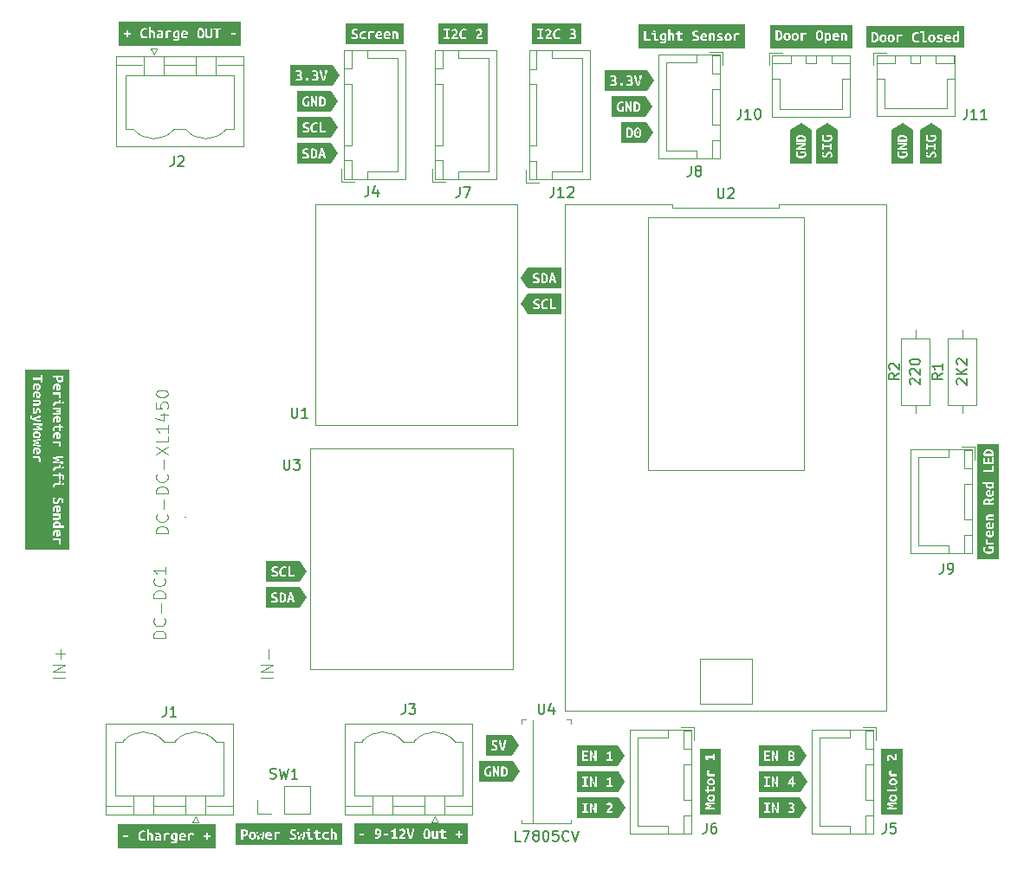
<source format=gbr>
%TF.GenerationSoftware,KiCad,Pcbnew,(6.0.5)*%
%TF.CreationDate,2023-04-02T11:03:44+02:00*%
%TF.ProjectId,sender_V1.01,73656e64-6572-45f5-9631-2e30312e6b69,rev?*%
%TF.SameCoordinates,Original*%
%TF.FileFunction,Legend,Top*%
%TF.FilePolarity,Positive*%
%FSLAX46Y46*%
G04 Gerber Fmt 4.6, Leading zero omitted, Abs format (unit mm)*
G04 Created by KiCad (PCBNEW (6.0.5)) date 2023-04-02 11:03:44*
%MOMM*%
%LPD*%
G01*
G04 APERTURE LIST*
%ADD10C,0.150000*%
%ADD11C,0.101600*%
%ADD12C,0.120000*%
%ADD13C,0.127000*%
%ADD14C,0.100000*%
G04 APERTURE END LIST*
D10*
%TO.C,U1*%
X61214095Y-50252380D02*
X61214095Y-51061904D01*
X61261714Y-51157142D01*
X61309333Y-51204761D01*
X61404571Y-51252380D01*
X61595047Y-51252380D01*
X61690285Y-51204761D01*
X61737904Y-51157142D01*
X61785523Y-51061904D01*
X61785523Y-50252380D01*
X62785523Y-51252380D02*
X62214095Y-51252380D01*
X62499809Y-51252380D02*
X62499809Y-50252380D01*
X62404571Y-50395238D01*
X62309333Y-50490476D01*
X62214095Y-50538095D01*
%TO.C,J10*%
X105108476Y-21042380D02*
X105108476Y-21756666D01*
X105060857Y-21899523D01*
X104965619Y-21994761D01*
X104822761Y-22042380D01*
X104727523Y-22042380D01*
X106108476Y-22042380D02*
X105537047Y-22042380D01*
X105822761Y-22042380D02*
X105822761Y-21042380D01*
X105727523Y-21185238D01*
X105632285Y-21280476D01*
X105537047Y-21328095D01*
X106727523Y-21042380D02*
X106822761Y-21042380D01*
X106918000Y-21090000D01*
X106965619Y-21137619D01*
X107013238Y-21232857D01*
X107060857Y-21423333D01*
X107060857Y-21661428D01*
X107013238Y-21851904D01*
X106965619Y-21947142D01*
X106918000Y-21994761D01*
X106822761Y-22042380D01*
X106727523Y-22042380D01*
X106632285Y-21994761D01*
X106584666Y-21947142D01*
X106537047Y-21851904D01*
X106489428Y-21661428D01*
X106489428Y-21423333D01*
X106537047Y-21232857D01*
X106584666Y-21137619D01*
X106632285Y-21090000D01*
X106727523Y-21042380D01*
%TO.C,J9*%
X124888666Y-65492380D02*
X124888666Y-66206666D01*
X124841047Y-66349523D01*
X124745809Y-66444761D01*
X124602952Y-66492380D01*
X124507714Y-66492380D01*
X125412476Y-66492380D02*
X125602952Y-66492380D01*
X125698190Y-66444761D01*
X125745809Y-66397142D01*
X125841047Y-66254285D01*
X125888666Y-66063809D01*
X125888666Y-65682857D01*
X125841047Y-65587619D01*
X125793428Y-65540000D01*
X125698190Y-65492380D01*
X125507714Y-65492380D01*
X125412476Y-65540000D01*
X125364857Y-65587619D01*
X125317238Y-65682857D01*
X125317238Y-65920952D01*
X125364857Y-66016190D01*
X125412476Y-66063809D01*
X125507714Y-66111428D01*
X125698190Y-66111428D01*
X125793428Y-66063809D01*
X125841047Y-66016190D01*
X125888666Y-65920952D01*
%TO.C,SW1*%
X59118666Y-86510761D02*
X59261523Y-86558380D01*
X59499619Y-86558380D01*
X59594857Y-86510761D01*
X59642476Y-86463142D01*
X59690095Y-86367904D01*
X59690095Y-86272666D01*
X59642476Y-86177428D01*
X59594857Y-86129809D01*
X59499619Y-86082190D01*
X59309142Y-86034571D01*
X59213904Y-85986952D01*
X59166285Y-85939333D01*
X59118666Y-85844095D01*
X59118666Y-85748857D01*
X59166285Y-85653619D01*
X59213904Y-85606000D01*
X59309142Y-85558380D01*
X59547238Y-85558380D01*
X59690095Y-85606000D01*
X60023428Y-85558380D02*
X60261523Y-86558380D01*
X60452000Y-85844095D01*
X60642476Y-86558380D01*
X60880571Y-85558380D01*
X61785333Y-86558380D02*
X61213904Y-86558380D01*
X61499619Y-86558380D02*
X61499619Y-85558380D01*
X61404380Y-85701238D01*
X61309142Y-85796476D01*
X61213904Y-85844095D01*
%TO.C,R1*%
X124828380Y-46902666D02*
X124352190Y-47236000D01*
X124828380Y-47474095D02*
X123828380Y-47474095D01*
X123828380Y-47093142D01*
X123876000Y-46997904D01*
X123923619Y-46950285D01*
X124018857Y-46902666D01*
X124161714Y-46902666D01*
X124256952Y-46950285D01*
X124304571Y-46997904D01*
X124352190Y-47093142D01*
X124352190Y-47474095D01*
X124828380Y-45950285D02*
X124828380Y-46521714D01*
X124828380Y-46236000D02*
X123828380Y-46236000D01*
X123971238Y-46331238D01*
X124066476Y-46426476D01*
X124114095Y-46521714D01*
X126293619Y-47997904D02*
X126246000Y-47950285D01*
X126198380Y-47855047D01*
X126198380Y-47616952D01*
X126246000Y-47521714D01*
X126293619Y-47474095D01*
X126388857Y-47426476D01*
X126484095Y-47426476D01*
X126626952Y-47474095D01*
X127198380Y-48045523D01*
X127198380Y-47426476D01*
X127198380Y-46997904D02*
X126198380Y-46997904D01*
X127198380Y-46426476D02*
X126626952Y-46855047D01*
X126198380Y-46426476D02*
X126769809Y-46997904D01*
X126293619Y-46045523D02*
X126246000Y-45997904D01*
X126198380Y-45902666D01*
X126198380Y-45664571D01*
X126246000Y-45569333D01*
X126293619Y-45521714D01*
X126388857Y-45474095D01*
X126484095Y-45474095D01*
X126626952Y-45521714D01*
X127198380Y-46093142D01*
X127198380Y-45474095D01*
D11*
%TO.C,DC-DC1*%
X48901047Y-72779587D02*
X47694547Y-72779587D01*
X47694547Y-72492325D01*
X47752000Y-72319968D01*
X47866904Y-72205063D01*
X47981809Y-72147611D01*
X48211619Y-72090159D01*
X48383976Y-72090159D01*
X48613785Y-72147611D01*
X48728690Y-72205063D01*
X48843595Y-72319968D01*
X48901047Y-72492325D01*
X48901047Y-72779587D01*
X48786142Y-70883659D02*
X48843595Y-70941111D01*
X48901047Y-71113468D01*
X48901047Y-71228373D01*
X48843595Y-71400730D01*
X48728690Y-71515635D01*
X48613785Y-71573087D01*
X48383976Y-71630540D01*
X48211619Y-71630540D01*
X47981809Y-71573087D01*
X47866904Y-71515635D01*
X47752000Y-71400730D01*
X47694547Y-71228373D01*
X47694547Y-71113468D01*
X47752000Y-70941111D01*
X47809452Y-70883659D01*
X48441428Y-70366587D02*
X48441428Y-69447349D01*
X48901047Y-68872825D02*
X47694547Y-68872825D01*
X47694547Y-68585563D01*
X47752000Y-68413206D01*
X47866904Y-68298301D01*
X47981809Y-68240849D01*
X48211619Y-68183397D01*
X48383976Y-68183397D01*
X48613785Y-68240849D01*
X48728690Y-68298301D01*
X48843595Y-68413206D01*
X48901047Y-68585563D01*
X48901047Y-68872825D01*
X48786142Y-66976897D02*
X48843595Y-67034349D01*
X48901047Y-67206706D01*
X48901047Y-67321611D01*
X48843595Y-67493968D01*
X48728690Y-67608873D01*
X48613785Y-67666325D01*
X48383976Y-67723778D01*
X48211619Y-67723778D01*
X47981809Y-67666325D01*
X47866904Y-67608873D01*
X47752000Y-67493968D01*
X47694547Y-67321611D01*
X47694547Y-67206706D01*
X47752000Y-67034349D01*
X47809452Y-66976897D01*
X48901047Y-65827849D02*
X48901047Y-66517278D01*
X48901047Y-66172563D02*
X47694547Y-66172563D01*
X47866904Y-66287468D01*
X47981809Y-66402373D01*
X48039261Y-66517278D01*
X49155047Y-62574230D02*
X47948547Y-62574230D01*
X47948547Y-62286968D01*
X48006000Y-62114611D01*
X48120904Y-61999706D01*
X48235809Y-61942254D01*
X48465619Y-61884801D01*
X48637976Y-61884801D01*
X48867785Y-61942254D01*
X48982690Y-61999706D01*
X49097595Y-62114611D01*
X49155047Y-62286968D01*
X49155047Y-62574230D01*
X49040142Y-60678301D02*
X49097595Y-60735754D01*
X49155047Y-60908111D01*
X49155047Y-61023016D01*
X49097595Y-61195373D01*
X48982690Y-61310278D01*
X48867785Y-61367730D01*
X48637976Y-61425182D01*
X48465619Y-61425182D01*
X48235809Y-61367730D01*
X48120904Y-61310278D01*
X48006000Y-61195373D01*
X47948547Y-61023016D01*
X47948547Y-60908111D01*
X48006000Y-60735754D01*
X48063452Y-60678301D01*
X48695428Y-60161230D02*
X48695428Y-59241992D01*
X49155047Y-58667468D02*
X47948547Y-58667468D01*
X47948547Y-58380206D01*
X48006000Y-58207849D01*
X48120904Y-58092944D01*
X48235809Y-58035492D01*
X48465619Y-57978040D01*
X48637976Y-57978040D01*
X48867785Y-58035492D01*
X48982690Y-58092944D01*
X49097595Y-58207849D01*
X49155047Y-58380206D01*
X49155047Y-58667468D01*
X49040142Y-56771540D02*
X49097595Y-56828992D01*
X49155047Y-57001349D01*
X49155047Y-57116254D01*
X49097595Y-57288611D01*
X48982690Y-57403516D01*
X48867785Y-57460968D01*
X48637976Y-57518420D01*
X48465619Y-57518420D01*
X48235809Y-57460968D01*
X48120904Y-57403516D01*
X48006000Y-57288611D01*
X47948547Y-57116254D01*
X47948547Y-57001349D01*
X48006000Y-56828992D01*
X48063452Y-56771540D01*
X48695428Y-56254468D02*
X48695428Y-55335230D01*
X47948547Y-54875611D02*
X49155047Y-54071278D01*
X47948547Y-54071278D02*
X49155047Y-54875611D01*
X49155047Y-53037135D02*
X49155047Y-53611659D01*
X47948547Y-53611659D01*
X49155047Y-52002992D02*
X49155047Y-52692420D01*
X49155047Y-52347706D02*
X47948547Y-52347706D01*
X48120904Y-52462611D01*
X48235809Y-52577516D01*
X48293261Y-52692420D01*
X48350714Y-50968849D02*
X49155047Y-50968849D01*
X47891095Y-51256111D02*
X48752880Y-51543373D01*
X48752880Y-50796492D01*
X47948547Y-49762349D02*
X47948547Y-50336873D01*
X48523071Y-50394325D01*
X48465619Y-50336873D01*
X48408166Y-50221968D01*
X48408166Y-49934706D01*
X48465619Y-49819801D01*
X48523071Y-49762349D01*
X48637976Y-49704897D01*
X48925238Y-49704897D01*
X49040142Y-49762349D01*
X49097595Y-49819801D01*
X49155047Y-49934706D01*
X49155047Y-50221968D01*
X49097595Y-50336873D01*
X49040142Y-50394325D01*
X47948547Y-48958016D02*
X47948547Y-48843111D01*
X48006000Y-48728206D01*
X48063452Y-48670754D01*
X48178357Y-48613301D01*
X48408166Y-48555849D01*
X48695428Y-48555849D01*
X48925238Y-48613301D01*
X49040142Y-48670754D01*
X49097595Y-48728206D01*
X49155047Y-48843111D01*
X49155047Y-48958016D01*
X49097595Y-49072920D01*
X49040142Y-49130373D01*
X48925238Y-49187825D01*
X48695428Y-49245278D01*
X48408166Y-49245278D01*
X48178357Y-49187825D01*
X48063452Y-49130373D01*
X48006000Y-49072920D01*
X47948547Y-48958016D01*
X39092547Y-76656698D02*
X37886047Y-76656698D01*
X39092547Y-76082174D02*
X37886047Y-76082174D01*
X39092547Y-75392745D01*
X37886047Y-75392745D01*
X38632928Y-74818221D02*
X38632928Y-73898983D01*
X39092547Y-74358602D02*
X38173309Y-74358602D01*
X59402547Y-76656698D02*
X58196047Y-76656698D01*
X59402547Y-76082174D02*
X58196047Y-76082174D01*
X59402547Y-75392745D01*
X58196047Y-75392745D01*
X58942928Y-74818221D02*
X58942928Y-73898983D01*
D10*
%TO.C,J12*%
X86820476Y-28662380D02*
X86820476Y-29376666D01*
X86772857Y-29519523D01*
X86677619Y-29614761D01*
X86534761Y-29662380D01*
X86439523Y-29662380D01*
X87820476Y-29662380D02*
X87249047Y-29662380D01*
X87534761Y-29662380D02*
X87534761Y-28662380D01*
X87439523Y-28805238D01*
X87344285Y-28900476D01*
X87249047Y-28948095D01*
X88201428Y-28757619D02*
X88249047Y-28710000D01*
X88344285Y-28662380D01*
X88582380Y-28662380D01*
X88677619Y-28710000D01*
X88725238Y-28757619D01*
X88772857Y-28852857D01*
X88772857Y-28948095D01*
X88725238Y-29090952D01*
X88153809Y-29662380D01*
X88772857Y-29662380D01*
%TO.C,U3*%
X60452095Y-55332380D02*
X60452095Y-56141904D01*
X60499714Y-56237142D01*
X60547333Y-56284761D01*
X60642571Y-56332380D01*
X60833047Y-56332380D01*
X60928285Y-56284761D01*
X60975904Y-56237142D01*
X61023523Y-56141904D01*
X61023523Y-55332380D01*
X61404476Y-55332380D02*
X62023523Y-55332380D01*
X61690190Y-55713333D01*
X61833047Y-55713333D01*
X61928285Y-55760952D01*
X61975904Y-55808571D01*
X62023523Y-55903809D01*
X62023523Y-56141904D01*
X61975904Y-56237142D01*
X61928285Y-56284761D01*
X61833047Y-56332380D01*
X61547333Y-56332380D01*
X61452095Y-56284761D01*
X61404476Y-56237142D01*
%TO.C,U2*%
X102870095Y-28790380D02*
X102870095Y-29599904D01*
X102917714Y-29695142D01*
X102965333Y-29742761D01*
X103060571Y-29790380D01*
X103251047Y-29790380D01*
X103346285Y-29742761D01*
X103393904Y-29695142D01*
X103441523Y-29599904D01*
X103441523Y-28790380D01*
X103870095Y-28885619D02*
X103917714Y-28838000D01*
X104012952Y-28790380D01*
X104251047Y-28790380D01*
X104346285Y-28838000D01*
X104393904Y-28885619D01*
X104441523Y-28980857D01*
X104441523Y-29076095D01*
X104393904Y-29218952D01*
X103822476Y-29790380D01*
X104441523Y-29790380D01*
%TO.C,J5*%
X119300666Y-90892380D02*
X119300666Y-91606666D01*
X119253047Y-91749523D01*
X119157809Y-91844761D01*
X119014952Y-91892380D01*
X118919714Y-91892380D01*
X120253047Y-90892380D02*
X119776857Y-90892380D01*
X119729238Y-91368571D01*
X119776857Y-91320952D01*
X119872095Y-91273333D01*
X120110190Y-91273333D01*
X120205428Y-91320952D01*
X120253047Y-91368571D01*
X120300666Y-91463809D01*
X120300666Y-91701904D01*
X120253047Y-91797142D01*
X120205428Y-91844761D01*
X120110190Y-91892380D01*
X119872095Y-91892380D01*
X119776857Y-91844761D01*
X119729238Y-91797142D01*
%TO.C,J6*%
X101774666Y-90892380D02*
X101774666Y-91606666D01*
X101727047Y-91749523D01*
X101631809Y-91844761D01*
X101488952Y-91892380D01*
X101393714Y-91892380D01*
X102679428Y-90892380D02*
X102488952Y-90892380D01*
X102393714Y-90940000D01*
X102346095Y-90987619D01*
X102250857Y-91130476D01*
X102203238Y-91320952D01*
X102203238Y-91701904D01*
X102250857Y-91797142D01*
X102298476Y-91844761D01*
X102393714Y-91892380D01*
X102584190Y-91892380D01*
X102679428Y-91844761D01*
X102727047Y-91797142D01*
X102774666Y-91701904D01*
X102774666Y-91463809D01*
X102727047Y-91368571D01*
X102679428Y-91320952D01*
X102584190Y-91273333D01*
X102393714Y-91273333D01*
X102298476Y-91320952D01*
X102250857Y-91368571D01*
X102203238Y-91463809D01*
%TO.C,J7*%
X77644666Y-28662380D02*
X77644666Y-29376666D01*
X77597047Y-29519523D01*
X77501809Y-29614761D01*
X77358952Y-29662380D01*
X77263714Y-29662380D01*
X78025619Y-28662380D02*
X78692285Y-28662380D01*
X78263714Y-29662380D01*
%TO.C,J4*%
X68737666Y-28602380D02*
X68737666Y-29316666D01*
X68690047Y-29459523D01*
X68594809Y-29554761D01*
X68451952Y-29602380D01*
X68356714Y-29602380D01*
X69642428Y-28935714D02*
X69642428Y-29602380D01*
X69404333Y-28554761D02*
X69166238Y-29269047D01*
X69785285Y-29269047D01*
%TO.C,J2*%
X49704666Y-25653880D02*
X49704666Y-26368166D01*
X49657047Y-26511023D01*
X49561809Y-26606261D01*
X49418952Y-26653880D01*
X49323714Y-26653880D01*
X50133238Y-25749119D02*
X50180857Y-25701500D01*
X50276095Y-25653880D01*
X50514190Y-25653880D01*
X50609428Y-25701500D01*
X50657047Y-25749119D01*
X50704666Y-25844357D01*
X50704666Y-25939595D01*
X50657047Y-26082452D01*
X50085619Y-26653880D01*
X50704666Y-26653880D01*
%TO.C,J1*%
X48942666Y-79462380D02*
X48942666Y-80176666D01*
X48895047Y-80319523D01*
X48799809Y-80414761D01*
X48656952Y-80462380D01*
X48561714Y-80462380D01*
X49942666Y-80462380D02*
X49371238Y-80462380D01*
X49656952Y-80462380D02*
X49656952Y-79462380D01*
X49561714Y-79605238D01*
X49466476Y-79700476D01*
X49371238Y-79748095D01*
%TO.C,J3*%
X72310666Y-79247880D02*
X72310666Y-79962166D01*
X72263047Y-80105023D01*
X72167809Y-80200261D01*
X72024952Y-80247880D01*
X71929714Y-80247880D01*
X72691619Y-79247880D02*
X73310666Y-79247880D01*
X72977333Y-79628833D01*
X73120190Y-79628833D01*
X73215428Y-79676452D01*
X73263047Y-79724071D01*
X73310666Y-79819309D01*
X73310666Y-80057404D01*
X73263047Y-80152642D01*
X73215428Y-80200261D01*
X73120190Y-80247880D01*
X72834476Y-80247880D01*
X72739238Y-80200261D01*
X72691619Y-80152642D01*
%TO.C,R2*%
X120594380Y-46902666D02*
X120118190Y-47236000D01*
X120594380Y-47474095D02*
X119594380Y-47474095D01*
X119594380Y-47093142D01*
X119642000Y-46997904D01*
X119689619Y-46950285D01*
X119784857Y-46902666D01*
X119927714Y-46902666D01*
X120022952Y-46950285D01*
X120070571Y-46997904D01*
X120118190Y-47093142D01*
X120118190Y-47474095D01*
X119689619Y-46521714D02*
X119642000Y-46474095D01*
X119594380Y-46378857D01*
X119594380Y-46140761D01*
X119642000Y-46045523D01*
X119689619Y-45997904D01*
X119784857Y-45950285D01*
X119880095Y-45950285D01*
X120022952Y-45997904D01*
X120594380Y-46569333D01*
X120594380Y-45950285D01*
X121721619Y-47974095D02*
X121674000Y-47926476D01*
X121626380Y-47831238D01*
X121626380Y-47593142D01*
X121674000Y-47497904D01*
X121721619Y-47450285D01*
X121816857Y-47402666D01*
X121912095Y-47402666D01*
X122054952Y-47450285D01*
X122626380Y-48021714D01*
X122626380Y-47402666D01*
X121721619Y-47021714D02*
X121674000Y-46974095D01*
X121626380Y-46878857D01*
X121626380Y-46640761D01*
X121674000Y-46545523D01*
X121721619Y-46497904D01*
X121816857Y-46450285D01*
X121912095Y-46450285D01*
X122054952Y-46497904D01*
X122626380Y-47069333D01*
X122626380Y-46450285D01*
X121626380Y-45831238D02*
X121626380Y-45736000D01*
X121674000Y-45640761D01*
X121721619Y-45593142D01*
X121816857Y-45545523D01*
X122007333Y-45497904D01*
X122245428Y-45497904D01*
X122435904Y-45545523D01*
X122531142Y-45593142D01*
X122578761Y-45640761D01*
X122626380Y-45736000D01*
X122626380Y-45831238D01*
X122578761Y-45926476D01*
X122531142Y-45974095D01*
X122435904Y-46021714D01*
X122245428Y-46069333D01*
X122007333Y-46069333D01*
X121816857Y-46021714D01*
X121721619Y-45974095D01*
X121674000Y-45926476D01*
X121626380Y-45831238D01*
%TO.C,J8*%
X100250666Y-26630380D02*
X100250666Y-27344666D01*
X100203047Y-27487523D01*
X100107809Y-27582761D01*
X99964952Y-27630380D01*
X99869714Y-27630380D01*
X100869714Y-27058952D02*
X100774476Y-27011333D01*
X100726857Y-26963714D01*
X100679238Y-26868476D01*
X100679238Y-26820857D01*
X100726857Y-26725619D01*
X100774476Y-26678000D01*
X100869714Y-26630380D01*
X101060190Y-26630380D01*
X101155428Y-26678000D01*
X101203047Y-26725619D01*
X101250666Y-26820857D01*
X101250666Y-26868476D01*
X101203047Y-26963714D01*
X101155428Y-27011333D01*
X101060190Y-27058952D01*
X100869714Y-27058952D01*
X100774476Y-27106571D01*
X100726857Y-27154190D01*
X100679238Y-27249428D01*
X100679238Y-27439904D01*
X100726857Y-27535142D01*
X100774476Y-27582761D01*
X100869714Y-27630380D01*
X101060190Y-27630380D01*
X101155428Y-27582761D01*
X101203047Y-27535142D01*
X101250666Y-27439904D01*
X101250666Y-27249428D01*
X101203047Y-27154190D01*
X101155428Y-27106571D01*
X101060190Y-27058952D01*
%TO.C,U4*%
X85344095Y-79208380D02*
X85344095Y-80017904D01*
X85391714Y-80113142D01*
X85439333Y-80160761D01*
X85534571Y-80208380D01*
X85725047Y-80208380D01*
X85820285Y-80160761D01*
X85867904Y-80113142D01*
X85915523Y-80017904D01*
X85915523Y-79208380D01*
X86820285Y-79541714D02*
X86820285Y-80208380D01*
X86582190Y-79160761D02*
X86344095Y-79875047D01*
X86963142Y-79875047D01*
X83582190Y-92654380D02*
X83106000Y-92654380D01*
X83106000Y-91654380D01*
X83820285Y-91654380D02*
X84486952Y-91654380D01*
X84058380Y-92654380D01*
X85010761Y-92082952D02*
X84915523Y-92035333D01*
X84867904Y-91987714D01*
X84820285Y-91892476D01*
X84820285Y-91844857D01*
X84867904Y-91749619D01*
X84915523Y-91702000D01*
X85010761Y-91654380D01*
X85201238Y-91654380D01*
X85296476Y-91702000D01*
X85344095Y-91749619D01*
X85391714Y-91844857D01*
X85391714Y-91892476D01*
X85344095Y-91987714D01*
X85296476Y-92035333D01*
X85201238Y-92082952D01*
X85010761Y-92082952D01*
X84915523Y-92130571D01*
X84867904Y-92178190D01*
X84820285Y-92273428D01*
X84820285Y-92463904D01*
X84867904Y-92559142D01*
X84915523Y-92606761D01*
X85010761Y-92654380D01*
X85201238Y-92654380D01*
X85296476Y-92606761D01*
X85344095Y-92559142D01*
X85391714Y-92463904D01*
X85391714Y-92273428D01*
X85344095Y-92178190D01*
X85296476Y-92130571D01*
X85201238Y-92082952D01*
X86010761Y-91654380D02*
X86106000Y-91654380D01*
X86201238Y-91702000D01*
X86248857Y-91749619D01*
X86296476Y-91844857D01*
X86344095Y-92035333D01*
X86344095Y-92273428D01*
X86296476Y-92463904D01*
X86248857Y-92559142D01*
X86201238Y-92606761D01*
X86106000Y-92654380D01*
X86010761Y-92654380D01*
X85915523Y-92606761D01*
X85867904Y-92559142D01*
X85820285Y-92463904D01*
X85772666Y-92273428D01*
X85772666Y-92035333D01*
X85820285Y-91844857D01*
X85867904Y-91749619D01*
X85915523Y-91702000D01*
X86010761Y-91654380D01*
X87248857Y-91654380D02*
X86772666Y-91654380D01*
X86725047Y-92130571D01*
X86772666Y-92082952D01*
X86867904Y-92035333D01*
X87106000Y-92035333D01*
X87201238Y-92082952D01*
X87248857Y-92130571D01*
X87296476Y-92225809D01*
X87296476Y-92463904D01*
X87248857Y-92559142D01*
X87201238Y-92606761D01*
X87106000Y-92654380D01*
X86867904Y-92654380D01*
X86772666Y-92606761D01*
X86725047Y-92559142D01*
X88296476Y-92559142D02*
X88248857Y-92606761D01*
X88106000Y-92654380D01*
X88010761Y-92654380D01*
X87867904Y-92606761D01*
X87772666Y-92511523D01*
X87725047Y-92416285D01*
X87677428Y-92225809D01*
X87677428Y-92082952D01*
X87725047Y-91892476D01*
X87772666Y-91797238D01*
X87867904Y-91702000D01*
X88010761Y-91654380D01*
X88106000Y-91654380D01*
X88248857Y-91702000D01*
X88296476Y-91749619D01*
X88582190Y-91654380D02*
X88915523Y-92654380D01*
X89248857Y-91654380D01*
%TO.C,J11*%
X127206476Y-21042380D02*
X127206476Y-21756666D01*
X127158857Y-21899523D01*
X127063619Y-21994761D01*
X126920761Y-22042380D01*
X126825523Y-22042380D01*
X128206476Y-22042380D02*
X127635047Y-22042380D01*
X127920761Y-22042380D02*
X127920761Y-21042380D01*
X127825523Y-21185238D01*
X127730285Y-21280476D01*
X127635047Y-21328095D01*
X129158857Y-22042380D02*
X128587428Y-22042380D01*
X128873142Y-22042380D02*
X128873142Y-21042380D01*
X128777904Y-21185238D01*
X128682666Y-21280476D01*
X128587428Y-21328095D01*
%TO.C,kibuzzard-642943C6*%
G36*
X44344564Y-12519157D02*
G01*
X56239436Y-12519157D01*
X56239436Y-14912843D01*
X44344564Y-14912843D01*
X44344564Y-13636625D01*
X44857194Y-13636625D01*
X44857194Y-13796963D01*
X45106431Y-13796963D01*
X45106431Y-14073188D01*
X45274706Y-14073188D01*
X45274706Y-13796963D01*
X45523944Y-13796963D01*
X45523944Y-13641387D01*
X46424056Y-13641387D01*
X46430902Y-13757374D01*
X46451441Y-13859272D01*
X46485671Y-13947080D01*
X46533594Y-14020800D01*
X46617555Y-14094883D01*
X46723388Y-14139333D01*
X46851094Y-14154150D01*
X46937811Y-14148792D01*
X47010058Y-14133513D01*
X47274956Y-14133513D01*
X47470219Y-14133513D01*
X47470219Y-13558837D01*
X47512287Y-13547725D01*
X47565469Y-13541375D01*
X47655956Y-13587412D01*
X47673816Y-13648134D01*
X47679769Y-13738225D01*
X47679769Y-14133513D01*
X47875031Y-14133513D01*
X47875031Y-13904913D01*
X48038544Y-13904913D01*
X48060769Y-14020006D01*
X48124269Y-14096206D01*
X48223487Y-14138275D01*
X48352869Y-14150975D01*
X48452484Y-14147800D01*
X48541781Y-14138275D01*
X48568992Y-14133513D01*
X48903731Y-14133513D01*
X49100581Y-14133513D01*
X49100581Y-13736638D01*
X49608581Y-13736638D01*
X49616960Y-13837708D01*
X49642095Y-13922904D01*
X49683987Y-13992225D01*
X49742108Y-14043378D01*
X49815926Y-14074069D01*
X49905444Y-14084300D01*
X49979262Y-14076363D01*
X50054669Y-14052550D01*
X50054669Y-14082713D01*
X50046731Y-14142244D01*
X50019744Y-14190663D01*
X49967356Y-14223206D01*
X49883219Y-14235113D01*
X49756219Y-14220031D01*
X49659381Y-14187488D01*
X49622869Y-14352588D01*
X49745900Y-14385925D01*
X49811583Y-14396641D01*
X49880044Y-14400213D01*
X49998312Y-14390511D01*
X50092769Y-14361407D01*
X50163412Y-14312900D01*
X50212360Y-14244108D01*
X50241729Y-14154150D01*
X50251519Y-14043025D01*
X50251519Y-13766800D01*
X50399156Y-13766800D01*
X50406300Y-13856097D01*
X50427731Y-13933488D01*
X50462458Y-13999170D01*
X50509488Y-14053344D01*
X50568225Y-14095809D01*
X50638075Y-14126369D01*
X50718442Y-14144823D01*
X50808731Y-14150975D01*
X50937319Y-14139069D01*
X51045269Y-14109700D01*
X51018281Y-13943013D01*
X50928588Y-13968412D01*
X50816669Y-13981113D01*
X50730150Y-13970595D01*
X50661094Y-13939044D01*
X50615850Y-13889236D01*
X50600769Y-13823950D01*
X51084956Y-13823950D01*
X51087338Y-13790613D01*
X51088131Y-13750925D01*
X51079052Y-13641387D01*
X51980306Y-13641387D01*
X51986011Y-13760599D01*
X52003127Y-13864233D01*
X52031652Y-13952289D01*
X52071588Y-14024769D01*
X52141526Y-14096647D01*
X52229632Y-14139774D01*
X52335906Y-14154150D01*
X52439623Y-14139774D01*
X52526406Y-14096647D01*
X52596256Y-14024769D01*
X52636539Y-13952289D01*
X52665313Y-13864233D01*
X52679693Y-13777913D01*
X52793106Y-13777913D01*
X52797075Y-13859669D01*
X52808981Y-13933488D01*
X52830413Y-13998178D01*
X52862956Y-14052550D01*
X52965350Y-14127956D01*
X53037383Y-14147602D01*
X53124894Y-14154150D01*
X53213794Y-14147602D01*
X53286819Y-14127956D01*
X53345556Y-14096008D01*
X53391594Y-14052550D01*
X53425328Y-13998178D01*
X53447156Y-13933488D01*
X53459063Y-13859669D01*
X53463031Y-13777913D01*
X53463031Y-13312775D01*
X53564631Y-13312775D01*
X53823394Y-13312775D01*
X53823394Y-14133513D01*
X54020244Y-14133513D01*
X54020244Y-13822363D01*
X55291831Y-13822363D01*
X55726806Y-13822363D01*
X55726806Y-13630275D01*
X55291831Y-13630275D01*
X55291831Y-13822363D01*
X54020244Y-13822363D01*
X54020244Y-13312775D01*
X54279006Y-13312775D01*
X54279006Y-13150850D01*
X53564631Y-13150850D01*
X53564631Y-13312775D01*
X53463031Y-13312775D01*
X53463031Y-13150850D01*
X53267769Y-13150850D01*
X53267769Y-13763625D01*
X53261419Y-13867606D01*
X53239194Y-13935869D01*
X53196331Y-13973175D01*
X53128069Y-13984288D01*
X53059806Y-13973175D01*
X53017738Y-13936663D01*
X52996306Y-13869194D01*
X52989956Y-13765213D01*
X52989956Y-13150850D01*
X52793106Y-13150850D01*
X52793106Y-13777913D01*
X52679693Y-13777913D01*
X52682577Y-13760599D01*
X52688331Y-13641387D01*
X52682676Y-13522176D01*
X52665709Y-13418542D01*
X52637432Y-13330486D01*
X52597844Y-13258006D01*
X52528347Y-13186128D01*
X52440505Y-13143001D01*
X52334319Y-13128625D01*
X52231308Y-13143001D01*
X52144524Y-13186128D01*
X52073969Y-13258006D01*
X52032991Y-13330486D01*
X52003722Y-13418542D01*
X51986160Y-13522176D01*
X51980306Y-13641387D01*
X51079052Y-13641387D01*
X51078606Y-13636008D01*
X51050031Y-13541022D01*
X51002406Y-13465969D01*
X50936437Y-13411729D01*
X50852828Y-13379185D01*
X50751581Y-13368337D01*
X50685700Y-13374687D01*
X50621406Y-13393737D01*
X50561478Y-13425289D01*
X50508694Y-13469144D01*
X50464244Y-13525302D01*
X50429319Y-13593762D01*
X50406697Y-13674328D01*
X50399156Y-13766800D01*
X50251519Y-13766800D01*
X50251519Y-13411200D01*
X50158562Y-13389151D01*
X50070191Y-13375922D01*
X49986406Y-13371512D01*
X49878103Y-13381567D01*
X49786028Y-13411729D01*
X49710181Y-13462000D01*
X49653737Y-13532732D01*
X49619870Y-13624278D01*
X49608581Y-13736638D01*
X49100581Y-13736638D01*
X49100581Y-13579475D01*
X49181544Y-13564394D01*
X49262506Y-13560425D01*
X49305369Y-13562012D01*
X49357756Y-13567569D01*
X49410937Y-13576300D01*
X49456181Y-13585825D01*
X49491106Y-13404850D01*
X49429987Y-13389769D01*
X49362519Y-13380244D01*
X49299812Y-13374687D01*
X49254569Y-13373100D01*
X49151977Y-13377466D01*
X49063275Y-13390562D01*
X48982511Y-13410803D01*
X48903731Y-13436600D01*
X48903731Y-14133513D01*
X48568992Y-14133513D01*
X48668781Y-14116050D01*
X48668781Y-13671550D01*
X48652906Y-13545344D01*
X48600519Y-13450094D01*
X48502887Y-13389769D01*
X48434030Y-13373695D01*
X48349694Y-13368337D01*
X48279447Y-13370917D01*
X48211581Y-13378656D01*
X48108394Y-13401675D01*
X48135381Y-13558837D01*
X48218725Y-13539787D01*
X48325881Y-13531850D01*
X48398906Y-13541177D01*
X48446531Y-13569156D01*
X48481456Y-13662025D01*
X48481456Y-13685837D01*
X48418353Y-13676312D01*
X48346519Y-13673137D01*
X48230631Y-13685044D01*
X48132206Y-13723938D01*
X48063944Y-13795375D01*
X48038544Y-13904913D01*
X47875031Y-13904913D01*
X47875031Y-13712825D01*
X47871459Y-13639998D01*
X47860744Y-13573919D01*
X47813119Y-13465969D01*
X47724219Y-13396119D01*
X47661909Y-13377664D01*
X47586106Y-13371512D01*
X47527369Y-13378656D01*
X47470219Y-13393737D01*
X47470219Y-13031787D01*
X47274956Y-13065125D01*
X47274956Y-14133513D01*
X47010058Y-14133513D01*
X47013812Y-14132719D01*
X47125731Y-14085888D01*
X47076519Y-13931900D01*
X46996350Y-13966825D01*
X46870144Y-13984288D01*
X46756836Y-13961864D01*
X46680437Y-13894594D01*
X46648247Y-13826067D01*
X46628932Y-13740077D01*
X46622494Y-13636625D01*
X46627852Y-13547725D01*
X46643925Y-13474700D01*
X46699487Y-13370719D01*
X46777275Y-13315156D01*
X46866969Y-13298487D01*
X46985237Y-13315156D01*
X47073344Y-13355637D01*
X47124144Y-13200062D01*
X47091600Y-13181012D01*
X47038419Y-13157200D01*
X46964600Y-13137356D01*
X46870144Y-13128625D01*
X46777077Y-13137158D01*
X46691550Y-13162756D01*
X46615350Y-13204825D01*
X46550262Y-13262769D01*
X46497280Y-13335992D01*
X46457394Y-13423900D01*
X46432391Y-13525897D01*
X46424056Y-13641387D01*
X45523944Y-13641387D01*
X45523944Y-13636625D01*
X45274706Y-13636625D01*
X45274706Y-13360400D01*
X45106431Y-13360400D01*
X45106431Y-13636625D01*
X44857194Y-13636625D01*
X44344564Y-13636625D01*
X44344564Y-12519157D01*
G37*
G36*
X52415281Y-13325475D02*
G01*
X52462113Y-13398500D01*
X52484338Y-13507244D01*
X52488505Y-13572133D01*
X52489894Y-13641387D01*
X52488505Y-13710444D01*
X52484338Y-13774738D01*
X52462113Y-13883481D01*
X52414488Y-13957300D01*
X52334319Y-13984288D01*
X52253356Y-13957300D01*
X52206525Y-13884275D01*
X52184300Y-13775531D01*
X52180133Y-13710642D01*
X52178744Y-13641387D01*
X52180133Y-13572331D01*
X52184300Y-13508037D01*
X52206525Y-13399294D01*
X52253356Y-13325475D01*
X52334319Y-13298487D01*
X52415281Y-13325475D01*
G37*
G36*
X50014981Y-13531850D02*
G01*
X50054669Y-13538200D01*
X50054669Y-13896975D01*
X50004662Y-13917613D01*
X49945131Y-13925550D01*
X49840356Y-13877131D01*
X49815353Y-13817798D01*
X49807019Y-13736638D01*
X49826069Y-13621985D01*
X49883219Y-13553193D01*
X49978469Y-13530262D01*
X50014981Y-13531850D01*
G37*
G36*
X50821431Y-13545344D02*
G01*
X50865881Y-13581062D01*
X50891281Y-13631069D01*
X50899219Y-13689012D01*
X50600769Y-13689012D01*
X50614263Y-13630275D01*
X50642838Y-13579475D01*
X50688875Y-13544550D01*
X50754756Y-13531850D01*
X50821431Y-13545344D01*
G37*
G36*
X48435419Y-13812044D02*
G01*
X48481456Y-13817600D01*
X48481456Y-13989050D01*
X48429069Y-13993019D01*
X48367156Y-13993813D01*
X48268731Y-13972381D01*
X48230631Y-13900150D01*
X48243331Y-13854113D01*
X48277463Y-13827125D01*
X48327469Y-13813631D01*
X48386206Y-13809663D01*
X48435419Y-13812044D01*
G37*
D12*
%TO.C,U1*%
X76866666Y-51938000D02*
X83280000Y-51938000D01*
X83280000Y-51938000D02*
X83280000Y-30358000D01*
X63500000Y-30358000D02*
X64040000Y-30358000D01*
X70453334Y-51938000D02*
X76866666Y-51938000D01*
X64040000Y-51938000D02*
X70453334Y-51938000D01*
X83280000Y-30358000D02*
X64040000Y-30358000D01*
X63500000Y-51938000D02*
X64040000Y-51938000D01*
X63500000Y-30358000D02*
X63500000Y-51938000D01*
%TO.C,kibuzzard-6384E189*%
G36*
X89074537Y-88392926D02*
G01*
X93128747Y-88392926D01*
X93805463Y-89408000D01*
X93128747Y-90423074D01*
X89074537Y-90423074D01*
X89074537Y-89089706D01*
X89587167Y-89089706D01*
X89801480Y-89089706D01*
X89801480Y-89748519D01*
X89587167Y-89748519D01*
X89587167Y-89910444D01*
X90211055Y-89910444D01*
X90368217Y-89910444D01*
X90544430Y-89910444D01*
X90544430Y-89257981D01*
X90603432Y-89366901D01*
X90659788Y-89475645D01*
X90713498Y-89584213D01*
X90764563Y-89692780D01*
X90812982Y-89801524D01*
X90858755Y-89910444D01*
X91015917Y-89910444D01*
X91015917Y-89035731D01*
X91950955Y-89035731D01*
X92047792Y-89172256D01*
X92147805Y-89097644D01*
X92244642Y-89075419D01*
X92336717Y-89107962D01*
X92373230Y-89200831D01*
X92343861Y-89284969D01*
X92269248Y-89370694D01*
X92222417Y-89416136D01*
X92172411Y-89463563D01*
X92122405Y-89513966D01*
X92075573Y-89568338D01*
X92034298Y-89627273D01*
X92000961Y-89691369D01*
X91978934Y-89761219D01*
X91971592Y-89837419D01*
X91970798Y-89870756D01*
X91974767Y-89910444D01*
X92616117Y-89910444D01*
X92616117Y-89748519D01*
X92193842Y-89748519D01*
X92210511Y-89696131D01*
X92250992Y-89639775D01*
X92301792Y-89585800D01*
X92349417Y-89540556D01*
X92430380Y-89461181D01*
X92501817Y-89375456D01*
X92552617Y-89284175D01*
X92571667Y-89186544D01*
X92546267Y-89063512D01*
X92478005Y-88975406D01*
X92379580Y-88923019D01*
X92263692Y-88905556D01*
X92180944Y-88913494D01*
X92097798Y-88937306D01*
X92019415Y-88977787D01*
X91950955Y-89035731D01*
X91015917Y-89035731D01*
X91015917Y-88927781D01*
X90839705Y-88927781D01*
X90839705Y-89532619D01*
X90811725Y-89470706D01*
X90778586Y-89399269D01*
X90741280Y-89321878D01*
X90700798Y-89242106D01*
X90658134Y-89160945D01*
X90614280Y-89079387D01*
X90569830Y-89000608D01*
X90525380Y-88927781D01*
X90368217Y-88927781D01*
X90368217Y-89910444D01*
X90211055Y-89910444D01*
X90211055Y-89748519D01*
X89998330Y-89748519D01*
X89998330Y-89089706D01*
X90211055Y-89089706D01*
X90211055Y-88927781D01*
X89587167Y-88927781D01*
X89587167Y-89089706D01*
X89074537Y-89089706D01*
X89074537Y-88392926D01*
G37*
%TO.C,kibuzzard-6384E173*%
G36*
X89080622Y-85864039D02*
G01*
X93130070Y-85864039D01*
X93799378Y-86868000D01*
X93130070Y-87871961D01*
X89080622Y-87871961D01*
X89080622Y-86538594D01*
X89593252Y-86538594D01*
X89807565Y-86538594D01*
X89807565Y-87197406D01*
X89593252Y-87197406D01*
X89593252Y-87359331D01*
X90217140Y-87359331D01*
X90374302Y-87359331D01*
X90550515Y-87359331D01*
X90550515Y-86706869D01*
X90609517Y-86815789D01*
X90665873Y-86924533D01*
X90719584Y-87033100D01*
X90770648Y-87141667D01*
X90819067Y-87250411D01*
X90864840Y-87359331D01*
X91022002Y-87359331D01*
X91022002Y-86581456D01*
X91964977Y-86581456D01*
X92028477Y-86743381D01*
X92125315Y-86704487D01*
X92226915Y-86648131D01*
X92226915Y-87197406D01*
X92020540Y-87197406D01*
X92020540Y-87359331D01*
X92617440Y-87359331D01*
X92617440Y-87197406D01*
X92422177Y-87197406D01*
X92422177Y-86376669D01*
X92288827Y-86376669D01*
X92220565Y-86438581D01*
X92136427Y-86495731D01*
X92047527Y-86544944D01*
X91964977Y-86581456D01*
X91022002Y-86581456D01*
X91022002Y-86376669D01*
X90845790Y-86376669D01*
X90845790Y-86981506D01*
X90817810Y-86919594D01*
X90784671Y-86848156D01*
X90747365Y-86770766D01*
X90706884Y-86690994D01*
X90664220Y-86609833D01*
X90620365Y-86528275D01*
X90575915Y-86449495D01*
X90531465Y-86376669D01*
X90374302Y-86376669D01*
X90374302Y-87359331D01*
X90217140Y-87359331D01*
X90217140Y-87197406D01*
X90004415Y-87197406D01*
X90004415Y-86538594D01*
X90217140Y-86538594D01*
X90217140Y-86376669D01*
X89593252Y-86376669D01*
X89593252Y-86538594D01*
X89080622Y-86538594D01*
X89080622Y-85864039D01*
G37*
%TO.C,J10*%
X111494000Y-15838000D02*
X111494000Y-16588000D01*
X115044000Y-21038000D02*
X111994000Y-21038000D01*
X115044000Y-18088000D02*
X115044000Y-21038000D01*
X115804000Y-21798000D02*
X115804000Y-15828000D01*
X112494000Y-16588000D02*
X112494000Y-15838000D01*
X115794000Y-16588000D02*
X115794000Y-15838000D01*
X108194000Y-18088000D02*
X108944000Y-18088000D01*
X108184000Y-21798000D02*
X115804000Y-21798000D01*
X115794000Y-15838000D02*
X113994000Y-15838000D01*
X113994000Y-16588000D02*
X115794000Y-16588000D01*
X108194000Y-15838000D02*
X108194000Y-16588000D01*
X111494000Y-16588000D02*
X112494000Y-16588000D01*
X108944000Y-18088000D02*
X108944000Y-21038000D01*
X108184000Y-15828000D02*
X108184000Y-21798000D01*
X109994000Y-15838000D02*
X108194000Y-15838000D01*
X109144000Y-15538000D02*
X107894000Y-15538000D01*
X108944000Y-21038000D02*
X111994000Y-21038000D01*
X115804000Y-15828000D02*
X108184000Y-15828000D01*
X112494000Y-15838000D02*
X111494000Y-15838000D01*
X109994000Y-16588000D02*
X109994000Y-15838000D01*
X115794000Y-18088000D02*
X115044000Y-18088000D01*
X113994000Y-15838000D02*
X113994000Y-16588000D01*
X107894000Y-15538000D02*
X107894000Y-16788000D01*
X108194000Y-16588000D02*
X109994000Y-16588000D01*
%TO.C,kibuzzard-6384E79B*%
G36*
X94987577Y-20523994D02*
G01*
X95052665Y-20597812D01*
X95086002Y-20704175D01*
X95095527Y-20828000D01*
X95092551Y-20898048D01*
X95083621Y-20962144D01*
X95043934Y-21067713D01*
X94970909Y-21137563D01*
X94858990Y-21162963D01*
X94841527Y-21162963D01*
X94824065Y-21161375D01*
X94824065Y-20500975D01*
X94852640Y-20497006D01*
X94881215Y-20496212D01*
X94987577Y-20523994D01*
G37*
G36*
X96490190Y-20828000D02*
G01*
X95806595Y-21853393D01*
X92485810Y-21853393D01*
X92485810Y-20828000D01*
X92998440Y-20828000D01*
X93005584Y-20947261D01*
X93027015Y-21051044D01*
X93061543Y-21139150D01*
X93107977Y-21211381D01*
X93165723Y-21267738D01*
X93234184Y-21308219D01*
X93312566Y-21332627D01*
X93400077Y-21340763D01*
X93497113Y-21336794D01*
X93578671Y-21324888D01*
X93596797Y-21320125D01*
X93822352Y-21320125D01*
X93998565Y-21320125D01*
X93998565Y-20667662D01*
X94057567Y-20776583D01*
X94113923Y-20885326D01*
X94167634Y-20993894D01*
X94218698Y-21102461D01*
X94267117Y-21211205D01*
X94312890Y-21320125D01*
X94470052Y-21320125D01*
X94470052Y-21309013D01*
X94628802Y-21309013D01*
X94735959Y-21327269D01*
X94838352Y-21332825D01*
X94934198Y-21325880D01*
X95021709Y-21305044D01*
X95099298Y-21269127D01*
X95165377Y-21216938D01*
X95219154Y-21147683D01*
X95259834Y-21060569D01*
X95285432Y-20954405D01*
X95293965Y-20828000D01*
X95286226Y-20704373D01*
X95263009Y-20600194D01*
X95225901Y-20514072D01*
X95176490Y-20444619D01*
X95114776Y-20391636D01*
X95040759Y-20354925D01*
X94956423Y-20333494D01*
X94863752Y-20326350D01*
X94754215Y-20331112D01*
X94628802Y-20350162D01*
X94628802Y-21309013D01*
X94470052Y-21309013D01*
X94470052Y-20337462D01*
X94293840Y-20337462D01*
X94293840Y-20942300D01*
X94265860Y-20880388D01*
X94232721Y-20808950D01*
X94195415Y-20731559D01*
X94154934Y-20651787D01*
X94112270Y-20570627D01*
X94068415Y-20489069D01*
X94023965Y-20410289D01*
X93979515Y-20337462D01*
X93822352Y-20337462D01*
X93822352Y-21320125D01*
X93596797Y-21320125D01*
X93687415Y-21296313D01*
X93687415Y-20805775D01*
X93492152Y-20805775D01*
X93492152Y-21164550D01*
X93454052Y-21169313D01*
X93415952Y-21170900D01*
X93321099Y-21150064D01*
X93252440Y-21087556D01*
X93221572Y-21021675D01*
X93203051Y-20935156D01*
X93196877Y-20828000D01*
X93200251Y-20755173D01*
X93210371Y-20689094D01*
X93254821Y-20581144D01*
X93333402Y-20510500D01*
X93450877Y-20485100D01*
X93555652Y-20502562D01*
X93641377Y-20542250D01*
X93692177Y-20386675D01*
X93659634Y-20367625D01*
X93604865Y-20343812D01*
X93526284Y-20323969D01*
X93423890Y-20315237D01*
X93337768Y-20323373D01*
X93257202Y-20347781D01*
X93184574Y-20388461D01*
X93122265Y-20445412D01*
X93071068Y-20518239D01*
X93031777Y-20606544D01*
X93006774Y-20709930D01*
X92998440Y-20828000D01*
X92485810Y-20828000D01*
X92485810Y-19802607D01*
X95806595Y-19802607D01*
X96490190Y-20828000D01*
G37*
%TO.C,kibuzzard-6384E6B7*%
G36*
X84706751Y-12690607D02*
G01*
X89537249Y-12690607D01*
X89537249Y-14741393D01*
X84706751Y-14741393D01*
X84706751Y-14208125D01*
X85219381Y-14208125D01*
X85843269Y-14208125D01*
X85843269Y-14046200D01*
X85630544Y-14046200D01*
X85630544Y-13387387D01*
X85843269Y-13387387D01*
X85843269Y-13333412D01*
X85995669Y-13333412D01*
X86092506Y-13469937D01*
X86192519Y-13395325D01*
X86289356Y-13373100D01*
X86381431Y-13405644D01*
X86417944Y-13498512D01*
X86388575Y-13582650D01*
X86313962Y-13668375D01*
X86267131Y-13713817D01*
X86217125Y-13761244D01*
X86167119Y-13811647D01*
X86120287Y-13866019D01*
X86079012Y-13924955D01*
X86045675Y-13989050D01*
X86023648Y-14058900D01*
X86016306Y-14135100D01*
X86015512Y-14168438D01*
X86019481Y-14208125D01*
X86660831Y-14208125D01*
X86660831Y-14046200D01*
X86238556Y-14046200D01*
X86255225Y-13993813D01*
X86295706Y-13937456D01*
X86346506Y-13883481D01*
X86394131Y-13838238D01*
X86475094Y-13758863D01*
X86510813Y-13716000D01*
X86764019Y-13716000D01*
X86770865Y-13831987D01*
X86791403Y-13933884D01*
X86825634Y-14021693D01*
X86873556Y-14095413D01*
X86957517Y-14169496D01*
X87063351Y-14213946D01*
X87191056Y-14228763D01*
X87277773Y-14223405D01*
X87353775Y-14207331D01*
X87431548Y-14174788D01*
X88373744Y-14174788D01*
X88422956Y-14192250D01*
X88492013Y-14209713D01*
X88569800Y-14223206D01*
X88646794Y-14228763D01*
X88738472Y-14223008D01*
X88816656Y-14205744D01*
X88881744Y-14177963D01*
X88934131Y-14140656D01*
X89002394Y-14041438D01*
X89024619Y-13916025D01*
X89014102Y-13836253D01*
X88982550Y-13768388D01*
X88931948Y-13714016D01*
X88864281Y-13674725D01*
X88953181Y-13592175D01*
X88986519Y-13479462D01*
X88967469Y-13369925D01*
X88908731Y-13281819D01*
X88807925Y-13223875D01*
X88741448Y-13208397D01*
X88664256Y-13203237D01*
X88579920Y-13210580D01*
X88504713Y-13232606D01*
X88391206Y-13290550D01*
X88461056Y-13433425D01*
X88555513Y-13388181D01*
X88665844Y-13369925D01*
X88755538Y-13400881D01*
X88788081Y-13485812D01*
X88773000Y-13546137D01*
X88734106Y-13584237D01*
X88680131Y-13604875D01*
X88619806Y-13611225D01*
X88546781Y-13611225D01*
X88546781Y-13773150D01*
X88607106Y-13773150D01*
X88694022Y-13780889D01*
X88764269Y-13804106D01*
X88810703Y-13846770D01*
X88826181Y-13912850D01*
X88785700Y-14019213D01*
X88730336Y-14051359D01*
X88645206Y-14062075D01*
X88569998Y-14057709D01*
X88506300Y-14044613D01*
X88411844Y-14011275D01*
X88373744Y-14174788D01*
X87431548Y-14174788D01*
X87465694Y-14160500D01*
X87416481Y-14006513D01*
X87336313Y-14041438D01*
X87210106Y-14058900D01*
X87096798Y-14036477D01*
X87020400Y-13969206D01*
X86988209Y-13900679D01*
X86968894Y-13814690D01*
X86962456Y-13711237D01*
X86967814Y-13622337D01*
X86983887Y-13549312D01*
X87039450Y-13445331D01*
X87117237Y-13389769D01*
X87206931Y-13373100D01*
X87325200Y-13389769D01*
X87413306Y-13430250D01*
X87464106Y-13274675D01*
X87431563Y-13255625D01*
X87378381Y-13231812D01*
X87304563Y-13211969D01*
X87210106Y-13203237D01*
X87117039Y-13211770D01*
X87031512Y-13237369D01*
X86955312Y-13279437D01*
X86890225Y-13337381D01*
X86837242Y-13410605D01*
X86797356Y-13498512D01*
X86772353Y-13600509D01*
X86764019Y-13716000D01*
X86510813Y-13716000D01*
X86546531Y-13673137D01*
X86597331Y-13581856D01*
X86616381Y-13484225D01*
X86590981Y-13361194D01*
X86522719Y-13273087D01*
X86424294Y-13220700D01*
X86308406Y-13203237D01*
X86225658Y-13211175D01*
X86142512Y-13234987D01*
X86064130Y-13275469D01*
X85995669Y-13333412D01*
X85843269Y-13333412D01*
X85843269Y-13225462D01*
X85219381Y-13225462D01*
X85219381Y-13387387D01*
X85433694Y-13387387D01*
X85433694Y-14046200D01*
X85219381Y-14046200D01*
X85219381Y-14208125D01*
X84706751Y-14208125D01*
X84706751Y-12690607D01*
G37*
%TO.C,kibuzzard-6384E924*%
G36*
X85962816Y-37287994D02*
G01*
X86027904Y-37361812D01*
X86061241Y-37468175D01*
X86070766Y-37592000D01*
X86067790Y-37662048D01*
X86058860Y-37726144D01*
X86019173Y-37831713D01*
X85946148Y-37901563D01*
X85834229Y-37926963D01*
X85816766Y-37926963D01*
X85799304Y-37925375D01*
X85799304Y-37264975D01*
X85827879Y-37261006D01*
X85856454Y-37260212D01*
X85962816Y-37287994D01*
G37*
G36*
X86736723Y-37397531D02*
G01*
X86762123Y-37495956D01*
X86783554Y-37593588D01*
X86802604Y-37695188D01*
X86610516Y-37695188D01*
X86630360Y-37593588D01*
X86652585Y-37495956D01*
X86677985Y-37397531D01*
X86707354Y-37291962D01*
X86736723Y-37397531D01*
G37*
G36*
X84275436Y-36566607D02*
G01*
X87604159Y-36566607D01*
X87604159Y-38617393D01*
X84275436Y-38617393D01*
X83883941Y-38030150D01*
X84788066Y-38030150D01*
X84897604Y-38078569D01*
X84982932Y-38098214D01*
X85092866Y-38104763D01*
X85204256Y-38096384D01*
X85288639Y-38073013D01*
X85604041Y-38073013D01*
X85711198Y-38091269D01*
X85813591Y-38096825D01*
X85909437Y-38089880D01*
X85933608Y-38084125D01*
X86326354Y-38084125D01*
X86529554Y-38084125D01*
X86574004Y-37857113D01*
X86835941Y-37857113D01*
X86881979Y-38084125D01*
X87091529Y-38084125D01*
X87065335Y-37972714D01*
X87038824Y-37864542D01*
X87011995Y-37759608D01*
X86984849Y-37657913D01*
X86957385Y-37559456D01*
X86922807Y-37440046D01*
X86888130Y-37323911D01*
X86853354Y-37211050D01*
X86818479Y-37101462D01*
X86605754Y-37101462D01*
X86572119Y-37210157D01*
X86537888Y-37321927D01*
X86503062Y-37436772D01*
X86467641Y-37554694D01*
X86439130Y-37652325D01*
X86410745Y-37754084D01*
X86382488Y-37859970D01*
X86354357Y-37969984D01*
X86326354Y-38084125D01*
X85933608Y-38084125D01*
X85996948Y-38069044D01*
X86074537Y-38033127D01*
X86140616Y-37980938D01*
X86194393Y-37911683D01*
X86235073Y-37824569D01*
X86260671Y-37718405D01*
X86269204Y-37592000D01*
X86261465Y-37468373D01*
X86238248Y-37364194D01*
X86201140Y-37278072D01*
X86151729Y-37208619D01*
X86090015Y-37155636D01*
X86015998Y-37118925D01*
X85931662Y-37097494D01*
X85838991Y-37090350D01*
X85729454Y-37095112D01*
X85604041Y-37114162D01*
X85604041Y-38073013D01*
X85288639Y-38073013D01*
X85295008Y-38071249D01*
X85365123Y-38029356D01*
X85432393Y-37938273D01*
X85454816Y-37815838D01*
X85448069Y-37741820D01*
X85427829Y-37681694D01*
X85358773Y-37592794D01*
X85266698Y-37535644D01*
X85170654Y-37496750D01*
X85109535Y-37472937D01*
X85053973Y-37443569D01*
X85013491Y-37405469D01*
X84997616Y-37355462D01*
X85014902Y-37292844D01*
X85066761Y-37255274D01*
X85153191Y-37242750D01*
X85265110Y-37258625D01*
X85353216Y-37296725D01*
X85410366Y-37145912D01*
X85296860Y-37099875D01*
X85223637Y-37084397D01*
X85138904Y-37079237D01*
X85041625Y-37087881D01*
X84959340Y-37113810D01*
X84892048Y-37157025D01*
X84824777Y-37249894D01*
X84802354Y-37372925D01*
X84827754Y-37489606D01*
X84892048Y-37568187D01*
X84978566Y-37620575D01*
X85070641Y-37657088D01*
X85137316Y-37684869D01*
X85197641Y-37718206D01*
X85242091Y-37760275D01*
X85259554Y-37814250D01*
X85252410Y-37861081D01*
X85226216Y-37902356D01*
X85174623Y-37930931D01*
X85092866Y-37941250D01*
X85013690Y-37935694D01*
X84947610Y-37919025D01*
X84845216Y-37871400D01*
X84788066Y-38030150D01*
X83883941Y-38030150D01*
X83591841Y-37592000D01*
X84275436Y-36566607D01*
G37*
%TO.C,J9*%
X125439000Y-54386000D02*
X125439000Y-55136000D01*
X127689000Y-57686000D02*
X126939000Y-57686000D01*
X127699000Y-64496000D02*
X127699000Y-54376000D01*
X122489000Y-63736000D02*
X122489000Y-59436000D01*
X127989000Y-54086000D02*
X126739000Y-54086000D01*
X126939000Y-54386000D02*
X126939000Y-56186000D01*
X125439000Y-63736000D02*
X122489000Y-63736000D01*
X121729000Y-54376000D02*
X121729000Y-64496000D01*
X121729000Y-64496000D02*
X127699000Y-64496000D01*
X125439000Y-64486000D02*
X125439000Y-63736000D01*
X125439000Y-55136000D02*
X122489000Y-55136000D01*
X127689000Y-54386000D02*
X126939000Y-54386000D01*
X127689000Y-56186000D02*
X127689000Y-54386000D01*
X126939000Y-64486000D02*
X127689000Y-64486000D01*
X127989000Y-55336000D02*
X127989000Y-54086000D01*
X126939000Y-57686000D02*
X126939000Y-61186000D01*
X127689000Y-61186000D02*
X127689000Y-57686000D01*
X126939000Y-62686000D02*
X126939000Y-64486000D01*
X126939000Y-56186000D02*
X127689000Y-56186000D01*
X126939000Y-61186000D02*
X127689000Y-61186000D01*
X127689000Y-64486000D02*
X127689000Y-62686000D01*
X127699000Y-54376000D02*
X121729000Y-54376000D01*
X122489000Y-55136000D02*
X122489000Y-59436000D01*
X127689000Y-62686000D02*
X126939000Y-62686000D01*
%TO.C,kibuzzard-6384E652*%
G36*
X66526701Y-12690607D02*
G01*
X72157299Y-12690607D01*
X72157299Y-14741393D01*
X66526701Y-14741393D01*
X66526701Y-14154150D01*
X67039331Y-14154150D01*
X67148869Y-14202569D01*
X67234197Y-14222214D01*
X67344131Y-14228763D01*
X67455521Y-14220384D01*
X67546273Y-14195249D01*
X67616387Y-14153356D01*
X67683658Y-14062273D01*
X67706081Y-13939838D01*
X67699334Y-13865820D01*
X67688980Y-13835063D01*
X67839431Y-13835063D01*
X67845583Y-13914834D01*
X67864037Y-13989050D01*
X67895589Y-14055725D01*
X67941031Y-14112875D01*
X68000761Y-14159706D01*
X68075175Y-14195425D01*
X68165067Y-14218047D01*
X68271231Y-14225588D01*
X68345447Y-14223008D01*
X68409344Y-14215269D01*
X68436621Y-14208125D01*
X68704619Y-14208125D01*
X68901469Y-14208125D01*
X68901469Y-13841413D01*
X69406294Y-13841413D01*
X69413438Y-13930709D01*
X69434869Y-14008100D01*
X69469595Y-14073783D01*
X69516625Y-14127956D01*
X69575363Y-14170422D01*
X69645213Y-14200981D01*
X69725580Y-14219436D01*
X69815869Y-14225588D01*
X69944456Y-14213681D01*
X70052406Y-14184313D01*
X70025419Y-14017625D01*
X69935725Y-14043025D01*
X69823806Y-14055725D01*
X69737288Y-14045208D01*
X69668231Y-14013656D01*
X69622988Y-13963848D01*
X69607906Y-13898563D01*
X70092094Y-13898563D01*
X70094475Y-13865225D01*
X70094951Y-13841413D01*
X70200044Y-13841413D01*
X70207188Y-13930709D01*
X70228619Y-14008100D01*
X70263345Y-14073783D01*
X70310375Y-14127956D01*
X70369113Y-14170422D01*
X70438963Y-14200981D01*
X70519330Y-14219436D01*
X70609619Y-14225588D01*
X70738206Y-14213681D01*
X70758629Y-14208125D01*
X71044594Y-14208125D01*
X71239856Y-14208125D01*
X71239856Y-13622337D01*
X71285100Y-13617575D01*
X71328756Y-13615987D01*
X71425594Y-13662025D01*
X71443453Y-13722747D01*
X71449406Y-13812838D01*
X71449406Y-14208125D01*
X71644669Y-14208125D01*
X71644669Y-13787438D01*
X71641097Y-13714611D01*
X71630381Y-13648531D01*
X71581963Y-13540581D01*
X71489094Y-13470731D01*
X71422816Y-13452277D01*
X71341456Y-13446125D01*
X71254342Y-13449300D01*
X71173975Y-13458825D01*
X71103133Y-13471922D01*
X71044594Y-13485812D01*
X71044594Y-14208125D01*
X70758629Y-14208125D01*
X70846156Y-14184313D01*
X70819169Y-14017625D01*
X70729475Y-14043025D01*
X70617556Y-14055725D01*
X70531038Y-14045208D01*
X70461981Y-14013656D01*
X70416738Y-13963848D01*
X70401656Y-13898563D01*
X70885844Y-13898563D01*
X70888225Y-13865225D01*
X70889019Y-13825538D01*
X70879494Y-13710620D01*
X70850919Y-13615635D01*
X70803294Y-13540581D01*
X70737324Y-13486342D01*
X70653716Y-13453798D01*
X70552469Y-13442950D01*
X70486588Y-13449300D01*
X70422294Y-13468350D01*
X70362366Y-13499902D01*
X70309581Y-13543756D01*
X70265131Y-13599914D01*
X70230206Y-13668375D01*
X70207584Y-13748941D01*
X70200044Y-13841413D01*
X70094951Y-13841413D01*
X70095269Y-13825538D01*
X70085744Y-13710620D01*
X70057169Y-13615635D01*
X70009544Y-13540581D01*
X69943574Y-13486342D01*
X69859966Y-13453798D01*
X69758719Y-13442950D01*
X69692838Y-13449300D01*
X69628544Y-13468350D01*
X69568616Y-13499902D01*
X69515831Y-13543756D01*
X69471381Y-13599914D01*
X69436456Y-13668375D01*
X69413834Y-13748941D01*
X69406294Y-13841413D01*
X68901469Y-13841413D01*
X68901469Y-13654087D01*
X68982431Y-13639006D01*
X69063394Y-13635037D01*
X69106256Y-13636625D01*
X69158644Y-13642181D01*
X69211825Y-13650912D01*
X69257069Y-13660437D01*
X69291994Y-13479462D01*
X69230875Y-13464381D01*
X69163406Y-13454856D01*
X69100700Y-13449300D01*
X69055456Y-13447712D01*
X68952864Y-13452078D01*
X68864162Y-13465175D01*
X68783398Y-13485416D01*
X68704619Y-13511212D01*
X68704619Y-14208125D01*
X68436621Y-14208125D01*
X68509356Y-14189075D01*
X68480781Y-14028738D01*
X68389500Y-14049375D01*
X68293456Y-14055725D01*
X68174195Y-14041041D01*
X68095812Y-13996988D01*
X68052355Y-13927138D01*
X68037869Y-13835063D01*
X68050569Y-13746163D01*
X68091844Y-13675519D01*
X68167250Y-13629481D01*
X68283931Y-13612812D01*
X68383150Y-13621544D01*
X68453794Y-13641387D01*
X68496656Y-13484225D01*
X68387119Y-13452475D01*
X68266469Y-13442950D01*
X68163083Y-13450689D01*
X68075175Y-13473906D01*
X68001952Y-13510419D01*
X67942619Y-13558044D01*
X67896978Y-13615789D01*
X67864831Y-13682662D01*
X67845781Y-13756481D01*
X67839431Y-13835063D01*
X67688980Y-13835063D01*
X67679094Y-13805694D01*
X67610037Y-13716794D01*
X67517962Y-13659644D01*
X67421919Y-13620750D01*
X67360800Y-13596937D01*
X67305237Y-13567569D01*
X67264756Y-13529469D01*
X67248881Y-13479462D01*
X67266167Y-13416844D01*
X67318026Y-13379274D01*
X67404456Y-13366750D01*
X67516375Y-13382625D01*
X67604481Y-13420725D01*
X67661631Y-13269912D01*
X67548125Y-13223875D01*
X67474902Y-13208397D01*
X67390169Y-13203237D01*
X67292890Y-13211881D01*
X67210605Y-13237810D01*
X67143312Y-13281025D01*
X67076042Y-13373894D01*
X67053619Y-13496925D01*
X67079019Y-13613606D01*
X67143312Y-13692187D01*
X67229831Y-13744575D01*
X67321906Y-13781088D01*
X67388581Y-13808869D01*
X67448906Y-13842206D01*
X67493356Y-13884275D01*
X67510819Y-13938250D01*
X67503675Y-13985081D01*
X67477481Y-14026356D01*
X67425887Y-14054931D01*
X67344131Y-14065250D01*
X67264955Y-14059694D01*
X67198875Y-14043025D01*
X67096481Y-13995400D01*
X67039331Y-14154150D01*
X66526701Y-14154150D01*
X66526701Y-12690607D01*
G37*
G36*
X70622319Y-13619956D02*
G01*
X70666769Y-13655675D01*
X70692169Y-13705681D01*
X70700106Y-13763625D01*
X70401656Y-13763625D01*
X70415150Y-13704887D01*
X70443725Y-13654087D01*
X70489763Y-13619162D01*
X70555644Y-13606462D01*
X70622319Y-13619956D01*
G37*
G36*
X69828569Y-13619956D02*
G01*
X69873019Y-13655675D01*
X69898419Y-13705681D01*
X69906356Y-13763625D01*
X69607906Y-13763625D01*
X69621400Y-13704887D01*
X69649975Y-13654087D01*
X69696013Y-13619162D01*
X69761894Y-13606462D01*
X69828569Y-13619956D01*
G37*
%TO.C,kibuzzard-6384E151*%
G36*
X89087766Y-83324039D02*
G01*
X93122926Y-83324039D01*
X93792234Y-84328000D01*
X93122926Y-85331961D01*
X89087766Y-85331961D01*
X89087766Y-84819331D01*
X89600396Y-84819331D01*
X90230634Y-84819331D01*
X90367159Y-84819331D01*
X90543371Y-84819331D01*
X90543371Y-84166869D01*
X90602373Y-84275789D01*
X90658730Y-84384533D01*
X90712440Y-84493100D01*
X90763505Y-84601667D01*
X90811923Y-84710411D01*
X90857696Y-84819331D01*
X91014859Y-84819331D01*
X91014859Y-84041456D01*
X91957834Y-84041456D01*
X92021334Y-84203381D01*
X92118171Y-84164487D01*
X92219771Y-84108131D01*
X92219771Y-84657406D01*
X92013396Y-84657406D01*
X92013396Y-84819331D01*
X92610296Y-84819331D01*
X92610296Y-84657406D01*
X92415034Y-84657406D01*
X92415034Y-83836669D01*
X92281684Y-83836669D01*
X92213421Y-83898581D01*
X92129284Y-83955731D01*
X92040384Y-84004944D01*
X91957834Y-84041456D01*
X91014859Y-84041456D01*
X91014859Y-83836669D01*
X90838646Y-83836669D01*
X90838646Y-84441506D01*
X90810666Y-84379594D01*
X90777527Y-84308156D01*
X90740221Y-84230766D01*
X90699740Y-84150994D01*
X90657076Y-84069833D01*
X90613221Y-83988275D01*
X90568771Y-83909495D01*
X90524321Y-83836669D01*
X90367159Y-83836669D01*
X90367159Y-84819331D01*
X90230634Y-84819331D01*
X90230634Y-84657406D01*
X89795659Y-84657406D01*
X89795659Y-84381181D01*
X90143321Y-84381181D01*
X90143321Y-84219256D01*
X89795659Y-84219256D01*
X89795659Y-83998594D01*
X90195709Y-83998594D01*
X90195709Y-83836669D01*
X89600396Y-83836669D01*
X89600396Y-84819331D01*
X89087766Y-84819331D01*
X89087766Y-83324039D01*
G37*
%TO.C,SW1*%
X63047000Y-89976000D02*
X63047000Y-87316000D01*
X60447000Y-89976000D02*
X63047000Y-89976000D01*
X59177000Y-89976000D02*
X57847000Y-89976000D01*
X60447000Y-89976000D02*
X60447000Y-87316000D01*
X60447000Y-87316000D02*
X63047000Y-87316000D01*
X57847000Y-89976000D02*
X57847000Y-88646000D01*
%TO.C,kibuzzard-6384E22C*%
G36*
X120097550Y-88300917D02*
G01*
X120168988Y-88330088D01*
X120215422Y-88378308D01*
X120230900Y-88445181D01*
X120215422Y-88513642D01*
X120168988Y-88560275D01*
X120097550Y-88587064D01*
X120007063Y-88595994D01*
X119916773Y-88586270D01*
X119845931Y-88557100D01*
X119800092Y-88508880D01*
X119784812Y-88442006D01*
X119800092Y-88373545D01*
X119845931Y-88326913D01*
X119916773Y-88300123D01*
X120007063Y-88291194D01*
X120097550Y-88300917D01*
G37*
G36*
X120097550Y-86713417D02*
G01*
X120168988Y-86742587D01*
X120215422Y-86790808D01*
X120230900Y-86857681D01*
X120215422Y-86926142D01*
X120168988Y-86972775D01*
X120097550Y-86999564D01*
X120007063Y-87008494D01*
X119916773Y-86998770D01*
X119845931Y-86969600D01*
X119800092Y-86921380D01*
X119784812Y-86854506D01*
X119800092Y-86786045D01*
X119845931Y-86739412D01*
X119916773Y-86712623D01*
X120007063Y-86703694D01*
X120097550Y-86713417D01*
G37*
G36*
X120913393Y-83625664D02*
G01*
X120913393Y-90110336D01*
X118862607Y-90110336D01*
X118862607Y-89540556D01*
X119397462Y-89540556D01*
X119505016Y-89551073D01*
X119621300Y-89560400D01*
X119743934Y-89568536D01*
X119870537Y-89575481D01*
X119999522Y-89581633D01*
X120129300Y-89587388D01*
X120257094Y-89592745D01*
X120380125Y-89597706D01*
X120380125Y-89418319D01*
X119616537Y-89426256D01*
X120032463Y-89310369D01*
X120032463Y-89167494D01*
X119616537Y-89046844D01*
X120380125Y-89056369D01*
X120380125Y-88876981D01*
X120254514Y-88880553D01*
X120131681Y-88884919D01*
X120010634Y-88890277D01*
X119890381Y-88896825D01*
X119769930Y-88904763D01*
X119648287Y-88914288D01*
X119524462Y-88924805D01*
X119397462Y-88935719D01*
X119397462Y-89097644D01*
X119481600Y-89126219D01*
X119590344Y-89161144D01*
X119710994Y-89200831D01*
X119832437Y-89240519D01*
X119718137Y-89277031D01*
X119595900Y-89315131D01*
X119483187Y-89350850D01*
X119397462Y-89378631D01*
X119397462Y-89540556D01*
X118862607Y-89540556D01*
X118862607Y-88442006D01*
X119614950Y-88442006D01*
X119621895Y-88515428D01*
X119642731Y-88583294D01*
X119676466Y-88643817D01*
X119722106Y-88695213D01*
X119778859Y-88736884D01*
X119845931Y-88768238D01*
X119921933Y-88787883D01*
X120005475Y-88794431D01*
X120090208Y-88788081D01*
X120166606Y-88769031D01*
X120233877Y-88738273D01*
X120291225Y-88696800D01*
X120337659Y-88645603D01*
X120372188Y-88585675D01*
X120393619Y-88517611D01*
X120400763Y-88442006D01*
X120393619Y-88366402D01*
X120372188Y-88298338D01*
X120337659Y-88238608D01*
X120291225Y-88188006D01*
X120233877Y-88147128D01*
X120166606Y-88116569D01*
X120090208Y-88097519D01*
X120005475Y-88091169D01*
X119921933Y-88097519D01*
X119845931Y-88116569D01*
X119778859Y-88147327D01*
X119722106Y-88188800D01*
X119676466Y-88239997D01*
X119642731Y-88299925D01*
X119621895Y-88367592D01*
X119614950Y-88442006D01*
X118862607Y-88442006D01*
X118862607Y-87624444D01*
X119414925Y-87624444D01*
X119446675Y-87819706D01*
X119634000Y-87819706D01*
X119634000Y-87989569D01*
X119795925Y-87989569D01*
X119795925Y-87819706D01*
X120102313Y-87819706D01*
X120187045Y-87814944D01*
X120253919Y-87800656D01*
X120343613Y-87745094D01*
X120386475Y-87656194D01*
X120397588Y-87535544D01*
X120388062Y-87414100D01*
X120356313Y-87297419D01*
X120188038Y-87324406D01*
X120208675Y-87374413D01*
X120220581Y-87418863D01*
X120226138Y-87463313D01*
X120227725Y-87513319D01*
X120222963Y-87559356D01*
X120203913Y-87594281D01*
X120164225Y-87616506D01*
X120097550Y-87624444D01*
X119795925Y-87624444D01*
X119795925Y-87311706D01*
X119634000Y-87311706D01*
X119634000Y-87624444D01*
X119414925Y-87624444D01*
X118862607Y-87624444D01*
X118862607Y-86854506D01*
X119614950Y-86854506D01*
X119621895Y-86927928D01*
X119642731Y-86995794D01*
X119676466Y-87056317D01*
X119722106Y-87107713D01*
X119778859Y-87149384D01*
X119845931Y-87180738D01*
X119921933Y-87200383D01*
X120005475Y-87206931D01*
X120090208Y-87200581D01*
X120166606Y-87181531D01*
X120233877Y-87150773D01*
X120291225Y-87109300D01*
X120337659Y-87058103D01*
X120372188Y-86998175D01*
X120393619Y-86930111D01*
X120400763Y-86854506D01*
X120393619Y-86778902D01*
X120372188Y-86710837D01*
X120337659Y-86651108D01*
X120291225Y-86600506D01*
X120233877Y-86559628D01*
X120166606Y-86529069D01*
X120090208Y-86510019D01*
X120005475Y-86503669D01*
X119921933Y-86510019D01*
X119845931Y-86529069D01*
X119778859Y-86559827D01*
X119722106Y-86601300D01*
X119676466Y-86652497D01*
X119642731Y-86712425D01*
X119621895Y-86780092D01*
X119614950Y-86854506D01*
X118862607Y-86854506D01*
X118862607Y-85967094D01*
X119619712Y-85967094D01*
X119624078Y-86069686D01*
X119637175Y-86158387D01*
X119657416Y-86239152D01*
X119683212Y-86317931D01*
X120380125Y-86317931D01*
X120380125Y-86121081D01*
X119826087Y-86121081D01*
X119811006Y-86040119D01*
X119807037Y-85959156D01*
X119808625Y-85916294D01*
X119814181Y-85863906D01*
X119822912Y-85810725D01*
X119832437Y-85765481D01*
X119651462Y-85730556D01*
X119636381Y-85791675D01*
X119626856Y-85859144D01*
X119621300Y-85921850D01*
X119619712Y-85967094D01*
X118862607Y-85967094D01*
X118862607Y-84490719D01*
X119375237Y-84490719D01*
X119383175Y-84573467D01*
X119406987Y-84656612D01*
X119447469Y-84734995D01*
X119505412Y-84803456D01*
X119641937Y-84706619D01*
X119567325Y-84606606D01*
X119545100Y-84509769D01*
X119577644Y-84417694D01*
X119670512Y-84381181D01*
X119754650Y-84410550D01*
X119840375Y-84485162D01*
X119885817Y-84531994D01*
X119933244Y-84582000D01*
X119983647Y-84632006D01*
X120038019Y-84678837D01*
X120096955Y-84720112D01*
X120161050Y-84753450D01*
X120230900Y-84775477D01*
X120307100Y-84782819D01*
X120340438Y-84783612D01*
X120380125Y-84779644D01*
X120380125Y-84138294D01*
X120218200Y-84138294D01*
X120218200Y-84560569D01*
X120165813Y-84543900D01*
X120109456Y-84503419D01*
X120055481Y-84452619D01*
X120010238Y-84404994D01*
X119930863Y-84324031D01*
X119845137Y-84252594D01*
X119753856Y-84201794D01*
X119656225Y-84182744D01*
X119533194Y-84208144D01*
X119445087Y-84276406D01*
X119392700Y-84374831D01*
X119375237Y-84490719D01*
X118862607Y-84490719D01*
X118862607Y-83625664D01*
X120913393Y-83625664D01*
G37*
%TO.C,kibuzzard-63A206E8*%
G36*
X82033577Y-85547994D02*
G01*
X82098665Y-85621812D01*
X82132002Y-85728175D01*
X82141527Y-85852000D01*
X82138551Y-85922048D01*
X82129621Y-85986144D01*
X82089934Y-86091713D01*
X82016909Y-86161563D01*
X81904990Y-86186963D01*
X81887527Y-86186963D01*
X81870065Y-86185375D01*
X81870065Y-85524975D01*
X81898640Y-85521006D01*
X81927215Y-85520212D01*
X82033577Y-85547994D01*
G37*
G36*
X83536190Y-85852000D02*
G01*
X82852595Y-86877393D01*
X79531810Y-86877393D01*
X79531810Y-85852000D01*
X80044440Y-85852000D01*
X80051584Y-85971261D01*
X80073015Y-86075044D01*
X80107543Y-86163150D01*
X80153977Y-86235381D01*
X80211723Y-86291738D01*
X80280184Y-86332219D01*
X80358566Y-86356627D01*
X80446077Y-86364763D01*
X80543113Y-86360794D01*
X80624671Y-86348888D01*
X80642797Y-86344125D01*
X80868352Y-86344125D01*
X81044565Y-86344125D01*
X81044565Y-85691662D01*
X81103567Y-85800583D01*
X81159923Y-85909326D01*
X81213634Y-86017894D01*
X81264698Y-86126461D01*
X81313117Y-86235205D01*
X81358890Y-86344125D01*
X81516052Y-86344125D01*
X81516052Y-86333013D01*
X81674802Y-86333013D01*
X81781959Y-86351269D01*
X81884352Y-86356825D01*
X81980198Y-86349880D01*
X82067709Y-86329044D01*
X82145298Y-86293127D01*
X82211377Y-86240938D01*
X82265154Y-86171683D01*
X82305834Y-86084569D01*
X82331432Y-85978405D01*
X82339965Y-85852000D01*
X82332226Y-85728373D01*
X82309009Y-85624194D01*
X82271901Y-85538072D01*
X82222490Y-85468619D01*
X82160776Y-85415636D01*
X82086759Y-85378925D01*
X82002423Y-85357494D01*
X81909752Y-85350350D01*
X81800215Y-85355112D01*
X81674802Y-85374162D01*
X81674802Y-86333013D01*
X81516052Y-86333013D01*
X81516052Y-85361462D01*
X81339840Y-85361462D01*
X81339840Y-85966300D01*
X81311860Y-85904388D01*
X81278721Y-85832950D01*
X81241415Y-85755559D01*
X81200934Y-85675787D01*
X81158270Y-85594627D01*
X81114415Y-85513069D01*
X81069965Y-85434289D01*
X81025515Y-85361462D01*
X80868352Y-85361462D01*
X80868352Y-86344125D01*
X80642797Y-86344125D01*
X80733415Y-86320313D01*
X80733415Y-85829775D01*
X80538152Y-85829775D01*
X80538152Y-86188550D01*
X80500052Y-86193313D01*
X80461952Y-86194900D01*
X80367099Y-86174064D01*
X80298440Y-86111556D01*
X80267572Y-86045675D01*
X80249051Y-85959156D01*
X80242877Y-85852000D01*
X80246251Y-85779173D01*
X80256371Y-85713094D01*
X80300821Y-85605144D01*
X80379402Y-85534500D01*
X80496877Y-85509100D01*
X80601652Y-85526562D01*
X80687377Y-85566250D01*
X80738177Y-85410675D01*
X80705634Y-85391625D01*
X80650865Y-85367812D01*
X80572284Y-85347969D01*
X80469890Y-85339237D01*
X80383768Y-85347373D01*
X80303202Y-85371781D01*
X80230574Y-85412461D01*
X80168265Y-85469412D01*
X80117068Y-85542239D01*
X80077777Y-85630544D01*
X80052774Y-85733930D01*
X80044440Y-85852000D01*
X79531810Y-85852000D01*
X79531810Y-84826607D01*
X82852595Y-84826607D01*
X83536190Y-85852000D01*
G37*
%TO.C,kibuzzard-6384E93F*%
G36*
X87579553Y-41157393D02*
G01*
X84300042Y-41157393D01*
X83908547Y-40570150D01*
X84812673Y-40570150D01*
X84922210Y-40618569D01*
X85007538Y-40638214D01*
X85117473Y-40644763D01*
X85228862Y-40636384D01*
X85319614Y-40611249D01*
X85389729Y-40569356D01*
X85456999Y-40478273D01*
X85479423Y-40355838D01*
X85472676Y-40281820D01*
X85452435Y-40221694D01*
X85383379Y-40132794D01*
X85382100Y-40132000D01*
X85585785Y-40132000D01*
X85592631Y-40247987D01*
X85613169Y-40349884D01*
X85647400Y-40437693D01*
X85695323Y-40511413D01*
X85779284Y-40585496D01*
X85885117Y-40629946D01*
X86012823Y-40644763D01*
X86099540Y-40639405D01*
X86171787Y-40624125D01*
X86449385Y-40624125D01*
X87066923Y-40624125D01*
X87066923Y-40462200D01*
X86646235Y-40462200D01*
X86646235Y-39641462D01*
X86449385Y-39641462D01*
X86449385Y-40624125D01*
X86171787Y-40624125D01*
X86175541Y-40623331D01*
X86287460Y-40576500D01*
X86238248Y-40422513D01*
X86158079Y-40457438D01*
X86031873Y-40474900D01*
X85918565Y-40452477D01*
X85842166Y-40385206D01*
X85809975Y-40316679D01*
X85790661Y-40230690D01*
X85784223Y-40127237D01*
X85789580Y-40038337D01*
X85805654Y-39965312D01*
X85861216Y-39861331D01*
X85939004Y-39805769D01*
X86028698Y-39789100D01*
X86146966Y-39805769D01*
X86235073Y-39846250D01*
X86285873Y-39690675D01*
X86253329Y-39671625D01*
X86200148Y-39647812D01*
X86126329Y-39627969D01*
X86031873Y-39619237D01*
X85938805Y-39627770D01*
X85853279Y-39653369D01*
X85777079Y-39695437D01*
X85711991Y-39753381D01*
X85659009Y-39826605D01*
X85619123Y-39914512D01*
X85594119Y-40016509D01*
X85585785Y-40132000D01*
X85382100Y-40132000D01*
X85291304Y-40075644D01*
X85195260Y-40036750D01*
X85134141Y-40012937D01*
X85078579Y-39983569D01*
X85038098Y-39945469D01*
X85022223Y-39895462D01*
X85039509Y-39832844D01*
X85091367Y-39795274D01*
X85177798Y-39782750D01*
X85289716Y-39798625D01*
X85377823Y-39836725D01*
X85434973Y-39685912D01*
X85321466Y-39639875D01*
X85248243Y-39624397D01*
X85163510Y-39619237D01*
X85066232Y-39627881D01*
X84983946Y-39653810D01*
X84916654Y-39697025D01*
X84849384Y-39789894D01*
X84826960Y-39912925D01*
X84852360Y-40029606D01*
X84916654Y-40108187D01*
X85003173Y-40160575D01*
X85095248Y-40197088D01*
X85161923Y-40224869D01*
X85222248Y-40258206D01*
X85266698Y-40300275D01*
X85284160Y-40354250D01*
X85277016Y-40401081D01*
X85250823Y-40442356D01*
X85199229Y-40470931D01*
X85117473Y-40481250D01*
X85038296Y-40475694D01*
X84972216Y-40459025D01*
X84869823Y-40411400D01*
X84812673Y-40570150D01*
X83908547Y-40570150D01*
X83616447Y-40132000D01*
X84300042Y-39106607D01*
X87579553Y-39106607D01*
X87579553Y-41157393D01*
G37*
%TO.C,kibuzzard-6384DFD2*%
G36*
X67347439Y-90921020D02*
G01*
X78448561Y-90921020D01*
X78448561Y-92974980D01*
X67347439Y-92974980D01*
X67347439Y-92130563D01*
X67860069Y-92130563D01*
X68295044Y-92130563D01*
X68295044Y-91938475D01*
X67860069Y-91938475D01*
X67860069Y-92130563D01*
X67347439Y-92130563D01*
X67347439Y-91768612D01*
X69339619Y-91768612D01*
X69357081Y-91890056D01*
X69412644Y-91989275D01*
X69511069Y-92056744D01*
X69577744Y-92075198D01*
X69657119Y-92081350D01*
X69768244Y-92054363D01*
X69712284Y-92153383D01*
X69626956Y-92221844D01*
X69520197Y-92262127D01*
X69399944Y-92276613D01*
X69406294Y-92444888D01*
X69533492Y-92435164D01*
X69648387Y-92405994D01*
X69749194Y-92358170D01*
X69834125Y-92292488D01*
X69902189Y-92208945D01*
X69940997Y-92130563D01*
X70241319Y-92130563D01*
X70676294Y-92130563D01*
X70676294Y-91938475D01*
X70241319Y-91938475D01*
X70241319Y-92130563D01*
X69940997Y-92130563D01*
X69952394Y-92107544D01*
X69983350Y-91989077D01*
X69993669Y-91854337D01*
X69983967Y-91731747D01*
X69964813Y-91663837D01*
X70931881Y-91663837D01*
X70995381Y-91825762D01*
X71092219Y-91786869D01*
X71193819Y-91730512D01*
X71193819Y-92279788D01*
X70987444Y-92279788D01*
X70987444Y-92441713D01*
X71584344Y-92441713D01*
X71584344Y-92279788D01*
X71389081Y-92279788D01*
X71389081Y-91567000D01*
X71717694Y-91567000D01*
X71814531Y-91703525D01*
X71914544Y-91628912D01*
X72011381Y-91606687D01*
X72103456Y-91639231D01*
X72139969Y-91732100D01*
X72110600Y-91816237D01*
X72035987Y-91901962D01*
X71989156Y-91947405D01*
X71939150Y-91994831D01*
X71889144Y-92045234D01*
X71842312Y-92099606D01*
X71801037Y-92158542D01*
X71767700Y-92222638D01*
X71745673Y-92292488D01*
X71738331Y-92368688D01*
X71737537Y-92402025D01*
X71741506Y-92441713D01*
X72382856Y-92441713D01*
X72382856Y-92279788D01*
X71960581Y-92279788D01*
X71977250Y-92227400D01*
X72017731Y-92171044D01*
X72068531Y-92117069D01*
X72116156Y-92071825D01*
X72197119Y-91992450D01*
X72268556Y-91906725D01*
X72319356Y-91815444D01*
X72338406Y-91717812D01*
X72313006Y-91594781D01*
X72244744Y-91506675D01*
X72155268Y-91459050D01*
X72463819Y-91459050D01*
X72482075Y-91547950D01*
X72508269Y-91659075D01*
X72529259Y-91742242D01*
X72552013Y-91828761D01*
X72576531Y-91918631D01*
X72602460Y-92010265D01*
X72629448Y-92102076D01*
X72657494Y-92194063D01*
X72699166Y-92325031D01*
X72738456Y-92441713D01*
X72940069Y-92441713D01*
X72970408Y-92357134D01*
X73000041Y-92270615D01*
X73028969Y-92182156D01*
X73056750Y-92093256D01*
X73082944Y-92005415D01*
X73098773Y-91949588D01*
X74073544Y-91949588D01*
X74079249Y-92068799D01*
X74096364Y-92172433D01*
X74124889Y-92260489D01*
X74164825Y-92332969D01*
X74234763Y-92404847D01*
X74322869Y-92447974D01*
X74429144Y-92462350D01*
X74532860Y-92447974D01*
X74619644Y-92404847D01*
X74689494Y-92332969D01*
X74729777Y-92260489D01*
X74758550Y-92172433D01*
X74768698Y-92111513D01*
X74918094Y-92111513D01*
X74921269Y-92184538D01*
X74930794Y-92251213D01*
X74977625Y-92361544D01*
X75070494Y-92433775D01*
X75137566Y-92452825D01*
X75221306Y-92459175D01*
X75308420Y-92455603D01*
X75388788Y-92444888D01*
X75460027Y-92430600D01*
X75519756Y-92416313D01*
X75519756Y-91857512D01*
X75675331Y-91857512D01*
X75845194Y-91857512D01*
X75845194Y-92163900D01*
X75849956Y-92248633D01*
X75864244Y-92315506D01*
X75919806Y-92405200D01*
X76008706Y-92448062D01*
X76129356Y-92459175D01*
X76250800Y-92449650D01*
X76367481Y-92417900D01*
X76340494Y-92249625D01*
X76290488Y-92270263D01*
X76246038Y-92282169D01*
X76201588Y-92287725D01*
X76151581Y-92289313D01*
X76105544Y-92284550D01*
X76070619Y-92265500D01*
X76048394Y-92225813D01*
X76040456Y-92159138D01*
X76040456Y-91944825D01*
X77269181Y-91944825D01*
X77269181Y-92105163D01*
X77518419Y-92105163D01*
X77518419Y-92381388D01*
X77686694Y-92381388D01*
X77686694Y-92105163D01*
X77935931Y-92105163D01*
X77935931Y-91944825D01*
X77686694Y-91944825D01*
X77686694Y-91668600D01*
X77518419Y-91668600D01*
X77518419Y-91944825D01*
X77269181Y-91944825D01*
X76040456Y-91944825D01*
X76040456Y-91857512D01*
X76353194Y-91857512D01*
X76353194Y-91695588D01*
X76040456Y-91695588D01*
X76040456Y-91476512D01*
X75845194Y-91508262D01*
X75845194Y-91695588D01*
X75675331Y-91695588D01*
X75675331Y-91857512D01*
X75519756Y-91857512D01*
X75519756Y-91695588D01*
X75322906Y-91695588D01*
X75322906Y-92281375D01*
X75234006Y-92289313D01*
X75137963Y-92239306D01*
X75119508Y-92176005D01*
X75113356Y-92086113D01*
X75113356Y-91695588D01*
X74918094Y-91695588D01*
X74918094Y-92111513D01*
X74768698Y-92111513D01*
X74775814Y-92068799D01*
X74781569Y-91949588D01*
X74775913Y-91830376D01*
X74758947Y-91726742D01*
X74730670Y-91638686D01*
X74691081Y-91566206D01*
X74621584Y-91494328D01*
X74533742Y-91451201D01*
X74427556Y-91436825D01*
X74324545Y-91451201D01*
X74237762Y-91494328D01*
X74167206Y-91566206D01*
X74126229Y-91638686D01*
X74096959Y-91726742D01*
X74079398Y-91830376D01*
X74073544Y-91949588D01*
X73098773Y-91949588D01*
X73107550Y-91918631D01*
X73141284Y-91792227D01*
X73171050Y-91671775D01*
X73196648Y-91559856D01*
X73217881Y-91459050D01*
X73013094Y-91459050D01*
X72998806Y-91541600D01*
X72981344Y-91636850D01*
X72961500Y-91739839D01*
X72940069Y-91845606D01*
X72917050Y-91951969D01*
X72892444Y-92056744D01*
X72867044Y-92154970D01*
X72841644Y-92241688D01*
X72816045Y-92153780D01*
X72790050Y-92055156D01*
X72764650Y-91950381D01*
X72740837Y-91844019D01*
X72718811Y-91738450D01*
X72698769Y-91636056D01*
X72682100Y-91541402D01*
X72670194Y-91459050D01*
X72463819Y-91459050D01*
X72155268Y-91459050D01*
X72146319Y-91454287D01*
X72030431Y-91436825D01*
X71947683Y-91444762D01*
X71864537Y-91468575D01*
X71786155Y-91509056D01*
X71717694Y-91567000D01*
X71389081Y-91567000D01*
X71389081Y-91459050D01*
X71255731Y-91459050D01*
X71187469Y-91520962D01*
X71103331Y-91578112D01*
X71014431Y-91627325D01*
X70931881Y-91663837D01*
X69964813Y-91663837D01*
X69954863Y-91628560D01*
X69906356Y-91544775D01*
X69839505Y-91483039D01*
X69755367Y-91445997D01*
X69653944Y-91433650D01*
X69579728Y-91441389D01*
X69515831Y-91464606D01*
X69418200Y-91543981D01*
X69359462Y-91651931D01*
X69339619Y-91768612D01*
X67347439Y-91768612D01*
X67347439Y-90921020D01*
G37*
G36*
X69727762Y-91620975D02*
G01*
X69772212Y-91674950D01*
X69796025Y-91748769D01*
X69803169Y-91828937D01*
X69802375Y-91864656D01*
X69799994Y-91895612D01*
X69746019Y-91913075D01*
X69682519Y-91919425D01*
X69611875Y-91909503D01*
X69565044Y-91879737D01*
X69530119Y-91765437D01*
X69537262Y-91701937D01*
X69559487Y-91649550D01*
X69599175Y-91613831D01*
X69658706Y-91600337D01*
X69727762Y-91620975D01*
G37*
G36*
X74508519Y-91633675D02*
G01*
X74555350Y-91706700D01*
X74577575Y-91815444D01*
X74581742Y-91880333D01*
X74583131Y-91949588D01*
X74581742Y-92018644D01*
X74577575Y-92082938D01*
X74555350Y-92191681D01*
X74507725Y-92265500D01*
X74427556Y-92292488D01*
X74346594Y-92265500D01*
X74299763Y-92192475D01*
X74277538Y-92083731D01*
X74273370Y-92018842D01*
X74271981Y-91949588D01*
X74273370Y-91880531D01*
X74277538Y-91816237D01*
X74299763Y-91707494D01*
X74346594Y-91633675D01*
X74427556Y-91606687D01*
X74508519Y-91633675D01*
G37*
%TO.C,kibuzzard-63A20733*%
G36*
X83395167Y-83312000D02*
G01*
X82718981Y-84326280D01*
X80180833Y-84326280D01*
X80180833Y-83762850D01*
X80693463Y-83762850D01*
X80738707Y-83780313D01*
X80804588Y-83796981D01*
X80880788Y-83808888D01*
X80958575Y-83813650D01*
X81049460Y-83807697D01*
X81128438Y-83789838D01*
X81195510Y-83761263D01*
X81250675Y-83723163D01*
X81323700Y-83622356D01*
X81347513Y-83496150D01*
X81336753Y-83404075D01*
X81304474Y-83326817D01*
X81250675Y-83264375D01*
X81175005Y-83217103D01*
X81077109Y-83185353D01*
X80956988Y-83169125D01*
X80964925Y-83078637D01*
X80972863Y-82972275D01*
X81311000Y-82972275D01*
X81311000Y-82810350D01*
X81452288Y-82810350D01*
X81470544Y-82899250D01*
X81496738Y-83010375D01*
X81517728Y-83093542D01*
X81540482Y-83180061D01*
X81565000Y-83269931D01*
X81590930Y-83361565D01*
X81617917Y-83453376D01*
X81645963Y-83545363D01*
X81687635Y-83676331D01*
X81726925Y-83793013D01*
X81928538Y-83793013D01*
X81958877Y-83708434D01*
X81988510Y-83621915D01*
X82017438Y-83533456D01*
X82045219Y-83444556D01*
X82071413Y-83356715D01*
X82096019Y-83269931D01*
X82129753Y-83143527D01*
X82159519Y-83023075D01*
X82185118Y-82911156D01*
X82206350Y-82810350D01*
X82001563Y-82810350D01*
X81987275Y-82892900D01*
X81969813Y-82988150D01*
X81949969Y-83091139D01*
X81928538Y-83196906D01*
X81905519Y-83303269D01*
X81880913Y-83408044D01*
X81855513Y-83506270D01*
X81830113Y-83592988D01*
X81804514Y-83505080D01*
X81778519Y-83406456D01*
X81753119Y-83301681D01*
X81729307Y-83195319D01*
X81707280Y-83089750D01*
X81687238Y-82987356D01*
X81670569Y-82892702D01*
X81658663Y-82810350D01*
X81452288Y-82810350D01*
X81311000Y-82810350D01*
X80809350Y-82810350D01*
X80803397Y-82931595D01*
X80795063Y-83057206D01*
X80783950Y-83186389D01*
X80769663Y-83318350D01*
X80878803Y-83321723D01*
X80964925Y-83331844D01*
X81080019Y-83369944D01*
X81133994Y-83428681D01*
X81147488Y-83504088D01*
X81139550Y-83556475D01*
X81110182Y-83601719D01*
X81051444Y-83634263D01*
X80956988Y-83646963D01*
X80882772Y-83643391D01*
X80822050Y-83632675D01*
X80733150Y-83600925D01*
X80693463Y-83762850D01*
X80180833Y-83762850D01*
X80180833Y-82297720D01*
X82718981Y-82297720D01*
X83395167Y-83312000D01*
G37*
%TO.C,R1*%
X128116000Y-50006000D02*
X128116000Y-43466000D01*
X126746000Y-50776000D02*
X126746000Y-50006000D01*
X125376000Y-43466000D02*
X125376000Y-50006000D01*
X126746000Y-42696000D02*
X126746000Y-43466000D01*
X125376000Y-50006000D02*
X128116000Y-50006000D01*
X128116000Y-43466000D02*
X125376000Y-43466000D01*
D13*
%TO.C,DC-DC1*%
X50800000Y-60960000D02*
X50800000Y-60960000D01*
X50800000Y-60960000D02*
X50800000Y-60960000D01*
X50800000Y-60960000D02*
X50800000Y-60960000D01*
X50800000Y-60960000D02*
X50800000Y-60960000D01*
%TO.C,kibuzzard-6384DEE7*%
G36*
X50626169Y-92031344D02*
G01*
X50670619Y-92067062D01*
X50696019Y-92117069D01*
X50703956Y-92175012D01*
X50405506Y-92175012D01*
X50419000Y-92116275D01*
X50447575Y-92065475D01*
X50493613Y-92030550D01*
X50559494Y-92017850D01*
X50626169Y-92031344D01*
G37*
G36*
X48240156Y-92298044D02*
G01*
X48286194Y-92303600D01*
X48286194Y-92475050D01*
X48233806Y-92479019D01*
X48171894Y-92479813D01*
X48073469Y-92458381D01*
X48035369Y-92386150D01*
X48048069Y-92340113D01*
X48082200Y-92313125D01*
X48132206Y-92299631D01*
X48190944Y-92295663D01*
X48240156Y-92298044D01*
G37*
G36*
X49819719Y-92017850D02*
G01*
X49859406Y-92024200D01*
X49859406Y-92382975D01*
X49809400Y-92403613D01*
X49749869Y-92411550D01*
X49645094Y-92363131D01*
X49620091Y-92303798D01*
X49611756Y-92222638D01*
X49630806Y-92107985D01*
X49687956Y-92039193D01*
X49783206Y-92016262D01*
X49819719Y-92017850D01*
G37*
G36*
X44265189Y-91005157D02*
G01*
X53778811Y-91005157D01*
X53778811Y-93398843D01*
X44265189Y-93398843D01*
X44265189Y-92308363D01*
X44777819Y-92308363D01*
X45212794Y-92308363D01*
X45212794Y-92127387D01*
X46228794Y-92127387D01*
X46235640Y-92243374D01*
X46256178Y-92345272D01*
X46290409Y-92433080D01*
X46338331Y-92506800D01*
X46422292Y-92580883D01*
X46528126Y-92625333D01*
X46655831Y-92640150D01*
X46742548Y-92634792D01*
X46814796Y-92619513D01*
X47079694Y-92619513D01*
X47274956Y-92619513D01*
X47274956Y-92044837D01*
X47317025Y-92033725D01*
X47370206Y-92027375D01*
X47460694Y-92073412D01*
X47478553Y-92134134D01*
X47484506Y-92224225D01*
X47484506Y-92619513D01*
X47679769Y-92619513D01*
X47679769Y-92390913D01*
X47843281Y-92390913D01*
X47865506Y-92506006D01*
X47929006Y-92582206D01*
X48028225Y-92624275D01*
X48157606Y-92636975D01*
X48257222Y-92633800D01*
X48346519Y-92624275D01*
X48373730Y-92619513D01*
X48708469Y-92619513D01*
X48905319Y-92619513D01*
X48905319Y-92222638D01*
X49413319Y-92222638D01*
X49421697Y-92323708D01*
X49446833Y-92408904D01*
X49488725Y-92478225D01*
X49546845Y-92529378D01*
X49620664Y-92560069D01*
X49710181Y-92570300D01*
X49784000Y-92562363D01*
X49859406Y-92538550D01*
X49859406Y-92568713D01*
X49851469Y-92628244D01*
X49824481Y-92676663D01*
X49772094Y-92709206D01*
X49687956Y-92721113D01*
X49560956Y-92706031D01*
X49464119Y-92673488D01*
X49427606Y-92838588D01*
X49550638Y-92871925D01*
X49616320Y-92882641D01*
X49684781Y-92886213D01*
X49803050Y-92876511D01*
X49897506Y-92847407D01*
X49968150Y-92798900D01*
X50017098Y-92730108D01*
X50046467Y-92640150D01*
X50056256Y-92529025D01*
X50056256Y-92252800D01*
X50203894Y-92252800D01*
X50211038Y-92342097D01*
X50232469Y-92419488D01*
X50267195Y-92485170D01*
X50314225Y-92539344D01*
X50372963Y-92581809D01*
X50442813Y-92612369D01*
X50523180Y-92630823D01*
X50613469Y-92636975D01*
X50742056Y-92625069D01*
X50762478Y-92619513D01*
X51089719Y-92619513D01*
X51286569Y-92619513D01*
X51286569Y-92122625D01*
X52599431Y-92122625D01*
X52599431Y-92282963D01*
X52848669Y-92282963D01*
X52848669Y-92559188D01*
X53016944Y-92559188D01*
X53016944Y-92282963D01*
X53266181Y-92282963D01*
X53266181Y-92122625D01*
X53016944Y-92122625D01*
X53016944Y-91846400D01*
X52848669Y-91846400D01*
X52848669Y-92122625D01*
X52599431Y-92122625D01*
X51286569Y-92122625D01*
X51286569Y-92065475D01*
X51367531Y-92050394D01*
X51448494Y-92046425D01*
X51491356Y-92048012D01*
X51543744Y-92053569D01*
X51596925Y-92062300D01*
X51642169Y-92071825D01*
X51677094Y-91890850D01*
X51615975Y-91875769D01*
X51548506Y-91866244D01*
X51485800Y-91860687D01*
X51440556Y-91859100D01*
X51337964Y-91863466D01*
X51249263Y-91876562D01*
X51168498Y-91896803D01*
X51089719Y-91922600D01*
X51089719Y-92619513D01*
X50762478Y-92619513D01*
X50850006Y-92595700D01*
X50823019Y-92429013D01*
X50733325Y-92454412D01*
X50621406Y-92467113D01*
X50534888Y-92456595D01*
X50465831Y-92425044D01*
X50420588Y-92375236D01*
X50405506Y-92309950D01*
X50889694Y-92309950D01*
X50892075Y-92276613D01*
X50892869Y-92236925D01*
X50883344Y-92122008D01*
X50854769Y-92027022D01*
X50807144Y-91951969D01*
X50741174Y-91897729D01*
X50657566Y-91865185D01*
X50556319Y-91854337D01*
X50490438Y-91860687D01*
X50426144Y-91879737D01*
X50366216Y-91911289D01*
X50313431Y-91955144D01*
X50268981Y-92011302D01*
X50234056Y-92079762D01*
X50211434Y-92160328D01*
X50203894Y-92252800D01*
X50056256Y-92252800D01*
X50056256Y-91897200D01*
X49963299Y-91875151D01*
X49874928Y-91861922D01*
X49791144Y-91857512D01*
X49682841Y-91867567D01*
X49590766Y-91897729D01*
X49514919Y-91948000D01*
X49458474Y-92018732D01*
X49424608Y-92110278D01*
X49413319Y-92222638D01*
X48905319Y-92222638D01*
X48905319Y-92065475D01*
X48986281Y-92050394D01*
X49067244Y-92046425D01*
X49110106Y-92048012D01*
X49162494Y-92053569D01*
X49215675Y-92062300D01*
X49260919Y-92071825D01*
X49295844Y-91890850D01*
X49234725Y-91875769D01*
X49167256Y-91866244D01*
X49104550Y-91860687D01*
X49059306Y-91859100D01*
X48956714Y-91863466D01*
X48868012Y-91876562D01*
X48787248Y-91896803D01*
X48708469Y-91922600D01*
X48708469Y-92619513D01*
X48373730Y-92619513D01*
X48473519Y-92602050D01*
X48473519Y-92157550D01*
X48457644Y-92031344D01*
X48405256Y-91936094D01*
X48307625Y-91875769D01*
X48238767Y-91859695D01*
X48154431Y-91854337D01*
X48084184Y-91856917D01*
X48016319Y-91864656D01*
X47913131Y-91887675D01*
X47940119Y-92044837D01*
X48023462Y-92025787D01*
X48130619Y-92017850D01*
X48203644Y-92027177D01*
X48251269Y-92055156D01*
X48286194Y-92148025D01*
X48286194Y-92171837D01*
X48223091Y-92162312D01*
X48151256Y-92159137D01*
X48035369Y-92171044D01*
X47936944Y-92209938D01*
X47868681Y-92281375D01*
X47843281Y-92390913D01*
X47679769Y-92390913D01*
X47679769Y-92198825D01*
X47676197Y-92125998D01*
X47665481Y-92059919D01*
X47617856Y-91951969D01*
X47528956Y-91882119D01*
X47466647Y-91863664D01*
X47390844Y-91857512D01*
X47332106Y-91864656D01*
X47274956Y-91879737D01*
X47274956Y-91517787D01*
X47079694Y-91551125D01*
X47079694Y-92619513D01*
X46814796Y-92619513D01*
X46818550Y-92618719D01*
X46930469Y-92571888D01*
X46881256Y-92417900D01*
X46801087Y-92452825D01*
X46674881Y-92470288D01*
X46561573Y-92447864D01*
X46485175Y-92380594D01*
X46452984Y-92312067D01*
X46433669Y-92226077D01*
X46427231Y-92122625D01*
X46432589Y-92033725D01*
X46448662Y-91960700D01*
X46504225Y-91856719D01*
X46582012Y-91801156D01*
X46671706Y-91784487D01*
X46789975Y-91801156D01*
X46878081Y-91841637D01*
X46928881Y-91686062D01*
X46896337Y-91667012D01*
X46843156Y-91643200D01*
X46769337Y-91623356D01*
X46674881Y-91614625D01*
X46581814Y-91623158D01*
X46496287Y-91648756D01*
X46420087Y-91690825D01*
X46355000Y-91748769D01*
X46302017Y-91821992D01*
X46262131Y-91909900D01*
X46237128Y-92011897D01*
X46228794Y-92127387D01*
X45212794Y-92127387D01*
X45212794Y-92116275D01*
X44777819Y-92116275D01*
X44777819Y-92308363D01*
X44265189Y-92308363D01*
X44265189Y-91005157D01*
G37*
D12*
%TO.C,J12*%
X90378000Y-15340000D02*
X84408000Y-15340000D01*
X89618000Y-27200000D02*
X89618000Y-21650000D01*
X85168000Y-18650000D02*
X84418000Y-18650000D01*
X84418000Y-27950000D02*
X85168000Y-27950000D01*
X84418000Y-24650000D02*
X85168000Y-24650000D01*
X84418000Y-18650000D02*
X84418000Y-24650000D01*
X85168000Y-26150000D02*
X84418000Y-26150000D01*
X84418000Y-15350000D02*
X84418000Y-17150000D01*
X84118000Y-27000000D02*
X84118000Y-28250000D01*
X85168000Y-24650000D02*
X85168000Y-18650000D01*
X85168000Y-27950000D02*
X85168000Y-26150000D01*
X86668000Y-27950000D02*
X86668000Y-27200000D01*
X86668000Y-27200000D02*
X89618000Y-27200000D01*
X90378000Y-27960000D02*
X90378000Y-15340000D01*
X84118000Y-28250000D02*
X85368000Y-28250000D01*
X84408000Y-27960000D02*
X90378000Y-27960000D01*
X85168000Y-15350000D02*
X84418000Y-15350000D01*
X89618000Y-16100000D02*
X89618000Y-21650000D01*
X84418000Y-17150000D02*
X85168000Y-17150000D01*
X84408000Y-15340000D02*
X84408000Y-27960000D01*
X86668000Y-16100000D02*
X89618000Y-16100000D01*
X85168000Y-17150000D02*
X85168000Y-15350000D01*
X86668000Y-15350000D02*
X86668000Y-16100000D01*
X84418000Y-26150000D02*
X84418000Y-27950000D01*
%TO.C,U3*%
X63024000Y-54234000D02*
X63024000Y-75814000D01*
X75850666Y-54234000D02*
X69437334Y-54234000D01*
X69437334Y-54234000D02*
X63024000Y-54234000D01*
X82804000Y-54234000D02*
X82264000Y-54234000D01*
X82804000Y-75814000D02*
X82264000Y-75814000D01*
X63024000Y-75814000D02*
X82264000Y-75814000D01*
X82804000Y-75814000D02*
X82804000Y-54234000D01*
X82264000Y-54234000D02*
X75850666Y-54234000D01*
%TO.C,kibuzzard-6384E1E3*%
G36*
X106859828Y-88382607D02*
G01*
X110896576Y-88382607D01*
X111580172Y-89408000D01*
X110896576Y-90433393D01*
X106859828Y-90433393D01*
X106859828Y-89079387D01*
X107372459Y-89079387D01*
X107586771Y-89079387D01*
X107586771Y-89738200D01*
X107372459Y-89738200D01*
X107372459Y-89900125D01*
X107996346Y-89900125D01*
X108153509Y-89900125D01*
X108329721Y-89900125D01*
X108329721Y-89247662D01*
X108388723Y-89356583D01*
X108445080Y-89465326D01*
X108498790Y-89573894D01*
X108549855Y-89682461D01*
X108598273Y-89791205D01*
X108644046Y-89900125D01*
X108801209Y-89900125D01*
X108801209Y-89866788D01*
X109733071Y-89866788D01*
X109782284Y-89884250D01*
X109851340Y-89901713D01*
X109929127Y-89915206D01*
X110006121Y-89920763D01*
X110097799Y-89915008D01*
X110175984Y-89897744D01*
X110241071Y-89869963D01*
X110293459Y-89832656D01*
X110361721Y-89733438D01*
X110383946Y-89608025D01*
X110373429Y-89528253D01*
X110341877Y-89460388D01*
X110291276Y-89406016D01*
X110223609Y-89366725D01*
X110312509Y-89284175D01*
X110345846Y-89171462D01*
X110326796Y-89061925D01*
X110268059Y-88973819D01*
X110167252Y-88915875D01*
X110100776Y-88900397D01*
X110023584Y-88895237D01*
X109939248Y-88902580D01*
X109864040Y-88924606D01*
X109750534Y-88982550D01*
X109820384Y-89125425D01*
X109914840Y-89080181D01*
X110025171Y-89061925D01*
X110114865Y-89092881D01*
X110147409Y-89177812D01*
X110132327Y-89238137D01*
X110093434Y-89276237D01*
X110039459Y-89296875D01*
X109979134Y-89303225D01*
X109906109Y-89303225D01*
X109906109Y-89465150D01*
X109966434Y-89465150D01*
X110053349Y-89472889D01*
X110123596Y-89496106D01*
X110170031Y-89538770D01*
X110185509Y-89604850D01*
X110145027Y-89711213D01*
X110089663Y-89743359D01*
X110004534Y-89754075D01*
X109929326Y-89749709D01*
X109865627Y-89736613D01*
X109771171Y-89703275D01*
X109733071Y-89866788D01*
X108801209Y-89866788D01*
X108801209Y-88917462D01*
X108624996Y-88917462D01*
X108624996Y-89522300D01*
X108597016Y-89460388D01*
X108563877Y-89388950D01*
X108526571Y-89311559D01*
X108486090Y-89231787D01*
X108443426Y-89150627D01*
X108399571Y-89069069D01*
X108355121Y-88990289D01*
X108310671Y-88917462D01*
X108153509Y-88917462D01*
X108153509Y-89900125D01*
X107996346Y-89900125D01*
X107996346Y-89738200D01*
X107783621Y-89738200D01*
X107783621Y-89079387D01*
X107996346Y-89079387D01*
X107996346Y-88917462D01*
X107372459Y-88917462D01*
X107372459Y-89079387D01*
X106859828Y-89079387D01*
X106859828Y-88382607D01*
G37*
%TO.C,U2*%
X101092000Y-74803000D02*
X101092000Y-79248000D01*
X111252000Y-56388000D02*
X96012000Y-56388000D01*
X96012000Y-31623000D02*
X111252000Y-31623000D01*
X106172000Y-74803000D02*
X101092000Y-74803000D01*
X106172000Y-79248000D02*
X106172000Y-74803000D01*
X108865333Y-30338000D02*
X108865333Y-30698000D01*
X96012000Y-32258000D02*
X96012000Y-31623000D01*
X87932001Y-30338000D02*
X87932000Y-79898000D01*
X119331999Y-79898000D02*
X119332000Y-30338000D01*
X111252000Y-31623000D02*
X111252000Y-56388000D01*
X87932000Y-79898000D02*
X119331999Y-79898000D01*
X96012000Y-56388000D02*
X96012000Y-32258000D01*
X98398667Y-30338000D02*
X87932001Y-30338000D01*
X119332000Y-30338000D02*
X108865333Y-30338000D01*
X101092000Y-79248000D02*
X106172000Y-79248000D01*
X108865333Y-30698000D02*
X98398667Y-30698000D01*
X98398667Y-30698000D02*
X98398667Y-30338000D01*
%TO.C,kibuzzard-6384E6E7*%
G36*
X64253577Y-20015994D02*
G01*
X64318665Y-20089812D01*
X64352002Y-20196175D01*
X64361527Y-20320000D01*
X64358551Y-20390048D01*
X64349621Y-20454144D01*
X64309934Y-20559713D01*
X64236909Y-20629563D01*
X64124990Y-20654963D01*
X64107527Y-20654963D01*
X64090065Y-20653375D01*
X64090065Y-19992975D01*
X64118640Y-19989006D01*
X64147215Y-19988212D01*
X64253577Y-20015994D01*
G37*
G36*
X65756190Y-20320000D02*
G01*
X65072595Y-21345393D01*
X61751810Y-21345393D01*
X61751810Y-20320000D01*
X62264440Y-20320000D01*
X62271584Y-20439261D01*
X62293015Y-20543044D01*
X62327543Y-20631150D01*
X62373977Y-20703381D01*
X62431723Y-20759738D01*
X62500184Y-20800219D01*
X62578566Y-20824627D01*
X62666077Y-20832763D01*
X62763113Y-20828794D01*
X62844671Y-20816888D01*
X62862797Y-20812125D01*
X63088352Y-20812125D01*
X63264565Y-20812125D01*
X63264565Y-20159662D01*
X63323567Y-20268583D01*
X63379923Y-20377326D01*
X63433634Y-20485894D01*
X63484698Y-20594461D01*
X63533117Y-20703205D01*
X63578890Y-20812125D01*
X63736052Y-20812125D01*
X63736052Y-20801013D01*
X63894802Y-20801013D01*
X64001959Y-20819269D01*
X64104352Y-20824825D01*
X64200198Y-20817880D01*
X64287709Y-20797044D01*
X64365298Y-20761127D01*
X64431377Y-20708938D01*
X64485154Y-20639683D01*
X64525834Y-20552569D01*
X64551432Y-20446405D01*
X64559965Y-20320000D01*
X64552226Y-20196373D01*
X64529009Y-20092194D01*
X64491901Y-20006072D01*
X64442490Y-19936619D01*
X64380776Y-19883636D01*
X64306759Y-19846925D01*
X64222423Y-19825494D01*
X64129752Y-19818350D01*
X64020215Y-19823112D01*
X63894802Y-19842162D01*
X63894802Y-20801013D01*
X63736052Y-20801013D01*
X63736052Y-19829462D01*
X63559840Y-19829462D01*
X63559840Y-20434300D01*
X63531860Y-20372388D01*
X63498721Y-20300950D01*
X63461415Y-20223559D01*
X63420934Y-20143787D01*
X63378270Y-20062627D01*
X63334415Y-19981069D01*
X63289965Y-19902289D01*
X63245515Y-19829462D01*
X63088352Y-19829462D01*
X63088352Y-20812125D01*
X62862797Y-20812125D01*
X62953415Y-20788313D01*
X62953415Y-20297775D01*
X62758152Y-20297775D01*
X62758152Y-20656550D01*
X62720052Y-20661313D01*
X62681952Y-20662900D01*
X62587099Y-20642064D01*
X62518440Y-20579556D01*
X62487572Y-20513675D01*
X62469051Y-20427156D01*
X62462877Y-20320000D01*
X62466251Y-20247173D01*
X62476371Y-20181094D01*
X62520821Y-20073144D01*
X62599402Y-20002500D01*
X62716877Y-19977100D01*
X62821652Y-19994562D01*
X62907377Y-20034250D01*
X62958177Y-19878675D01*
X62925634Y-19859625D01*
X62870865Y-19835812D01*
X62792284Y-19815969D01*
X62689890Y-19807237D01*
X62603768Y-19815373D01*
X62523202Y-19839781D01*
X62450574Y-19880461D01*
X62388265Y-19937412D01*
X62337068Y-20010239D01*
X62297777Y-20098544D01*
X62272774Y-20201930D01*
X62264440Y-20320000D01*
X61751810Y-20320000D01*
X61751810Y-19294607D01*
X65072595Y-19294607D01*
X65756190Y-20320000D01*
G37*
%TO.C,kibuzzard-6384E7D3*%
G36*
X110500517Y-13761442D02*
G01*
X110547150Y-13807281D01*
X110573939Y-13878123D01*
X110582869Y-13968412D01*
X110573145Y-14058900D01*
X110543975Y-14130338D01*
X110495755Y-14176772D01*
X110428881Y-14192250D01*
X110360420Y-14176772D01*
X110313787Y-14130338D01*
X110286998Y-14058900D01*
X110278069Y-13968412D01*
X110287792Y-13878123D01*
X110316962Y-13807281D01*
X110365183Y-13761442D01*
X110432056Y-13746162D01*
X110500517Y-13761442D01*
G37*
G36*
X109706767Y-13761442D02*
G01*
X109753400Y-13807281D01*
X109780189Y-13878123D01*
X109789119Y-13968412D01*
X109779395Y-14058900D01*
X109750225Y-14130338D01*
X109702005Y-14176772D01*
X109635131Y-14192250D01*
X109566670Y-14176772D01*
X109520037Y-14130338D01*
X109493248Y-14058900D01*
X109484319Y-13968412D01*
X109494042Y-13878123D01*
X109523212Y-13807281D01*
X109571433Y-13761442D01*
X109638306Y-13746162D01*
X109706767Y-13761442D01*
G37*
G36*
X113665000Y-13762236D02*
G01*
X113715006Y-13810456D01*
X113744772Y-13883680D01*
X113754694Y-13974763D01*
X113746359Y-14066242D01*
X113721356Y-14134306D01*
X113678891Y-14176573D01*
X113618169Y-14190663D01*
X113554669Y-14182725D01*
X113503869Y-14162088D01*
X113503869Y-13752512D01*
X113546731Y-13748544D01*
X113594356Y-13746162D01*
X113665000Y-13762236D01*
G37*
G36*
X108890594Y-13545344D02*
G01*
X108955681Y-13619162D01*
X108989019Y-13725525D01*
X108998544Y-13849350D01*
X108995567Y-13919398D01*
X108986637Y-13983494D01*
X108946950Y-14089063D01*
X108873925Y-14158913D01*
X108762006Y-14184313D01*
X108744544Y-14184313D01*
X108727081Y-14182725D01*
X108727081Y-13522325D01*
X108755656Y-13518356D01*
X108784231Y-13517562D01*
X108890594Y-13545344D01*
G37*
G36*
X112892681Y-13533437D02*
G01*
X112939513Y-13606462D01*
X112961738Y-13715206D01*
X112965905Y-13780095D01*
X112967294Y-13849350D01*
X112965905Y-13918406D01*
X112961738Y-13982700D01*
X112939513Y-14091444D01*
X112891888Y-14165263D01*
X112811719Y-14192250D01*
X112730756Y-14165263D01*
X112683925Y-14092238D01*
X112661700Y-13983494D01*
X112657533Y-13918605D01*
X112656144Y-13849350D01*
X112657533Y-13780294D01*
X112661700Y-13716000D01*
X112683925Y-13607256D01*
X112730756Y-13533437D01*
X112811719Y-13506450D01*
X112892681Y-13533437D01*
G37*
G36*
X114473831Y-13753306D02*
G01*
X114518281Y-13789025D01*
X114543681Y-13839031D01*
X114551619Y-13896975D01*
X114253169Y-13896975D01*
X114266663Y-13838237D01*
X114295238Y-13787437D01*
X114341275Y-13752512D01*
X114407156Y-13739812D01*
X114473831Y-13753306D01*
G37*
G36*
X108019189Y-12823957D02*
G01*
X116008811Y-12823957D01*
X116008811Y-15116043D01*
X108019189Y-15116043D01*
X108019189Y-14603413D01*
X113308606Y-14603413D01*
X113503869Y-14603413D01*
X113503869Y-14322425D01*
X113582053Y-14349809D01*
X113657856Y-14358938D01*
X113726516Y-14351794D01*
X113786444Y-14330363D01*
X113878519Y-14250194D01*
X113910666Y-14193441D01*
X113934081Y-14126369D01*
X113948369Y-14050764D01*
X113952764Y-13974763D01*
X114051556Y-13974763D01*
X114058700Y-14064059D01*
X114080131Y-14141450D01*
X114114858Y-14207133D01*
X114161888Y-14261306D01*
X114220625Y-14303772D01*
X114290475Y-14334331D01*
X114370842Y-14352786D01*
X114461131Y-14358938D01*
X114589719Y-14347031D01*
X114610142Y-14341475D01*
X114896106Y-14341475D01*
X115091369Y-14341475D01*
X115091369Y-13755687D01*
X115136613Y-13750925D01*
X115180269Y-13749337D01*
X115277106Y-13795375D01*
X115294966Y-13856097D01*
X115300919Y-13946187D01*
X115300919Y-14341475D01*
X115496181Y-14341475D01*
X115496181Y-13920787D01*
X115492609Y-13847961D01*
X115481894Y-13781881D01*
X115433475Y-13673931D01*
X115340606Y-13604081D01*
X115274328Y-13585627D01*
X115192969Y-13579475D01*
X115105855Y-13582650D01*
X115025488Y-13592175D01*
X114954645Y-13605272D01*
X114896106Y-13619162D01*
X114896106Y-14341475D01*
X114610142Y-14341475D01*
X114697669Y-14317663D01*
X114670681Y-14150975D01*
X114580988Y-14176375D01*
X114469069Y-14189075D01*
X114382550Y-14178558D01*
X114313494Y-14147006D01*
X114268250Y-14097198D01*
X114253169Y-14031913D01*
X114737356Y-14031913D01*
X114739738Y-13998575D01*
X114740531Y-13958887D01*
X114731006Y-13843970D01*
X114702431Y-13748985D01*
X114654806Y-13673931D01*
X114588837Y-13619692D01*
X114505228Y-13587148D01*
X114403981Y-13576300D01*
X114338100Y-13582650D01*
X114273806Y-13601700D01*
X114213878Y-13633252D01*
X114161094Y-13677106D01*
X114116644Y-13733264D01*
X114081719Y-13801725D01*
X114059097Y-13882291D01*
X114051556Y-13974763D01*
X113952764Y-13974763D01*
X113953131Y-13968412D01*
X113942901Y-13857111D01*
X113912209Y-13762390D01*
X113861056Y-13684250D01*
X113790677Y-13626042D01*
X113702306Y-13591117D01*
X113595944Y-13579475D01*
X113519148Y-13582253D01*
X113441163Y-13590587D01*
X113368733Y-13603287D01*
X113308606Y-13619162D01*
X113308606Y-14603413D01*
X108019189Y-14603413D01*
X108019189Y-14330363D01*
X108531819Y-14330363D01*
X108638975Y-14348619D01*
X108741369Y-14354175D01*
X108837214Y-14347230D01*
X108924725Y-14326394D01*
X109002314Y-14290477D01*
X109068394Y-14238288D01*
X109122170Y-14169033D01*
X109162850Y-14081919D01*
X109188448Y-13975755D01*
X109189051Y-13966825D01*
X109285881Y-13966825D01*
X109292231Y-14051558D01*
X109311281Y-14127956D01*
X109342039Y-14195227D01*
X109383512Y-14252575D01*
X109434709Y-14299009D01*
X109494637Y-14333538D01*
X109562702Y-14354969D01*
X109638306Y-14362113D01*
X109713911Y-14354969D01*
X109781975Y-14333538D01*
X109841705Y-14299009D01*
X109892306Y-14252575D01*
X109933184Y-14195227D01*
X109963744Y-14127956D01*
X109982794Y-14051558D01*
X109989144Y-13966825D01*
X110079631Y-13966825D01*
X110085981Y-14051558D01*
X110105031Y-14127956D01*
X110135789Y-14195227D01*
X110177262Y-14252575D01*
X110228459Y-14299009D01*
X110288387Y-14333538D01*
X110356452Y-14354969D01*
X110432056Y-14362113D01*
X110507661Y-14354969D01*
X110550517Y-14341475D01*
X110968631Y-14341475D01*
X111165481Y-14341475D01*
X111165481Y-13849350D01*
X112457706Y-13849350D01*
X112463411Y-13968561D01*
X112480527Y-14072195D01*
X112509052Y-14160252D01*
X112548988Y-14232731D01*
X112618926Y-14304610D01*
X112707032Y-14347737D01*
X112813306Y-14362113D01*
X112917023Y-14347737D01*
X113003806Y-14304610D01*
X113073656Y-14232731D01*
X113113939Y-14160252D01*
X113142713Y-14072195D01*
X113159977Y-13968561D01*
X113165731Y-13849350D01*
X113160076Y-13730139D01*
X113143109Y-13626505D01*
X113114832Y-13538448D01*
X113075244Y-13465969D01*
X113005747Y-13394090D01*
X112917905Y-13350963D01*
X112811719Y-13336587D01*
X112708708Y-13350963D01*
X112621924Y-13394090D01*
X112551369Y-13465969D01*
X112510391Y-13538448D01*
X112481122Y-13626505D01*
X112463560Y-13730139D01*
X112457706Y-13849350D01*
X111165481Y-13849350D01*
X111165481Y-13787437D01*
X111246444Y-13772356D01*
X111327406Y-13768387D01*
X111370269Y-13769975D01*
X111422656Y-13775531D01*
X111475837Y-13784262D01*
X111521081Y-13793787D01*
X111556006Y-13612812D01*
X111494887Y-13597731D01*
X111427419Y-13588206D01*
X111364712Y-13582650D01*
X111319469Y-13581062D01*
X111216877Y-13585428D01*
X111128175Y-13598525D01*
X111047411Y-13618766D01*
X110968631Y-13644562D01*
X110968631Y-14341475D01*
X110550517Y-14341475D01*
X110575725Y-14333538D01*
X110635455Y-14299009D01*
X110686056Y-14252575D01*
X110726934Y-14195227D01*
X110757494Y-14127956D01*
X110776544Y-14051558D01*
X110782894Y-13966825D01*
X110776544Y-13883283D01*
X110757494Y-13807281D01*
X110726736Y-13740209D01*
X110685262Y-13683456D01*
X110634066Y-13637816D01*
X110574137Y-13604081D01*
X110506470Y-13583245D01*
X110432056Y-13576300D01*
X110358634Y-13583245D01*
X110290769Y-13604081D01*
X110230245Y-13637816D01*
X110178850Y-13683456D01*
X110137178Y-13740209D01*
X110105825Y-13807281D01*
X110086180Y-13883283D01*
X110079631Y-13966825D01*
X109989144Y-13966825D01*
X109982794Y-13883283D01*
X109963744Y-13807281D01*
X109932986Y-13740209D01*
X109891512Y-13683456D01*
X109840316Y-13637816D01*
X109780387Y-13604081D01*
X109712720Y-13583245D01*
X109638306Y-13576300D01*
X109564884Y-13583245D01*
X109497019Y-13604081D01*
X109436495Y-13637816D01*
X109385100Y-13683456D01*
X109343428Y-13740209D01*
X109312075Y-13807281D01*
X109292430Y-13883283D01*
X109285881Y-13966825D01*
X109189051Y-13966825D01*
X109196981Y-13849350D01*
X109189242Y-13725723D01*
X109166025Y-13621544D01*
X109128917Y-13535422D01*
X109079506Y-13465969D01*
X109017792Y-13412986D01*
X108943775Y-13376275D01*
X108859439Y-13354844D01*
X108766769Y-13347700D01*
X108657231Y-13352462D01*
X108531819Y-13371512D01*
X108531819Y-14330363D01*
X108019189Y-14330363D01*
X108019189Y-12823957D01*
G37*
%TO.C,kibuzzard-6384E802*%
G36*
X112512607Y-26368728D02*
G01*
X112512607Y-25505260D01*
X113025237Y-25505260D01*
X113033881Y-25602539D01*
X113059810Y-25684824D01*
X113103025Y-25752116D01*
X113195894Y-25819387D01*
X113318925Y-25841810D01*
X113435606Y-25816410D01*
X113514187Y-25752116D01*
X113566575Y-25665598D01*
X113603088Y-25573523D01*
X113630869Y-25506848D01*
X113664206Y-25446523D01*
X113706275Y-25402073D01*
X113760250Y-25384610D01*
X113807081Y-25391754D01*
X113848356Y-25417948D01*
X113876931Y-25469541D01*
X113887250Y-25551298D01*
X113881694Y-25630474D01*
X113865025Y-25696554D01*
X113817400Y-25798948D01*
X113976150Y-25856098D01*
X114024569Y-25746560D01*
X114044214Y-25661232D01*
X114050763Y-25551298D01*
X114042384Y-25439908D01*
X114017249Y-25349156D01*
X113975356Y-25279041D01*
X113884273Y-25211771D01*
X113761838Y-25189348D01*
X113687820Y-25196094D01*
X113627694Y-25216335D01*
X113538794Y-25285391D01*
X113481644Y-25377466D01*
X113442750Y-25473510D01*
X113418937Y-25534629D01*
X113389569Y-25590191D01*
X113351469Y-25630673D01*
X113301462Y-25646548D01*
X113238844Y-25629261D01*
X113201274Y-25577403D01*
X113188750Y-25490973D01*
X113204625Y-25379054D01*
X113242725Y-25290948D01*
X113091912Y-25233798D01*
X113045875Y-25347304D01*
X113030397Y-25420527D01*
X113025237Y-25505260D01*
X112512607Y-25505260D01*
X112512607Y-25040123D01*
X113047462Y-25040123D01*
X113209387Y-25040123D01*
X113209387Y-24825810D01*
X113868200Y-24825810D01*
X113868200Y-25040123D01*
X114030125Y-25040123D01*
X114030125Y-24416235D01*
X113868200Y-24416235D01*
X113868200Y-24628960D01*
X113209387Y-24628960D01*
X113209387Y-24416235D01*
X113047462Y-24416235D01*
X113047462Y-25040123D01*
X112512607Y-25040123D01*
X112512607Y-23863785D01*
X113025237Y-23863785D01*
X113033373Y-23949907D01*
X113057781Y-24030473D01*
X113098461Y-24103101D01*
X113155412Y-24165410D01*
X113228239Y-24216607D01*
X113316544Y-24255898D01*
X113419930Y-24280901D01*
X113538000Y-24289235D01*
X113657261Y-24282091D01*
X113761044Y-24260660D01*
X113849150Y-24226132D01*
X113921381Y-24179698D01*
X113977738Y-24121952D01*
X114018219Y-24053491D01*
X114042627Y-23975109D01*
X114050763Y-23887598D01*
X114046794Y-23790562D01*
X114034888Y-23709004D01*
X114006313Y-23600260D01*
X113515775Y-23600260D01*
X113515775Y-23795523D01*
X113874550Y-23795523D01*
X113879313Y-23833623D01*
X113880900Y-23871723D01*
X113860064Y-23966576D01*
X113797556Y-24035235D01*
X113731675Y-24066103D01*
X113645156Y-24084624D01*
X113538000Y-24090798D01*
X113465173Y-24087424D01*
X113399094Y-24077304D01*
X113291144Y-24032854D01*
X113220500Y-23954273D01*
X113195100Y-23836798D01*
X113212562Y-23732023D01*
X113252250Y-23646298D01*
X113096675Y-23595498D01*
X113077625Y-23628041D01*
X113053812Y-23682810D01*
X113033969Y-23761391D01*
X113025237Y-23863785D01*
X112512607Y-23863785D01*
X112512607Y-23082867D01*
X113538000Y-22399272D01*
X114563393Y-23082867D01*
X114563393Y-26368728D01*
X112512607Y-26368728D01*
G37*
%TO.C,kibuzzard-6384E8E9*%
G36*
X129674144Y-57800875D02*
G01*
X129675731Y-57845325D01*
X129659856Y-57916564D01*
X129612231Y-57965181D01*
X129539603Y-57993161D01*
X129448719Y-58002487D01*
X129356247Y-57994550D01*
X129288381Y-57970737D01*
X129246709Y-57929462D01*
X129232819Y-57869137D01*
X129241550Y-57808812D01*
X129262981Y-57758012D01*
X129669381Y-57758012D01*
X129674144Y-57800875D01*
G37*
G36*
X129382044Y-62757050D02*
G01*
X129323306Y-62743556D01*
X129272506Y-62714981D01*
X129237581Y-62668944D01*
X129224881Y-62603063D01*
X129238375Y-62536388D01*
X129274094Y-62491938D01*
X129324100Y-62466538D01*
X129382044Y-62458600D01*
X129382044Y-62757050D01*
G37*
G36*
X129382044Y-61963300D02*
G01*
X129323306Y-61949806D01*
X129272506Y-61921231D01*
X129237581Y-61875194D01*
X129224881Y-61809313D01*
X129238375Y-61742638D01*
X129274094Y-61698188D01*
X129324100Y-61672788D01*
X129382044Y-61664850D01*
X129382044Y-61963300D01*
G37*
G36*
X129404467Y-54520902D02*
G01*
X129468563Y-54529831D01*
X129574131Y-54569519D01*
X129643981Y-54642544D01*
X129669381Y-54754462D01*
X129669381Y-54771925D01*
X129667794Y-54789387D01*
X129007394Y-54789387D01*
X129003425Y-54760812D01*
X129002631Y-54732237D01*
X129030412Y-54625875D01*
X129104231Y-54560787D01*
X129210594Y-54527450D01*
X129334419Y-54517925D01*
X129404467Y-54520902D01*
G37*
G36*
X128212189Y-65065143D02*
G01*
X128212189Y-64127063D01*
X128821656Y-64127063D01*
X128829792Y-64213184D01*
X128854200Y-64293750D01*
X128894880Y-64366378D01*
X128951831Y-64428688D01*
X129024658Y-64479884D01*
X129112962Y-64519175D01*
X129216348Y-64544178D01*
X129334419Y-64552513D01*
X129453680Y-64545369D01*
X129557463Y-64523938D01*
X129645569Y-64489409D01*
X129717800Y-64442975D01*
X129774156Y-64385230D01*
X129814638Y-64316769D01*
X129839045Y-64238386D01*
X129847181Y-64150875D01*
X129843213Y-64053839D01*
X129831306Y-63972281D01*
X129802731Y-63863538D01*
X129312194Y-63863538D01*
X129312194Y-64058800D01*
X129670969Y-64058800D01*
X129675731Y-64096900D01*
X129677319Y-64135000D01*
X129656483Y-64229853D01*
X129593975Y-64298513D01*
X129528094Y-64329381D01*
X129441575Y-64347901D01*
X129334419Y-64354075D01*
X129261592Y-64350702D01*
X129195512Y-64340581D01*
X129087562Y-64296131D01*
X129016919Y-64217550D01*
X128991519Y-64100075D01*
X129008981Y-63995300D01*
X129048669Y-63909575D01*
X128893094Y-63858775D01*
X128874044Y-63891319D01*
X128850231Y-63946088D01*
X128830387Y-64024669D01*
X128821656Y-64127063D01*
X128212189Y-64127063D01*
X128212189Y-63309500D01*
X129066131Y-63309500D01*
X129070497Y-63412092D01*
X129083594Y-63500794D01*
X129103834Y-63581558D01*
X129129631Y-63660338D01*
X129826544Y-63660338D01*
X129826544Y-63463488D01*
X129272506Y-63463488D01*
X129257425Y-63382525D01*
X129253456Y-63301563D01*
X129255044Y-63258700D01*
X129260600Y-63206313D01*
X129269331Y-63153131D01*
X129278856Y-63107888D01*
X129097881Y-63072963D01*
X129082800Y-63134081D01*
X129073275Y-63201550D01*
X129067719Y-63264256D01*
X129066131Y-63309500D01*
X128212189Y-63309500D01*
X128212189Y-62606238D01*
X129061369Y-62606238D01*
X129067719Y-62672119D01*
X129086769Y-62736413D01*
X129118320Y-62796341D01*
X129162175Y-62849125D01*
X129218333Y-62893575D01*
X129286794Y-62928500D01*
X129367359Y-62951122D01*
X129459831Y-62958663D01*
X129549128Y-62951519D01*
X129626519Y-62930088D01*
X129692202Y-62895361D01*
X129746375Y-62848331D01*
X129788841Y-62789594D01*
X129819400Y-62719744D01*
X129837855Y-62639377D01*
X129844006Y-62549088D01*
X129832100Y-62420500D01*
X129802731Y-62312550D01*
X129636044Y-62339538D01*
X129661444Y-62429231D01*
X129674144Y-62541150D01*
X129663627Y-62627669D01*
X129632075Y-62696725D01*
X129582267Y-62741969D01*
X129516981Y-62757050D01*
X129516981Y-62272863D01*
X129483644Y-62270481D01*
X129443956Y-62269688D01*
X129329039Y-62279213D01*
X129234053Y-62307788D01*
X129159000Y-62355413D01*
X129104760Y-62421382D01*
X129072217Y-62504990D01*
X129061369Y-62606238D01*
X128212189Y-62606238D01*
X128212189Y-61812488D01*
X129061369Y-61812488D01*
X129067719Y-61878369D01*
X129086769Y-61942663D01*
X129118320Y-62002591D01*
X129162175Y-62055375D01*
X129218333Y-62099825D01*
X129286794Y-62134750D01*
X129367359Y-62157372D01*
X129459831Y-62164913D01*
X129549128Y-62157769D01*
X129626519Y-62136338D01*
X129692202Y-62101611D01*
X129746375Y-62054581D01*
X129788841Y-61995844D01*
X129819400Y-61925994D01*
X129837855Y-61845627D01*
X129844006Y-61755338D01*
X129832100Y-61626750D01*
X129802731Y-61518800D01*
X129636044Y-61545788D01*
X129661444Y-61635481D01*
X129674144Y-61747400D01*
X129663627Y-61833919D01*
X129632075Y-61902975D01*
X129582267Y-61948219D01*
X129516981Y-61963300D01*
X129516981Y-61479113D01*
X129483644Y-61476731D01*
X129443956Y-61475938D01*
X129329039Y-61485463D01*
X129234053Y-61514038D01*
X129159000Y-61561663D01*
X129104760Y-61627632D01*
X129072217Y-61711240D01*
X129061369Y-61812488D01*
X128212189Y-61812488D01*
X128212189Y-61023500D01*
X129064544Y-61023500D01*
X129067719Y-61110614D01*
X129077244Y-61190981D01*
X129090341Y-61261823D01*
X129104231Y-61320363D01*
X129826544Y-61320363D01*
X129826544Y-61125100D01*
X129240756Y-61125100D01*
X129235994Y-61079856D01*
X129234406Y-61036200D01*
X129280444Y-60939363D01*
X129341166Y-60921503D01*
X129431256Y-60915550D01*
X129826544Y-60915550D01*
X129826544Y-60720288D01*
X129405856Y-60720288D01*
X129333030Y-60723859D01*
X129266950Y-60734575D01*
X129159000Y-60782994D01*
X129089150Y-60875863D01*
X129070695Y-60942141D01*
X129064544Y-61023500D01*
X128212189Y-61023500D01*
X128212189Y-59493150D01*
X128832769Y-59493150D01*
X128834356Y-59548713D01*
X128838325Y-59615388D01*
X128846262Y-59684444D01*
X128858169Y-59747150D01*
X129826544Y-59747150D01*
X129826544Y-59551888D01*
X129464594Y-59551888D01*
X129464594Y-59450288D01*
X129554486Y-59396511D01*
X129643188Y-59346306D01*
X129733080Y-59300864D01*
X129826544Y-59261375D01*
X129826544Y-59056587D01*
X129722563Y-59101831D01*
X129613025Y-59156600D01*
X129508250Y-59215337D01*
X129416969Y-59272487D01*
X129372122Y-59203034D01*
X129310606Y-59156600D01*
X129236787Y-59130406D01*
X129155031Y-59121675D01*
X129077839Y-59128223D01*
X129011362Y-59147869D01*
X128910556Y-59223275D01*
X128876028Y-59277250D01*
X128851819Y-59340750D01*
X128837531Y-59412981D01*
X128832769Y-59493150D01*
X128212189Y-59493150D01*
X128212189Y-58637487D01*
X129061369Y-58637487D01*
X129067719Y-58703369D01*
X129086769Y-58767662D01*
X129118320Y-58827591D01*
X129162175Y-58880375D01*
X129218333Y-58924825D01*
X129286794Y-58959750D01*
X129367359Y-58982372D01*
X129459831Y-58989912D01*
X129549128Y-58982769D01*
X129626519Y-58961337D01*
X129692202Y-58926611D01*
X129746375Y-58879581D01*
X129788841Y-58820844D01*
X129819400Y-58750994D01*
X129837855Y-58670627D01*
X129844006Y-58580337D01*
X129832100Y-58451750D01*
X129802731Y-58343800D01*
X129636044Y-58370787D01*
X129661444Y-58460481D01*
X129674144Y-58572400D01*
X129663627Y-58658919D01*
X129632075Y-58727975D01*
X129582267Y-58773219D01*
X129516981Y-58788300D01*
X129516981Y-58304112D01*
X129483644Y-58301731D01*
X129443956Y-58300937D01*
X129329039Y-58310462D01*
X129234053Y-58339037D01*
X129159000Y-58386662D01*
X129104760Y-58452632D01*
X129072217Y-58536240D01*
X129061369Y-58637487D01*
X128212189Y-58637487D01*
X128212189Y-57562750D01*
X128724819Y-57562750D01*
X128758156Y-57758012D01*
X129097881Y-57758012D01*
X129073275Y-57824687D01*
X129064544Y-57902475D01*
X129076274Y-57992874D01*
X129111463Y-58067222D01*
X129170112Y-58125519D01*
X129249047Y-58167411D01*
X129345090Y-58192547D01*
X129458244Y-58200925D01*
X129569369Y-58190959D01*
X129663560Y-58161061D01*
X129740819Y-58111231D01*
X129798145Y-58041999D01*
X129832541Y-57953892D01*
X129844006Y-57846912D01*
X129841228Y-57771506D01*
X129832894Y-57694512D01*
X129820194Y-57622678D01*
X129804319Y-57562750D01*
X128724819Y-57562750D01*
X128212189Y-57562750D01*
X128212189Y-56545162D01*
X128843881Y-56545162D01*
X129826544Y-56545162D01*
X129826544Y-55927625D01*
X129664619Y-55927625D01*
X129664619Y-56348312D01*
X128843881Y-56348312D01*
X128843881Y-56545162D01*
X128212189Y-56545162D01*
X128212189Y-55764112D01*
X128843881Y-55764112D01*
X129826544Y-55764112D01*
X129826544Y-55133875D01*
X129664619Y-55133875D01*
X129664619Y-55568850D01*
X129388394Y-55568850D01*
X129388394Y-55221187D01*
X129226469Y-55221187D01*
X129226469Y-55568850D01*
X129005806Y-55568850D01*
X129005806Y-55168800D01*
X128843881Y-55168800D01*
X128843881Y-55764112D01*
X128212189Y-55764112D01*
X128212189Y-54749700D01*
X128832769Y-54749700D01*
X128837531Y-54859237D01*
X128856581Y-54984650D01*
X129815431Y-54984650D01*
X129833688Y-54877494D01*
X129839244Y-54775100D01*
X129832298Y-54679255D01*
X129811463Y-54591744D01*
X129775545Y-54514155D01*
X129723356Y-54448075D01*
X129654102Y-54394298D01*
X129566988Y-54353619D01*
X129460823Y-54328020D01*
X129334419Y-54319487D01*
X129210792Y-54327227D01*
X129106612Y-54350444D01*
X129020491Y-54387552D01*
X128951037Y-54436962D01*
X128898055Y-54498677D01*
X128861344Y-54572694D01*
X128839912Y-54657030D01*
X128832769Y-54749700D01*
X128212189Y-54749700D01*
X128212189Y-53806857D01*
X130359811Y-53806857D01*
X130359811Y-65065143D01*
X128212189Y-65065143D01*
G37*
G36*
X129263775Y-59364562D02*
G01*
X129292945Y-59422903D01*
X129302669Y-59509025D01*
X129302669Y-59551888D01*
X129007394Y-59551888D01*
X129003425Y-59520138D01*
X129002631Y-59493150D01*
X129011759Y-59422903D01*
X129039144Y-59367737D01*
X129085975Y-59332019D01*
X129153444Y-59320112D01*
X129263775Y-59364562D01*
G37*
G36*
X129382044Y-58788300D02*
G01*
X129323306Y-58774806D01*
X129272506Y-58746231D01*
X129237581Y-58700194D01*
X129224881Y-58634312D01*
X129238375Y-58567637D01*
X129274094Y-58523187D01*
X129324100Y-58497787D01*
X129382044Y-58489850D01*
X129382044Y-58788300D01*
G37*
%TO.C,kibuzzard-6384E78E*%
G36*
X91834141Y-17262607D02*
G01*
X95950264Y-17262607D01*
X96633859Y-18288000D01*
X95950264Y-19313393D01*
X91834141Y-19313393D01*
X91834141Y-18746788D01*
X92346771Y-18746788D01*
X92395984Y-18764250D01*
X92465040Y-18781713D01*
X92542827Y-18795206D01*
X92619821Y-18800763D01*
X92711499Y-18795008D01*
X92789684Y-18777744D01*
X92854771Y-18749963D01*
X92907159Y-18712656D01*
X92947024Y-18654713D01*
X93331021Y-18654713D01*
X93342927Y-18715831D01*
X93374677Y-18760281D01*
X93419921Y-18788062D01*
X93473896Y-18797588D01*
X93572321Y-18761075D01*
X93578079Y-18746788D01*
X93934271Y-18746788D01*
X93983484Y-18764250D01*
X94052540Y-18781713D01*
X94130327Y-18795206D01*
X94207321Y-18800763D01*
X94298999Y-18795008D01*
X94377184Y-18777744D01*
X94442271Y-18749963D01*
X94494659Y-18712656D01*
X94562921Y-18613438D01*
X94585146Y-18488025D01*
X94574629Y-18408253D01*
X94543077Y-18340388D01*
X94492476Y-18286016D01*
X94424809Y-18246725D01*
X94513709Y-18164175D01*
X94547046Y-18051462D01*
X94527996Y-17941925D01*
X94469259Y-17853819D01*
X94371213Y-17797462D01*
X94683571Y-17797462D01*
X94701827Y-17886362D01*
X94728021Y-17997487D01*
X94749011Y-18080655D01*
X94771766Y-18167174D01*
X94796284Y-18257044D01*
X94822213Y-18348678D01*
X94849200Y-18440488D01*
X94877246Y-18532475D01*
X94918918Y-18663444D01*
X94958209Y-18780125D01*
X95159821Y-18780125D01*
X95190160Y-18695547D01*
X95219793Y-18609028D01*
X95248721Y-18520569D01*
X95276502Y-18431669D01*
X95302696Y-18343827D01*
X95327302Y-18257044D01*
X95361037Y-18130639D01*
X95390802Y-18010187D01*
X95416401Y-17898269D01*
X95437634Y-17797462D01*
X95232846Y-17797462D01*
X95218559Y-17880012D01*
X95201096Y-17975262D01*
X95181252Y-18078252D01*
X95159821Y-18184019D01*
X95136802Y-18290381D01*
X95112196Y-18395156D01*
X95086796Y-18493383D01*
X95061396Y-18580100D01*
X95035798Y-18492192D01*
X95009802Y-18393569D01*
X94984402Y-18288794D01*
X94960590Y-18182431D01*
X94938563Y-18076862D01*
X94918521Y-17974469D01*
X94901852Y-17879814D01*
X94889946Y-17797462D01*
X94683571Y-17797462D01*
X94371213Y-17797462D01*
X94368452Y-17795875D01*
X94301976Y-17780397D01*
X94224784Y-17775237D01*
X94140448Y-17782580D01*
X94065240Y-17804606D01*
X93951734Y-17862550D01*
X94021584Y-18005425D01*
X94116040Y-17960181D01*
X94226371Y-17941925D01*
X94316065Y-17972881D01*
X94348609Y-18057812D01*
X94333527Y-18118137D01*
X94294634Y-18156237D01*
X94240659Y-18176875D01*
X94180334Y-18183225D01*
X94107309Y-18183225D01*
X94107309Y-18345150D01*
X94167634Y-18345150D01*
X94254549Y-18352889D01*
X94324796Y-18376106D01*
X94371231Y-18418770D01*
X94386709Y-18484850D01*
X94346227Y-18591213D01*
X94290863Y-18623359D01*
X94205734Y-18634075D01*
X94130526Y-18629709D01*
X94066827Y-18616613D01*
X93972371Y-18583275D01*
X93934271Y-18746788D01*
X93578079Y-18746788D01*
X93615184Y-18654713D01*
X93572321Y-18551525D01*
X93473896Y-18515013D01*
X93419921Y-18524538D01*
X93374677Y-18551525D01*
X93342927Y-18595181D01*
X93331021Y-18654713D01*
X92947024Y-18654713D01*
X92975421Y-18613438D01*
X92997646Y-18488025D01*
X92987129Y-18408253D01*
X92955577Y-18340388D01*
X92904976Y-18286016D01*
X92837309Y-18246725D01*
X92926209Y-18164175D01*
X92959546Y-18051462D01*
X92940496Y-17941925D01*
X92881759Y-17853819D01*
X92780952Y-17795875D01*
X92714476Y-17780397D01*
X92637284Y-17775237D01*
X92552948Y-17782580D01*
X92477740Y-17804606D01*
X92364234Y-17862550D01*
X92434084Y-18005425D01*
X92528540Y-17960181D01*
X92638871Y-17941925D01*
X92728565Y-17972881D01*
X92761109Y-18057812D01*
X92746027Y-18118137D01*
X92707134Y-18156237D01*
X92653159Y-18176875D01*
X92592834Y-18183225D01*
X92519809Y-18183225D01*
X92519809Y-18345150D01*
X92580134Y-18345150D01*
X92667049Y-18352889D01*
X92737296Y-18376106D01*
X92783731Y-18418770D01*
X92799209Y-18484850D01*
X92758727Y-18591213D01*
X92703363Y-18623359D01*
X92618234Y-18634075D01*
X92543026Y-18629709D01*
X92479327Y-18616613D01*
X92384871Y-18583275D01*
X92346771Y-18746788D01*
X91834141Y-18746788D01*
X91834141Y-17262607D01*
G37*
%TO.C,J5*%
X118037000Y-85118000D02*
X117287000Y-85118000D01*
X118337000Y-81518000D02*
X117087000Y-81518000D01*
X118037000Y-90118000D02*
X117287000Y-90118000D01*
X117287000Y-81818000D02*
X117287000Y-83618000D01*
X118337000Y-82768000D02*
X118337000Y-81518000D01*
X115787000Y-91168000D02*
X112837000Y-91168000D01*
X115787000Y-81818000D02*
X115787000Y-82568000D01*
X112837000Y-82568000D02*
X112837000Y-86868000D01*
X118047000Y-91928000D02*
X118047000Y-81808000D01*
X118037000Y-88618000D02*
X118037000Y-85118000D01*
X117287000Y-85118000D02*
X117287000Y-88618000D01*
X118037000Y-83618000D02*
X118037000Y-81818000D01*
X115787000Y-91918000D02*
X115787000Y-91168000D01*
X112837000Y-91168000D02*
X112837000Y-86868000D01*
X117287000Y-91918000D02*
X118037000Y-91918000D01*
X115787000Y-82568000D02*
X112837000Y-82568000D01*
X112077000Y-91928000D02*
X118047000Y-91928000D01*
X117287000Y-83618000D02*
X118037000Y-83618000D01*
X117287000Y-90118000D02*
X117287000Y-91918000D01*
X117287000Y-88618000D02*
X118037000Y-88618000D01*
X112077000Y-81808000D02*
X112077000Y-91928000D01*
X118037000Y-91918000D02*
X118037000Y-90118000D01*
X118037000Y-81818000D02*
X117287000Y-81818000D01*
X118047000Y-81808000D02*
X112077000Y-81808000D01*
%TO.C,J6*%
X99507000Y-88618000D02*
X100257000Y-88618000D01*
X100267000Y-81808000D02*
X94297000Y-81808000D01*
X100557000Y-81518000D02*
X99307000Y-81518000D01*
X100257000Y-85118000D02*
X99507000Y-85118000D01*
X99507000Y-90118000D02*
X99507000Y-91918000D01*
X94297000Y-91928000D02*
X100267000Y-91928000D01*
X98007000Y-91918000D02*
X98007000Y-91168000D01*
X100257000Y-83618000D02*
X100257000Y-81818000D01*
X98007000Y-82568000D02*
X95057000Y-82568000D01*
X100257000Y-90118000D02*
X99507000Y-90118000D01*
X100257000Y-91918000D02*
X100257000Y-90118000D01*
X100257000Y-88618000D02*
X100257000Y-85118000D01*
X99507000Y-83618000D02*
X100257000Y-83618000D01*
X100267000Y-91928000D02*
X100267000Y-81808000D01*
X94297000Y-81808000D02*
X94297000Y-91928000D01*
X95057000Y-91168000D02*
X95057000Y-86868000D01*
X100557000Y-82768000D02*
X100557000Y-81518000D01*
X95057000Y-82568000D02*
X95057000Y-86868000D01*
X99507000Y-91918000D02*
X100257000Y-91918000D01*
X98007000Y-91168000D02*
X95057000Y-91168000D01*
X99507000Y-85118000D02*
X99507000Y-88618000D01*
X100257000Y-81818000D02*
X99507000Y-81818000D01*
X98007000Y-81818000D02*
X98007000Y-82568000D01*
X99507000Y-81818000D02*
X99507000Y-83618000D01*
%TO.C,kibuzzard-6384E6FA*%
G36*
X61772447Y-21834607D02*
G01*
X65051958Y-21834607D01*
X65735553Y-22860000D01*
X65051958Y-23885393D01*
X61772447Y-23885393D01*
X61772447Y-23298150D01*
X62285077Y-23298150D01*
X62394615Y-23346569D01*
X62479943Y-23366214D01*
X62589877Y-23372763D01*
X62701267Y-23364384D01*
X62792019Y-23339249D01*
X62862134Y-23297356D01*
X62929404Y-23206273D01*
X62951827Y-23083838D01*
X62945081Y-23009820D01*
X62924840Y-22949694D01*
X62855784Y-22860794D01*
X62854505Y-22860000D01*
X63058190Y-22860000D01*
X63065036Y-22975987D01*
X63085574Y-23077884D01*
X63119805Y-23165693D01*
X63167727Y-23239413D01*
X63251689Y-23313496D01*
X63357522Y-23357946D01*
X63485227Y-23372763D01*
X63571945Y-23367405D01*
X63644192Y-23352125D01*
X63921790Y-23352125D01*
X64539327Y-23352125D01*
X64539327Y-23190200D01*
X64118640Y-23190200D01*
X64118640Y-22369462D01*
X63921790Y-22369462D01*
X63921790Y-23352125D01*
X63644192Y-23352125D01*
X63647946Y-23351331D01*
X63759865Y-23304500D01*
X63710652Y-23150513D01*
X63630484Y-23185438D01*
X63504277Y-23202900D01*
X63390970Y-23180477D01*
X63314571Y-23113206D01*
X63282380Y-23044679D01*
X63263066Y-22958690D01*
X63256627Y-22855237D01*
X63261985Y-22766337D01*
X63278059Y-22693312D01*
X63333621Y-22589331D01*
X63411409Y-22533769D01*
X63501102Y-22517100D01*
X63619371Y-22533769D01*
X63707477Y-22574250D01*
X63758277Y-22418675D01*
X63725734Y-22399625D01*
X63672552Y-22375812D01*
X63598734Y-22355969D01*
X63504277Y-22347237D01*
X63411210Y-22355770D01*
X63325684Y-22381369D01*
X63249484Y-22423437D01*
X63184396Y-22481381D01*
X63131413Y-22554605D01*
X63091527Y-22642512D01*
X63066524Y-22744509D01*
X63058190Y-22860000D01*
X62854505Y-22860000D01*
X62763709Y-22803644D01*
X62667665Y-22764750D01*
X62606546Y-22740937D01*
X62550984Y-22711569D01*
X62510502Y-22673469D01*
X62494627Y-22623462D01*
X62511914Y-22560844D01*
X62563772Y-22523274D01*
X62650202Y-22510750D01*
X62762121Y-22526625D01*
X62850227Y-22564725D01*
X62907377Y-22413912D01*
X62793871Y-22367875D01*
X62720648Y-22352397D01*
X62635915Y-22347237D01*
X62538636Y-22355881D01*
X62456351Y-22381810D01*
X62389059Y-22425025D01*
X62321788Y-22517894D01*
X62299365Y-22640925D01*
X62324765Y-22757606D01*
X62389059Y-22836187D01*
X62475577Y-22888575D01*
X62567652Y-22925088D01*
X62634327Y-22952869D01*
X62694652Y-22986206D01*
X62739102Y-23028275D01*
X62756565Y-23082250D01*
X62749421Y-23129081D01*
X62723227Y-23170356D01*
X62671634Y-23198931D01*
X62589877Y-23209250D01*
X62510701Y-23203694D01*
X62444621Y-23187025D01*
X62342227Y-23139400D01*
X62285077Y-23298150D01*
X61772447Y-23298150D01*
X61772447Y-21834607D01*
G37*
%TO.C,J7*%
X75257000Y-27890000D02*
X76007000Y-27890000D01*
X74957000Y-26940000D02*
X74957000Y-28190000D01*
X76007000Y-17090000D02*
X76007000Y-15290000D01*
X75257000Y-18590000D02*
X75257000Y-24590000D01*
X75247000Y-15280000D02*
X75247000Y-27900000D01*
X80457000Y-27140000D02*
X80457000Y-21590000D01*
X75257000Y-15290000D02*
X75257000Y-17090000D01*
X75247000Y-27900000D02*
X81217000Y-27900000D01*
X76007000Y-24590000D02*
X76007000Y-18590000D01*
X76007000Y-15290000D02*
X75257000Y-15290000D01*
X76007000Y-27890000D02*
X76007000Y-26090000D01*
X81217000Y-27900000D02*
X81217000Y-15280000D01*
X80457000Y-16040000D02*
X80457000Y-21590000D01*
X75257000Y-26090000D02*
X75257000Y-27890000D01*
X75257000Y-17090000D02*
X76007000Y-17090000D01*
X74957000Y-28190000D02*
X76207000Y-28190000D01*
X77507000Y-15290000D02*
X77507000Y-16040000D01*
X76007000Y-18590000D02*
X75257000Y-18590000D01*
X75257000Y-24590000D02*
X76007000Y-24590000D01*
X76007000Y-26090000D02*
X75257000Y-26090000D01*
X77507000Y-27140000D02*
X80457000Y-27140000D01*
X81217000Y-15280000D02*
X75247000Y-15280000D01*
X77507000Y-27890000D02*
X77507000Y-27140000D01*
X77507000Y-16040000D02*
X80457000Y-16040000D01*
%TO.C,kibuzzard-6384E969*%
G36*
X61161127Y-68639531D02*
G01*
X61186527Y-68737956D01*
X61207959Y-68835588D01*
X61227009Y-68937188D01*
X61034921Y-68937188D01*
X61054765Y-68835588D01*
X61076990Y-68737956D01*
X61102390Y-68639531D01*
X61131759Y-68533962D01*
X61161127Y-68639531D01*
G37*
G36*
X60387221Y-68529994D02*
G01*
X60452309Y-68603812D01*
X60485646Y-68710175D01*
X60495171Y-68834000D01*
X60492195Y-68904048D01*
X60483265Y-68968144D01*
X60443577Y-69073713D01*
X60370552Y-69143563D01*
X60258634Y-69168963D01*
X60241171Y-69168963D01*
X60223709Y-69167375D01*
X60223709Y-68506975D01*
X60252284Y-68503006D01*
X60280859Y-68502212D01*
X60387221Y-68529994D01*
G37*
G36*
X58699841Y-67808607D02*
G01*
X62028564Y-67808607D01*
X62712159Y-68834000D01*
X62028564Y-69859393D01*
X58699841Y-69859393D01*
X58699841Y-69272150D01*
X59212471Y-69272150D01*
X59322009Y-69320569D01*
X59407337Y-69340214D01*
X59517271Y-69346763D01*
X59628661Y-69338384D01*
X59713044Y-69315013D01*
X60028446Y-69315013D01*
X60135602Y-69333269D01*
X60237996Y-69338825D01*
X60333841Y-69331880D01*
X60358012Y-69326125D01*
X60750759Y-69326125D01*
X60953959Y-69326125D01*
X60998409Y-69099113D01*
X61260346Y-69099113D01*
X61306384Y-69326125D01*
X61515934Y-69326125D01*
X61489740Y-69214714D01*
X61463229Y-69106542D01*
X61436400Y-69001608D01*
X61409254Y-68899913D01*
X61381790Y-68801456D01*
X61347212Y-68682046D01*
X61312535Y-68565911D01*
X61277759Y-68453050D01*
X61242884Y-68343462D01*
X61030159Y-68343462D01*
X60996524Y-68452157D01*
X60962293Y-68563927D01*
X60927467Y-68678772D01*
X60892046Y-68796694D01*
X60863535Y-68894325D01*
X60835150Y-68996084D01*
X60806893Y-69101970D01*
X60778762Y-69211984D01*
X60750759Y-69326125D01*
X60358012Y-69326125D01*
X60421352Y-69311044D01*
X60498941Y-69275127D01*
X60565021Y-69222938D01*
X60618798Y-69153683D01*
X60659477Y-69066569D01*
X60685076Y-68960405D01*
X60693609Y-68834000D01*
X60685870Y-68710373D01*
X60662652Y-68606194D01*
X60625545Y-68520072D01*
X60576134Y-68450619D01*
X60514420Y-68397636D01*
X60440402Y-68360925D01*
X60356066Y-68339494D01*
X60263396Y-68332350D01*
X60153859Y-68337112D01*
X60028446Y-68356162D01*
X60028446Y-69315013D01*
X59713044Y-69315013D01*
X59719413Y-69313249D01*
X59789527Y-69271356D01*
X59856798Y-69180273D01*
X59879221Y-69057838D01*
X59872474Y-68983820D01*
X59852234Y-68923694D01*
X59783177Y-68834794D01*
X59691102Y-68777644D01*
X59595059Y-68738750D01*
X59533940Y-68714937D01*
X59478377Y-68685569D01*
X59437896Y-68647469D01*
X59422021Y-68597462D01*
X59439307Y-68534844D01*
X59491166Y-68497274D01*
X59577596Y-68484750D01*
X59689515Y-68500625D01*
X59777621Y-68538725D01*
X59834771Y-68387912D01*
X59721265Y-68341875D01*
X59648041Y-68326397D01*
X59563309Y-68321237D01*
X59466030Y-68329881D01*
X59383745Y-68355810D01*
X59316452Y-68399025D01*
X59249182Y-68491894D01*
X59226759Y-68614925D01*
X59252159Y-68731606D01*
X59316452Y-68810187D01*
X59402971Y-68862575D01*
X59495046Y-68899088D01*
X59561721Y-68926869D01*
X59622046Y-68960206D01*
X59666496Y-69002275D01*
X59683959Y-69056250D01*
X59676815Y-69103081D01*
X59650621Y-69144356D01*
X59599027Y-69172931D01*
X59517271Y-69183250D01*
X59438095Y-69177694D01*
X59372015Y-69161025D01*
X59269621Y-69113400D01*
X59212471Y-69272150D01*
X58699841Y-69272150D01*
X58699841Y-67808607D01*
G37*
%TO.C,J4*%
X71567000Y-16040000D02*
X71567000Y-21590000D01*
X67117000Y-17090000D02*
X67117000Y-15290000D01*
X68617000Y-27890000D02*
X68617000Y-27140000D01*
X66067000Y-28190000D02*
X67317000Y-28190000D01*
X72327000Y-15280000D02*
X66357000Y-15280000D01*
X67117000Y-26090000D02*
X66367000Y-26090000D01*
X66357000Y-15280000D02*
X66357000Y-27900000D01*
X66367000Y-24590000D02*
X67117000Y-24590000D01*
X68617000Y-27140000D02*
X71567000Y-27140000D01*
X67117000Y-18590000D02*
X66367000Y-18590000D01*
X66067000Y-26940000D02*
X66067000Y-28190000D01*
X66367000Y-15290000D02*
X66367000Y-17090000D01*
X68617000Y-16040000D02*
X71567000Y-16040000D01*
X68617000Y-15290000D02*
X68617000Y-16040000D01*
X72327000Y-27900000D02*
X72327000Y-15280000D01*
X71567000Y-27140000D02*
X71567000Y-21590000D01*
X66367000Y-27890000D02*
X67117000Y-27890000D01*
X66367000Y-17090000D02*
X67117000Y-17090000D01*
X67117000Y-27890000D02*
X67117000Y-26090000D01*
X66367000Y-18590000D02*
X66367000Y-24590000D01*
X67117000Y-24590000D02*
X67117000Y-18590000D01*
X67117000Y-15290000D02*
X66367000Y-15290000D01*
X66367000Y-26090000D02*
X66367000Y-27890000D01*
X66357000Y-27900000D02*
X72327000Y-27900000D01*
%TO.C,kibuzzard-6384E847*%
G36*
X125436313Y-13922375D02*
G01*
X125480763Y-13958094D01*
X125506163Y-14008100D01*
X125514100Y-14066044D01*
X125215650Y-14066044D01*
X125229144Y-14007306D01*
X125257719Y-13956506D01*
X125303756Y-13921581D01*
X125369638Y-13908881D01*
X125436313Y-13922375D01*
G37*
G36*
X119875498Y-13930511D02*
G01*
X119922131Y-13976350D01*
X119948920Y-14047192D01*
X119957850Y-14137481D01*
X119948127Y-14227969D01*
X119918956Y-14299406D01*
X119870736Y-14345841D01*
X119803862Y-14361319D01*
X119735402Y-14345841D01*
X119688769Y-14299406D01*
X119661980Y-14227969D01*
X119653050Y-14137481D01*
X119662773Y-14047192D01*
X119691944Y-13976350D01*
X119740164Y-13930511D01*
X119807037Y-13915231D01*
X119875498Y-13930511D01*
G37*
G36*
X118265575Y-13714412D02*
G01*
X118330662Y-13788231D01*
X118364000Y-13894594D01*
X118373525Y-14018419D01*
X118370548Y-14088467D01*
X118361619Y-14152563D01*
X118321931Y-14258131D01*
X118248906Y-14327981D01*
X118136987Y-14353381D01*
X118119525Y-14353381D01*
X118102063Y-14351794D01*
X118102063Y-13691394D01*
X118130638Y-13687425D01*
X118159213Y-13686631D01*
X118265575Y-13714412D01*
G37*
G36*
X126195138Y-13925550D02*
G01*
X126245937Y-13946981D01*
X126245937Y-14353381D01*
X126203075Y-14358144D01*
X126158625Y-14359731D01*
X126087386Y-14343856D01*
X126038769Y-14296231D01*
X126010789Y-14223603D01*
X126001463Y-14132719D01*
X126009400Y-14040247D01*
X126033213Y-13972381D01*
X126074488Y-13930709D01*
X126134813Y-13916819D01*
X126195138Y-13925550D01*
G37*
G36*
X117394170Y-12896189D02*
G01*
X126953830Y-12896189D01*
X126953830Y-15043811D01*
X117394170Y-15043811D01*
X117394170Y-14499431D01*
X117906800Y-14499431D01*
X118013956Y-14517688D01*
X118116350Y-14523244D01*
X118212195Y-14516298D01*
X118299706Y-14495463D01*
X118377295Y-14459545D01*
X118443375Y-14407356D01*
X118497152Y-14338102D01*
X118537831Y-14250988D01*
X118563430Y-14144823D01*
X118564033Y-14135894D01*
X118660862Y-14135894D01*
X118667212Y-14220627D01*
X118686262Y-14297025D01*
X118717020Y-14364295D01*
X118758494Y-14421644D01*
X118809691Y-14468078D01*
X118869619Y-14502606D01*
X118937683Y-14524038D01*
X119013287Y-14531181D01*
X119088892Y-14524038D01*
X119156956Y-14502606D01*
X119216686Y-14468078D01*
X119267287Y-14421644D01*
X119308166Y-14364295D01*
X119338725Y-14297025D01*
X119357775Y-14220627D01*
X119364125Y-14135894D01*
X119454612Y-14135894D01*
X119460962Y-14220627D01*
X119480012Y-14297025D01*
X119510770Y-14364295D01*
X119552244Y-14421644D01*
X119603441Y-14468078D01*
X119663369Y-14502606D01*
X119731433Y-14524038D01*
X119807037Y-14531181D01*
X119882642Y-14524038D01*
X119925496Y-14510544D01*
X120343612Y-14510544D01*
X120540462Y-14510544D01*
X120540462Y-14018419D01*
X121832687Y-14018419D01*
X121839534Y-14134405D01*
X121860072Y-14236303D01*
X121894302Y-14324112D01*
X121942225Y-14397831D01*
X122026186Y-14471915D01*
X122132019Y-14516365D01*
X122259725Y-14531181D01*
X122346442Y-14525823D01*
X122422444Y-14509750D01*
X122534363Y-14462919D01*
X122485150Y-14308931D01*
X122404981Y-14343856D01*
X122278775Y-14361319D01*
X122165467Y-14338895D01*
X122089069Y-14271625D01*
X122056878Y-14203098D01*
X122037563Y-14117108D01*
X122031125Y-14013656D01*
X122036483Y-13924756D01*
X122052556Y-13851731D01*
X122108119Y-13747750D01*
X122185906Y-13692187D01*
X122275600Y-13675519D01*
X122393869Y-13692187D01*
X122481975Y-13732669D01*
X122532775Y-13577094D01*
X122500231Y-13558044D01*
X122447050Y-13534231D01*
X122373231Y-13514387D01*
X122278775Y-13505656D01*
X122185708Y-13514189D01*
X122100181Y-13539787D01*
X122023981Y-13581856D01*
X121958894Y-13639800D01*
X121905911Y-13713023D01*
X121866025Y-13800931D01*
X121841022Y-13902928D01*
X121832687Y-14018419D01*
X120540462Y-14018419D01*
X120540462Y-13956506D01*
X120621425Y-13941425D01*
X120702387Y-13937456D01*
X120745250Y-13939044D01*
X120797637Y-13944600D01*
X120850819Y-13953331D01*
X120896062Y-13962856D01*
X120930987Y-13781881D01*
X120869869Y-13766800D01*
X120802400Y-13757275D01*
X120739694Y-13751719D01*
X120694450Y-13750131D01*
X120591858Y-13754497D01*
X120503156Y-13767594D01*
X120422392Y-13787834D01*
X120343612Y-13813631D01*
X120343612Y-14510544D01*
X119925496Y-14510544D01*
X119950706Y-14502606D01*
X120010436Y-14468078D01*
X120061037Y-14421644D01*
X120101916Y-14364295D01*
X120132475Y-14297025D01*
X120151525Y-14220627D01*
X120157875Y-14135894D01*
X120151525Y-14052352D01*
X120132475Y-13976350D01*
X120101717Y-13909278D01*
X120060244Y-13852525D01*
X120009047Y-13806884D01*
X119949119Y-13773150D01*
X119881452Y-13752314D01*
X119807037Y-13745369D01*
X119733616Y-13752314D01*
X119665750Y-13773150D01*
X119605227Y-13806884D01*
X119553831Y-13852525D01*
X119512159Y-13909278D01*
X119480806Y-13976350D01*
X119461161Y-14052352D01*
X119454612Y-14135894D01*
X119364125Y-14135894D01*
X119357775Y-14052352D01*
X119338725Y-13976350D01*
X119307967Y-13909278D01*
X119266494Y-13852525D01*
X119215297Y-13806884D01*
X119155369Y-13773150D01*
X119087702Y-13752314D01*
X119013287Y-13745369D01*
X118939866Y-13752314D01*
X118872000Y-13773150D01*
X118811477Y-13806884D01*
X118760081Y-13852525D01*
X118718409Y-13909278D01*
X118687056Y-13976350D01*
X118667411Y-14052352D01*
X118660862Y-14135894D01*
X118564033Y-14135894D01*
X118571962Y-14018419D01*
X118564223Y-13894792D01*
X118541006Y-13790612D01*
X118503898Y-13704491D01*
X118454487Y-13635037D01*
X118392773Y-13582055D01*
X118318756Y-13545344D01*
X118234420Y-13523912D01*
X118141750Y-13516769D01*
X118032212Y-13521531D01*
X117906800Y-13540581D01*
X117906800Y-14499431D01*
X117394170Y-14499431D01*
X117394170Y-13418344D01*
X122640725Y-13418344D01*
X122640725Y-13580269D01*
X122847100Y-13580269D01*
X122847100Y-14213681D01*
X122862578Y-14349214D01*
X122909013Y-14447838D01*
X122989181Y-14507964D01*
X123105863Y-14528006D01*
X123193969Y-14521656D01*
X123259850Y-14506575D01*
X123303506Y-14489906D01*
X123324938Y-14478794D01*
X123299538Y-14321631D01*
X123247150Y-14342269D01*
X123148725Y-14358144D01*
X123072525Y-14331156D01*
X123042363Y-14227969D01*
X123042363Y-14135894D01*
X123423363Y-14135894D01*
X123429713Y-14220627D01*
X123448763Y-14297025D01*
X123479520Y-14364295D01*
X123520994Y-14421644D01*
X123572191Y-14468078D01*
X123632119Y-14502606D01*
X123700183Y-14524038D01*
X123775788Y-14531181D01*
X123851392Y-14524038D01*
X123919456Y-14502606D01*
X123979186Y-14468078D01*
X123981348Y-14466094D01*
X124256800Y-14466094D01*
X124366338Y-14505781D01*
X124441744Y-14522450D01*
X124531438Y-14528006D01*
X124619147Y-14523641D01*
X124691775Y-14510544D01*
X124797344Y-14462919D01*
X124855288Y-14391481D01*
X124872750Y-14304169D01*
X124848938Y-14204950D01*
X124792912Y-14143831D01*
X125014038Y-14143831D01*
X125021181Y-14233128D01*
X125042613Y-14310519D01*
X125077339Y-14376202D01*
X125124369Y-14430375D01*
X125183106Y-14472841D01*
X125252956Y-14503400D01*
X125333323Y-14521855D01*
X125423613Y-14528006D01*
X125552200Y-14516100D01*
X125660150Y-14486731D01*
X125633163Y-14320044D01*
X125543469Y-14345444D01*
X125431550Y-14358144D01*
X125345031Y-14347627D01*
X125275975Y-14316075D01*
X125230731Y-14266267D01*
X125215650Y-14200981D01*
X125699838Y-14200981D01*
X125702219Y-14167644D01*
X125702727Y-14142244D01*
X125803025Y-14142244D01*
X125812991Y-14253369D01*
X125842889Y-14347560D01*
X125892719Y-14424819D01*
X125961951Y-14482145D01*
X126050058Y-14516541D01*
X126157038Y-14528006D01*
X126232444Y-14525228D01*
X126309438Y-14516894D01*
X126381272Y-14504194D01*
X126441200Y-14488319D01*
X126441200Y-13408819D01*
X126245937Y-13442156D01*
X126245937Y-13781881D01*
X126179262Y-13757275D01*
X126101475Y-13748544D01*
X126011076Y-13760274D01*
X125936728Y-13795463D01*
X125878431Y-13854112D01*
X125836539Y-13933047D01*
X125811403Y-14029090D01*
X125803025Y-14142244D01*
X125702727Y-14142244D01*
X125703013Y-14127956D01*
X125693488Y-14013039D01*
X125664913Y-13918053D01*
X125617288Y-13843000D01*
X125551318Y-13788760D01*
X125467710Y-13756217D01*
X125366463Y-13745369D01*
X125300581Y-13751719D01*
X125236288Y-13770769D01*
X125176359Y-13802320D01*
X125123575Y-13846175D01*
X125079125Y-13902333D01*
X125044200Y-13970794D01*
X125021578Y-14051359D01*
X125014038Y-14143831D01*
X124792912Y-14143831D01*
X124787819Y-14138275D01*
X124704475Y-14094619D01*
X124615575Y-14062869D01*
X124559219Y-14043025D01*
X124513181Y-14021594D01*
X124481431Y-13996988D01*
X124469525Y-13966031D01*
X124495719Y-13927137D01*
X124596525Y-13908881D01*
X124725113Y-13927137D01*
X124809250Y-13953331D01*
X124839413Y-13788231D01*
X124730669Y-13756481D01*
X124665383Y-13748147D01*
X124594938Y-13745369D01*
X124516753Y-13749933D01*
X124450475Y-13763625D01*
X124351256Y-13814425D01*
X124294106Y-13889037D01*
X124275850Y-13978731D01*
X124299663Y-14076363D01*
X124359988Y-14140656D01*
X124440950Y-14182725D01*
X124528263Y-14212094D01*
X124586206Y-14231144D01*
X124635419Y-14250988D01*
X124668756Y-14275594D01*
X124680663Y-14310519D01*
X124642563Y-14352588D01*
X124533025Y-14362906D01*
X124405231Y-14343856D01*
X124286963Y-14302581D01*
X124256800Y-14466094D01*
X123981348Y-14466094D01*
X124029788Y-14421644D01*
X124070666Y-14364295D01*
X124101225Y-14297025D01*
X124120275Y-14220627D01*
X124126625Y-14135894D01*
X124120275Y-14052352D01*
X124101225Y-13976350D01*
X124070467Y-13909278D01*
X124028994Y-13852525D01*
X123977797Y-13806884D01*
X123917869Y-13773150D01*
X123850202Y-13752314D01*
X123775788Y-13745369D01*
X123702366Y-13752314D01*
X123634500Y-13773150D01*
X123573977Y-13806884D01*
X123522581Y-13852525D01*
X123480909Y-13909278D01*
X123449556Y-13976350D01*
X123429911Y-14052352D01*
X123423363Y-14135894D01*
X123042363Y-14135894D01*
X123042363Y-13418344D01*
X122640725Y-13418344D01*
X117394170Y-13418344D01*
X117394170Y-12896189D01*
G37*
G36*
X119081748Y-13930511D02*
G01*
X119128381Y-13976350D01*
X119155170Y-14047192D01*
X119164100Y-14137481D01*
X119154377Y-14227969D01*
X119125206Y-14299406D01*
X119076986Y-14345841D01*
X119010112Y-14361319D01*
X118941652Y-14345841D01*
X118895019Y-14299406D01*
X118868230Y-14227969D01*
X118859300Y-14137481D01*
X118869023Y-14047192D01*
X118898194Y-13976350D01*
X118946414Y-13930511D01*
X119013287Y-13915231D01*
X119081748Y-13930511D01*
G37*
G36*
X123844248Y-13930511D02*
G01*
X123890881Y-13976350D01*
X123917670Y-14047192D01*
X123926600Y-14137481D01*
X123916877Y-14227969D01*
X123887706Y-14299406D01*
X123839486Y-14345841D01*
X123772613Y-14361319D01*
X123704152Y-14345841D01*
X123657519Y-14299406D01*
X123630730Y-14227969D01*
X123621800Y-14137481D01*
X123631523Y-14047192D01*
X123660694Y-13976350D01*
X123708914Y-13930511D01*
X123775788Y-13915231D01*
X123844248Y-13930511D01*
G37*
%TO.C,J2*%
X55572000Y-17728000D02*
X55572000Y-23028000D01*
X56482000Y-15918000D02*
X44102000Y-15918000D01*
X45012000Y-23028000D02*
X45012000Y-17728000D01*
X51832000Y-15918000D02*
X53832000Y-15918000D01*
X44102000Y-16728000D02*
X46642000Y-16728000D01*
X53832000Y-15918000D02*
X53832000Y-17728000D01*
X53832000Y-17728000D02*
X51832000Y-17728000D01*
X47452000Y-15118000D02*
X48052000Y-15118000D01*
X48752000Y-16728000D02*
X51832000Y-16728000D01*
X45012000Y-17728000D02*
X55572000Y-17728000D01*
X44102000Y-24738000D02*
X56482000Y-24738000D01*
X56482000Y-24738000D02*
X56482000Y-15918000D01*
X44102000Y-15918000D02*
X44102000Y-24738000D01*
X48052000Y-15118000D02*
X47752000Y-15718000D01*
X48752000Y-15918000D02*
X48752000Y-17728000D01*
X45752000Y-23028000D02*
X45012000Y-23028000D01*
X46752000Y-15918000D02*
X48752000Y-15918000D01*
X48752000Y-17728000D02*
X46752000Y-17728000D01*
X49752000Y-23028000D02*
X50832000Y-23028000D01*
X46752000Y-17728000D02*
X46752000Y-15918000D01*
X47752000Y-15718000D02*
X47452000Y-15118000D01*
X55572000Y-23028000D02*
X54832000Y-23028000D01*
X56482000Y-16728000D02*
X53942000Y-16728000D01*
X51832000Y-17728000D02*
X51832000Y-15918000D01*
X50832000Y-23028000D02*
G75*
G03*
X54818842Y-23043821I2000000J1650000D01*
G01*
X45752000Y-23028000D02*
G75*
G03*
X49738842Y-23043821I2000000J1650000D01*
G01*
%TO.C,kibuzzard-6384E95B*%
G36*
X58724447Y-65268607D02*
G01*
X62003958Y-65268607D01*
X62687553Y-66294000D01*
X62003958Y-67319393D01*
X58724447Y-67319393D01*
X58724447Y-66732150D01*
X59237077Y-66732150D01*
X59346615Y-66780569D01*
X59431943Y-66800214D01*
X59541877Y-66806763D01*
X59653267Y-66798384D01*
X59744019Y-66773249D01*
X59814134Y-66731356D01*
X59881404Y-66640273D01*
X59903827Y-66517838D01*
X59897081Y-66443820D01*
X59876840Y-66383694D01*
X59807784Y-66294794D01*
X59806505Y-66294000D01*
X60010190Y-66294000D01*
X60017036Y-66409987D01*
X60037574Y-66511884D01*
X60071805Y-66599693D01*
X60119727Y-66673413D01*
X60203689Y-66747496D01*
X60309522Y-66791946D01*
X60437227Y-66806763D01*
X60523945Y-66801405D01*
X60596192Y-66786125D01*
X60873790Y-66786125D01*
X61491327Y-66786125D01*
X61491327Y-66624200D01*
X61070640Y-66624200D01*
X61070640Y-65803462D01*
X60873790Y-65803462D01*
X60873790Y-66786125D01*
X60596192Y-66786125D01*
X60599946Y-66785331D01*
X60711865Y-66738500D01*
X60662652Y-66584513D01*
X60582484Y-66619438D01*
X60456277Y-66636900D01*
X60342970Y-66614477D01*
X60266571Y-66547206D01*
X60234380Y-66478679D01*
X60215066Y-66392690D01*
X60208627Y-66289237D01*
X60213985Y-66200337D01*
X60230059Y-66127312D01*
X60285621Y-66023331D01*
X60363409Y-65967769D01*
X60453102Y-65951100D01*
X60571371Y-65967769D01*
X60659477Y-66008250D01*
X60710277Y-65852675D01*
X60677734Y-65833625D01*
X60624552Y-65809812D01*
X60550734Y-65789969D01*
X60456277Y-65781237D01*
X60363210Y-65789770D01*
X60277684Y-65815369D01*
X60201484Y-65857437D01*
X60136396Y-65915381D01*
X60083413Y-65988605D01*
X60043527Y-66076512D01*
X60018524Y-66178509D01*
X60010190Y-66294000D01*
X59806505Y-66294000D01*
X59715709Y-66237644D01*
X59619665Y-66198750D01*
X59558546Y-66174937D01*
X59502984Y-66145569D01*
X59462502Y-66107469D01*
X59446627Y-66057462D01*
X59463914Y-65994844D01*
X59515772Y-65957274D01*
X59602202Y-65944750D01*
X59714121Y-65960625D01*
X59802227Y-65998725D01*
X59859377Y-65847912D01*
X59745871Y-65801875D01*
X59672648Y-65786397D01*
X59587915Y-65781237D01*
X59490636Y-65789881D01*
X59408351Y-65815810D01*
X59341059Y-65859025D01*
X59273788Y-65951894D01*
X59251365Y-66074925D01*
X59276765Y-66191606D01*
X59341059Y-66270187D01*
X59427577Y-66322575D01*
X59519652Y-66359088D01*
X59586327Y-66386869D01*
X59646652Y-66420206D01*
X59691102Y-66462275D01*
X59708565Y-66516250D01*
X59701421Y-66563081D01*
X59675227Y-66604356D01*
X59623634Y-66632931D01*
X59541877Y-66643250D01*
X59462701Y-66637694D01*
X59396621Y-66621025D01*
X59294227Y-66573400D01*
X59237077Y-66732150D01*
X58724447Y-66732150D01*
X58724447Y-65268607D01*
G37*
%TO.C,kibuzzard-6384E7EC*%
G36*
X111068048Y-23779449D02*
G01*
X111132144Y-23788379D01*
X111237713Y-23828066D01*
X111307563Y-23901091D01*
X111332963Y-24013010D01*
X111332963Y-24030473D01*
X111331375Y-24047935D01*
X110670975Y-24047935D01*
X110667006Y-24019360D01*
X110666212Y-23990785D01*
X110693994Y-23884423D01*
X110767812Y-23819335D01*
X110874175Y-23785998D01*
X110998000Y-23776473D01*
X111068048Y-23779449D01*
G37*
G36*
X110998000Y-22381810D02*
G01*
X112023393Y-23065405D01*
X112023393Y-26386190D01*
X109972607Y-26386190D01*
X109972607Y-25448110D01*
X110485237Y-25448110D01*
X110493373Y-25534232D01*
X110517781Y-25614798D01*
X110558461Y-25687426D01*
X110615412Y-25749735D01*
X110688239Y-25800932D01*
X110776544Y-25840223D01*
X110879930Y-25865226D01*
X110998000Y-25873560D01*
X111117261Y-25866416D01*
X111221044Y-25844985D01*
X111309150Y-25810457D01*
X111381381Y-25764023D01*
X111437738Y-25706277D01*
X111478219Y-25637816D01*
X111502627Y-25559434D01*
X111510763Y-25471923D01*
X111506794Y-25374887D01*
X111494888Y-25293329D01*
X111466313Y-25184585D01*
X110975775Y-25184585D01*
X110975775Y-25379848D01*
X111334550Y-25379848D01*
X111339313Y-25417948D01*
X111340900Y-25456048D01*
X111320064Y-25550901D01*
X111257556Y-25619560D01*
X111191675Y-25650428D01*
X111105156Y-25668949D01*
X110998000Y-25675123D01*
X110925173Y-25671749D01*
X110859094Y-25661629D01*
X110751144Y-25617179D01*
X110680500Y-25538598D01*
X110655100Y-25421123D01*
X110672562Y-25316348D01*
X110712250Y-25230623D01*
X110556675Y-25179823D01*
X110537625Y-25212366D01*
X110513812Y-25267135D01*
X110493969Y-25345716D01*
X110485237Y-25448110D01*
X109972607Y-25448110D01*
X109972607Y-24401948D01*
X110507462Y-24401948D01*
X110507462Y-24578160D01*
X111112300Y-24578160D01*
X111050388Y-24606140D01*
X110978950Y-24639279D01*
X110901559Y-24676585D01*
X110821787Y-24717066D01*
X110740627Y-24759730D01*
X110659069Y-24803585D01*
X110580289Y-24848035D01*
X110507462Y-24892485D01*
X110507462Y-25049648D01*
X111490125Y-25049648D01*
X111490125Y-24873435D01*
X110837662Y-24873435D01*
X110946583Y-24814433D01*
X111055326Y-24758077D01*
X111163894Y-24704366D01*
X111272461Y-24653302D01*
X111381205Y-24604883D01*
X111490125Y-24559110D01*
X111490125Y-24401948D01*
X110507462Y-24401948D01*
X109972607Y-24401948D01*
X109972607Y-24008248D01*
X110496350Y-24008248D01*
X110501112Y-24117785D01*
X110520162Y-24243198D01*
X111479013Y-24243198D01*
X111497269Y-24136041D01*
X111502825Y-24033648D01*
X111495880Y-23937802D01*
X111475044Y-23850291D01*
X111439127Y-23772702D01*
X111386938Y-23706623D01*
X111317683Y-23652846D01*
X111230569Y-23612166D01*
X111124405Y-23586568D01*
X110998000Y-23578035D01*
X110874373Y-23585774D01*
X110770194Y-23608991D01*
X110684072Y-23646099D01*
X110614619Y-23695510D01*
X110561636Y-23757224D01*
X110524925Y-23831241D01*
X110503494Y-23915577D01*
X110496350Y-24008248D01*
X109972607Y-24008248D01*
X109972607Y-23065405D01*
X110998000Y-22381810D01*
G37*
%TO.C,kibuzzard-6384E1F1*%
G36*
X106847922Y-85864039D02*
G01*
X110922770Y-85864039D01*
X111592078Y-86868000D01*
X110922770Y-87871961D01*
X106847922Y-87871961D01*
X106847922Y-86538594D01*
X107360552Y-86538594D01*
X107574865Y-86538594D01*
X107574865Y-87197406D01*
X107360552Y-87197406D01*
X107360552Y-87359331D01*
X107984440Y-87359331D01*
X108141602Y-87359331D01*
X108317815Y-87359331D01*
X108317815Y-86706869D01*
X108376817Y-86815789D01*
X108433173Y-86924533D01*
X108486884Y-87033100D01*
X108537948Y-87141667D01*
X108586367Y-87250411D01*
X108632140Y-87359331D01*
X108789302Y-87359331D01*
X108789302Y-87127556D01*
X109698940Y-87127556D01*
X110108515Y-87127556D01*
X110108515Y-87359331D01*
X110303777Y-87359331D01*
X110303777Y-87127556D01*
X110410140Y-87127556D01*
X110410140Y-86967219D01*
X110303777Y-86967219D01*
X110303777Y-86376669D01*
X110129152Y-86376669D01*
X110065652Y-86444336D01*
X110002152Y-86520337D01*
X109940240Y-86601102D01*
X109881502Y-86683056D01*
X109826734Y-86764614D01*
X109776727Y-86844187D01*
X109733468Y-86918602D01*
X109698940Y-86984681D01*
X109698940Y-87127556D01*
X108789302Y-87127556D01*
X108789302Y-86376669D01*
X108613090Y-86376669D01*
X108613090Y-86981506D01*
X108585110Y-86919594D01*
X108551971Y-86848156D01*
X108514665Y-86770766D01*
X108474184Y-86690994D01*
X108431520Y-86609833D01*
X108387665Y-86528275D01*
X108343215Y-86449495D01*
X108298765Y-86376669D01*
X108141602Y-86376669D01*
X108141602Y-87359331D01*
X107984440Y-87359331D01*
X107984440Y-87197406D01*
X107771715Y-87197406D01*
X107771715Y-86538594D01*
X107984440Y-86538594D01*
X107984440Y-86376669D01*
X107360552Y-86376669D01*
X107360552Y-86538594D01*
X106847922Y-86538594D01*
X106847922Y-85864039D01*
G37*
G36*
X110108515Y-86967219D02*
G01*
X109886265Y-86967219D01*
X109933890Y-86876731D01*
X109990246Y-86785450D01*
X110049777Y-86698931D01*
X110108515Y-86621144D01*
X110108515Y-86967219D01*
G37*
%TO.C,J1*%
X43996000Y-88229500D02*
X43996000Y-82929500D01*
X45736000Y-90039500D02*
X45736000Y-88229500D01*
X47736000Y-90039500D02*
X45736000Y-90039500D01*
X47736000Y-88229500D02*
X47736000Y-90039500D01*
X51816000Y-90239500D02*
X52116000Y-90839500D01*
X45736000Y-88229500D02*
X47736000Y-88229500D01*
X50816000Y-88229500D02*
X52816000Y-88229500D01*
X52816000Y-88229500D02*
X52816000Y-90039500D01*
X43996000Y-82929500D02*
X44736000Y-82929500D01*
X51516000Y-90839500D02*
X51816000Y-90239500D01*
X53816000Y-82929500D02*
X54556000Y-82929500D01*
X43086000Y-81219500D02*
X43086000Y-90039500D01*
X55466000Y-89229500D02*
X52926000Y-89229500D01*
X54556000Y-82929500D02*
X54556000Y-88229500D01*
X54556000Y-88229500D02*
X43996000Y-88229500D01*
X43086000Y-90039500D02*
X55466000Y-90039500D01*
X52816000Y-90039500D02*
X50816000Y-90039500D01*
X55466000Y-81219500D02*
X43086000Y-81219500D01*
X49816000Y-82929500D02*
X48736000Y-82929500D01*
X55466000Y-90039500D02*
X55466000Y-81219500D01*
X50816000Y-90039500D02*
X50816000Y-88229500D01*
X43086000Y-89229500D02*
X45626000Y-89229500D01*
X50816000Y-89229500D02*
X47736000Y-89229500D01*
X52116000Y-90839500D02*
X51516000Y-90839500D01*
X53816000Y-82929500D02*
G75*
G03*
X49829158Y-82913679I-2000000J-1650000D01*
G01*
X48736000Y-82929500D02*
G75*
G03*
X44749158Y-82913679I-2000000J-1650000D01*
G01*
%TO.C,J3*%
X74884000Y-90839500D02*
X75184000Y-90239500D01*
X78834000Y-81219500D02*
X66454000Y-81219500D01*
X69104000Y-90039500D02*
X69104000Y-88229500D01*
X67364000Y-82929500D02*
X68104000Y-82929500D01*
X78834000Y-89229500D02*
X76294000Y-89229500D01*
X67364000Y-88229500D02*
X67364000Y-82929500D01*
X66454000Y-89229500D02*
X68994000Y-89229500D01*
X78834000Y-90039500D02*
X78834000Y-81219500D01*
X73184000Y-82929500D02*
X72104000Y-82929500D01*
X66454000Y-90039500D02*
X78834000Y-90039500D01*
X74184000Y-88229500D02*
X76184000Y-88229500D01*
X71104000Y-90039500D02*
X69104000Y-90039500D01*
X77184000Y-82929500D02*
X77924000Y-82929500D01*
X75484000Y-90839500D02*
X74884000Y-90839500D01*
X75184000Y-90239500D02*
X75484000Y-90839500D01*
X76184000Y-88229500D02*
X76184000Y-90039500D01*
X69104000Y-88229500D02*
X71104000Y-88229500D01*
X71104000Y-88229500D02*
X71104000Y-90039500D01*
X77924000Y-88229500D02*
X67364000Y-88229500D01*
X74184000Y-90039500D02*
X74184000Y-88229500D01*
X66454000Y-81219500D02*
X66454000Y-90039500D01*
X77924000Y-82929500D02*
X77924000Y-88229500D01*
X76184000Y-90039500D02*
X74184000Y-90039500D01*
X74184000Y-89229500D02*
X71104000Y-89229500D01*
X72104000Y-82929500D02*
G75*
G03*
X68117158Y-82913679I-2000000J-1650000D01*
G01*
X77184000Y-82929500D02*
G75*
G03*
X73197158Y-82913679I-2000000J-1650000D01*
G01*
%TO.C,kibuzzard-6384E6DA*%
G36*
X61100141Y-16754607D02*
G01*
X65216264Y-16754607D01*
X65899859Y-17780000D01*
X65216264Y-18805393D01*
X61100141Y-18805393D01*
X61100141Y-18238788D01*
X61612771Y-18238788D01*
X61661984Y-18256250D01*
X61731040Y-18273713D01*
X61808827Y-18287206D01*
X61885821Y-18292763D01*
X61977499Y-18287008D01*
X62055684Y-18269744D01*
X62120771Y-18241963D01*
X62173159Y-18204656D01*
X62213024Y-18146713D01*
X62597021Y-18146713D01*
X62608927Y-18207831D01*
X62640677Y-18252281D01*
X62685921Y-18280062D01*
X62739896Y-18289588D01*
X62838321Y-18253075D01*
X62844079Y-18238788D01*
X63200271Y-18238788D01*
X63249484Y-18256250D01*
X63318540Y-18273713D01*
X63396327Y-18287206D01*
X63473321Y-18292763D01*
X63564999Y-18287008D01*
X63643184Y-18269744D01*
X63708271Y-18241963D01*
X63760659Y-18204656D01*
X63828921Y-18105438D01*
X63851146Y-17980025D01*
X63840629Y-17900253D01*
X63809077Y-17832388D01*
X63758476Y-17778016D01*
X63690809Y-17738725D01*
X63779709Y-17656175D01*
X63813046Y-17543462D01*
X63793996Y-17433925D01*
X63735259Y-17345819D01*
X63637213Y-17289462D01*
X63949571Y-17289462D01*
X63967827Y-17378362D01*
X63994021Y-17489487D01*
X64015011Y-17572655D01*
X64037766Y-17659174D01*
X64062284Y-17749044D01*
X64088213Y-17840678D01*
X64115200Y-17932488D01*
X64143246Y-18024475D01*
X64184918Y-18155444D01*
X64224209Y-18272125D01*
X64425821Y-18272125D01*
X64456160Y-18187547D01*
X64485793Y-18101028D01*
X64514721Y-18012569D01*
X64542502Y-17923669D01*
X64568696Y-17835827D01*
X64593302Y-17749044D01*
X64627037Y-17622639D01*
X64656802Y-17502187D01*
X64682401Y-17390269D01*
X64703634Y-17289462D01*
X64498846Y-17289462D01*
X64484559Y-17372012D01*
X64467096Y-17467262D01*
X64447252Y-17570252D01*
X64425821Y-17676019D01*
X64402802Y-17782381D01*
X64378196Y-17887156D01*
X64352796Y-17985383D01*
X64327396Y-18072100D01*
X64301798Y-17984192D01*
X64275802Y-17885569D01*
X64250402Y-17780794D01*
X64226590Y-17674431D01*
X64204563Y-17568862D01*
X64184521Y-17466469D01*
X64167852Y-17371814D01*
X64155946Y-17289462D01*
X63949571Y-17289462D01*
X63637213Y-17289462D01*
X63634452Y-17287875D01*
X63567976Y-17272397D01*
X63490784Y-17267237D01*
X63406448Y-17274580D01*
X63331240Y-17296606D01*
X63217734Y-17354550D01*
X63287584Y-17497425D01*
X63382040Y-17452181D01*
X63492371Y-17433925D01*
X63582065Y-17464881D01*
X63614609Y-17549812D01*
X63599527Y-17610137D01*
X63560634Y-17648237D01*
X63506659Y-17668875D01*
X63446334Y-17675225D01*
X63373309Y-17675225D01*
X63373309Y-17837150D01*
X63433634Y-17837150D01*
X63520549Y-17844889D01*
X63590796Y-17868106D01*
X63637231Y-17910770D01*
X63652709Y-17976850D01*
X63612227Y-18083213D01*
X63556863Y-18115359D01*
X63471734Y-18126075D01*
X63396526Y-18121709D01*
X63332827Y-18108613D01*
X63238371Y-18075275D01*
X63200271Y-18238788D01*
X62844079Y-18238788D01*
X62881184Y-18146713D01*
X62838321Y-18043525D01*
X62739896Y-18007013D01*
X62685921Y-18016538D01*
X62640677Y-18043525D01*
X62608927Y-18087181D01*
X62597021Y-18146713D01*
X62213024Y-18146713D01*
X62241421Y-18105438D01*
X62263646Y-17980025D01*
X62253129Y-17900253D01*
X62221577Y-17832388D01*
X62170976Y-17778016D01*
X62103309Y-17738725D01*
X62192209Y-17656175D01*
X62225546Y-17543462D01*
X62206496Y-17433925D01*
X62147759Y-17345819D01*
X62046952Y-17287875D01*
X61980476Y-17272397D01*
X61903284Y-17267237D01*
X61818948Y-17274580D01*
X61743740Y-17296606D01*
X61630234Y-17354550D01*
X61700084Y-17497425D01*
X61794540Y-17452181D01*
X61904871Y-17433925D01*
X61994565Y-17464881D01*
X62027109Y-17549812D01*
X62012027Y-17610137D01*
X61973134Y-17648237D01*
X61919159Y-17668875D01*
X61858834Y-17675225D01*
X61785809Y-17675225D01*
X61785809Y-17837150D01*
X61846134Y-17837150D01*
X61933049Y-17844889D01*
X62003296Y-17868106D01*
X62049731Y-17910770D01*
X62065209Y-17976850D01*
X62024727Y-18083213D01*
X61969363Y-18115359D01*
X61884234Y-18126075D01*
X61809026Y-18121709D01*
X61745327Y-18108613D01*
X61650871Y-18075275D01*
X61612771Y-18238788D01*
X61100141Y-18238788D01*
X61100141Y-16754607D01*
G37*
%TO.C,R2*%
X122174000Y-50776000D02*
X122174000Y-50006000D01*
X123544000Y-50006000D02*
X123544000Y-43466000D01*
X120804000Y-50006000D02*
X123544000Y-50006000D01*
X122174000Y-42696000D02*
X122174000Y-43466000D01*
X120804000Y-43466000D02*
X120804000Y-50006000D01*
X123544000Y-43466000D02*
X120804000Y-43466000D01*
%TO.C,J8*%
X103051000Y-24078000D02*
X102301000Y-24078000D01*
X103051000Y-15778000D02*
X102301000Y-15778000D01*
X103051000Y-25878000D02*
X103051000Y-24078000D01*
X102301000Y-24078000D02*
X102301000Y-25878000D01*
X103351000Y-16728000D02*
X103351000Y-15478000D01*
X102301000Y-17578000D02*
X103051000Y-17578000D01*
X102301000Y-15778000D02*
X102301000Y-17578000D01*
X100801000Y-25878000D02*
X100801000Y-25128000D01*
X103051000Y-19078000D02*
X102301000Y-19078000D01*
X103051000Y-17578000D02*
X103051000Y-15778000D01*
X100801000Y-15778000D02*
X100801000Y-16528000D01*
X103351000Y-15478000D02*
X102101000Y-15478000D01*
X102301000Y-25878000D02*
X103051000Y-25878000D01*
X103051000Y-22578000D02*
X103051000Y-19078000D01*
X103061000Y-15768000D02*
X97091000Y-15768000D01*
X102301000Y-22578000D02*
X103051000Y-22578000D01*
X97851000Y-16528000D02*
X97851000Y-20828000D01*
X102301000Y-19078000D02*
X102301000Y-22578000D01*
X100801000Y-25128000D02*
X97851000Y-25128000D01*
X100801000Y-16528000D02*
X97851000Y-16528000D01*
X103061000Y-25888000D02*
X103061000Y-15768000D01*
X97851000Y-25128000D02*
X97851000Y-20828000D01*
X97091000Y-15768000D02*
X97091000Y-25888000D01*
X97091000Y-25888000D02*
X103061000Y-25888000D01*
%TO.C,kibuzzard-6384E779*%
G36*
X95143770Y-12773157D02*
G01*
X105516230Y-12773157D01*
X105516230Y-15166843D01*
X95143770Y-15166843D01*
X95143770Y-13404850D01*
X95656400Y-13404850D01*
X95656400Y-14387513D01*
X96273937Y-14387513D01*
X96273937Y-14225588D01*
X95853250Y-14225588D01*
X95853250Y-13803312D01*
X96394587Y-13803312D01*
X96600962Y-13803312D01*
X96600962Y-14077950D01*
X96604137Y-14151372D01*
X96613662Y-14216063D01*
X96657319Y-14318456D01*
X96739869Y-14382750D01*
X96797614Y-14399419D01*
X96867662Y-14404975D01*
X96965294Y-14394656D01*
X97078800Y-14355763D01*
X97053400Y-14198600D01*
X96967675Y-14227969D01*
X96902587Y-14235113D01*
X96820831Y-14202569D01*
X96796225Y-14103350D01*
X96796225Y-13990638D01*
X97183575Y-13990638D01*
X97191953Y-14091708D01*
X97217089Y-14176904D01*
X97258981Y-14246225D01*
X97317101Y-14297378D01*
X97390920Y-14328069D01*
X97480437Y-14338300D01*
X97554256Y-14330363D01*
X97629662Y-14306550D01*
X97629662Y-14336713D01*
X97621725Y-14396244D01*
X97594737Y-14444663D01*
X97542350Y-14477206D01*
X97458212Y-14489113D01*
X97331212Y-14474031D01*
X97234375Y-14441488D01*
X97197862Y-14606588D01*
X97320894Y-14639925D01*
X97386577Y-14650641D01*
X97455037Y-14654213D01*
X97573306Y-14644511D01*
X97667762Y-14615407D01*
X97738406Y-14566900D01*
X97787354Y-14498108D01*
X97816723Y-14408150D01*
X97818541Y-14387513D01*
X98024950Y-14387513D01*
X98220212Y-14387513D01*
X98220212Y-13812837D01*
X98262281Y-13801725D01*
X98315463Y-13795375D01*
X98405950Y-13841412D01*
X98423809Y-13902134D01*
X98429762Y-13992225D01*
X98429762Y-14387513D01*
X98625025Y-14387513D01*
X98625025Y-13966825D01*
X98621453Y-13893998D01*
X98610737Y-13827919D01*
X98599881Y-13803312D01*
X98775837Y-13803312D01*
X98945700Y-13803312D01*
X98945700Y-14109700D01*
X98950462Y-14194433D01*
X98964750Y-14261306D01*
X99020312Y-14351000D01*
X99109212Y-14393863D01*
X99229862Y-14404975D01*
X99351306Y-14395450D01*
X99467987Y-14363700D01*
X99463150Y-14333538D01*
X100369688Y-14333538D01*
X100479225Y-14381956D01*
X100564553Y-14401602D01*
X100674488Y-14408150D01*
X100785877Y-14399772D01*
X100876629Y-14374636D01*
X100946744Y-14332744D01*
X101014014Y-14241661D01*
X101036438Y-14119225D01*
X101029691Y-14045208D01*
X101021474Y-14020800D01*
X101149150Y-14020800D01*
X101156294Y-14110097D01*
X101177725Y-14187488D01*
X101212452Y-14253170D01*
X101259481Y-14307344D01*
X101318219Y-14349809D01*
X101388069Y-14380369D01*
X101468436Y-14398823D01*
X101558725Y-14404975D01*
X101687313Y-14393069D01*
X101707735Y-14387513D01*
X101993700Y-14387513D01*
X102188963Y-14387513D01*
X102188963Y-13801725D01*
X102234206Y-13796962D01*
X102277863Y-13795375D01*
X102374700Y-13841412D01*
X102392559Y-13902134D01*
X102398513Y-13992225D01*
X102398513Y-14387513D01*
X102593775Y-14387513D01*
X102593775Y-14343063D01*
X102773163Y-14343063D01*
X102882700Y-14382750D01*
X102958106Y-14399419D01*
X103047800Y-14404975D01*
X103135509Y-14400609D01*
X103208138Y-14387513D01*
X103313706Y-14339888D01*
X103371650Y-14268450D01*
X103389113Y-14181138D01*
X103365300Y-14081919D01*
X103304181Y-14015244D01*
X103299635Y-14012863D01*
X103527225Y-14012863D01*
X103533575Y-14097595D01*
X103552625Y-14173994D01*
X103583383Y-14241264D01*
X103624856Y-14298613D01*
X103676053Y-14345047D01*
X103735981Y-14379575D01*
X103804045Y-14401006D01*
X103879650Y-14408150D01*
X103955255Y-14401006D01*
X103998108Y-14387513D01*
X104416225Y-14387513D01*
X104613075Y-14387513D01*
X104613075Y-13833475D01*
X104694038Y-13818394D01*
X104775000Y-13814425D01*
X104817863Y-13816012D01*
X104870250Y-13821569D01*
X104923431Y-13830300D01*
X104968675Y-13839825D01*
X105003600Y-13658850D01*
X104942481Y-13643769D01*
X104875013Y-13634244D01*
X104812306Y-13628687D01*
X104767063Y-13627100D01*
X104664470Y-13631466D01*
X104575769Y-13644562D01*
X104495005Y-13664803D01*
X104416225Y-13690600D01*
X104416225Y-14387513D01*
X103998108Y-14387513D01*
X104023319Y-14379575D01*
X104083048Y-14345047D01*
X104133650Y-14298613D01*
X104174528Y-14241264D01*
X104205088Y-14173994D01*
X104224138Y-14097595D01*
X104230488Y-14012863D01*
X104224138Y-13929320D01*
X104205088Y-13853319D01*
X104174330Y-13786247D01*
X104132856Y-13729494D01*
X104081659Y-13683853D01*
X104021731Y-13650119D01*
X103954064Y-13629283D01*
X103879650Y-13622337D01*
X103806228Y-13629283D01*
X103738363Y-13650119D01*
X103677839Y-13683853D01*
X103626444Y-13729494D01*
X103584772Y-13786247D01*
X103553419Y-13853319D01*
X103533773Y-13929320D01*
X103527225Y-14012863D01*
X103299635Y-14012863D01*
X103220838Y-13971588D01*
X103131938Y-13939837D01*
X103075581Y-13919994D01*
X103029544Y-13898562D01*
X102997794Y-13873956D01*
X102985888Y-13843000D01*
X103012081Y-13804106D01*
X103112888Y-13785850D01*
X103241475Y-13804106D01*
X103325613Y-13830300D01*
X103355775Y-13665200D01*
X103247031Y-13633450D01*
X103181745Y-13625116D01*
X103111300Y-13622337D01*
X103033116Y-13626902D01*
X102966838Y-13640594D01*
X102867619Y-13691394D01*
X102810469Y-13766006D01*
X102792213Y-13855700D01*
X102816025Y-13953331D01*
X102876350Y-14017625D01*
X102957313Y-14059694D01*
X103044625Y-14089063D01*
X103102569Y-14108113D01*
X103151781Y-14127956D01*
X103185119Y-14152563D01*
X103197025Y-14187488D01*
X103158925Y-14229556D01*
X103049388Y-14239875D01*
X102921594Y-14220825D01*
X102803325Y-14179550D01*
X102773163Y-14343063D01*
X102593775Y-14343063D01*
X102593775Y-13966825D01*
X102590203Y-13893998D01*
X102579488Y-13827919D01*
X102531069Y-13719969D01*
X102438200Y-13650119D01*
X102371922Y-13631664D01*
X102290563Y-13625512D01*
X102203448Y-13628687D01*
X102123081Y-13638212D01*
X102052239Y-13651309D01*
X101993700Y-13665200D01*
X101993700Y-14387513D01*
X101707735Y-14387513D01*
X101795263Y-14363700D01*
X101768275Y-14197013D01*
X101678581Y-14222412D01*
X101566663Y-14235113D01*
X101480144Y-14224595D01*
X101411088Y-14193044D01*
X101365844Y-14143236D01*
X101350763Y-14077950D01*
X101834950Y-14077950D01*
X101837331Y-14044613D01*
X101838125Y-14004925D01*
X101828600Y-13890008D01*
X101800025Y-13795022D01*
X101752400Y-13719969D01*
X101686431Y-13665729D01*
X101602822Y-13633185D01*
X101501575Y-13622337D01*
X101435694Y-13628687D01*
X101371400Y-13647737D01*
X101311472Y-13679289D01*
X101258688Y-13723144D01*
X101214238Y-13779302D01*
X101179313Y-13847762D01*
X101156691Y-13928328D01*
X101149150Y-14020800D01*
X101021474Y-14020800D01*
X101009450Y-13985081D01*
X100940394Y-13896181D01*
X100848319Y-13839031D01*
X100752275Y-13800137D01*
X100691156Y-13776325D01*
X100635594Y-13746956D01*
X100595113Y-13708856D01*
X100579238Y-13658850D01*
X100596524Y-13596232D01*
X100648382Y-13558661D01*
X100734813Y-13546137D01*
X100846731Y-13562012D01*
X100934838Y-13600112D01*
X100991988Y-13449300D01*
X100878481Y-13403262D01*
X100805258Y-13387784D01*
X100720525Y-13382625D01*
X100623247Y-13391268D01*
X100540961Y-13417197D01*
X100473669Y-13460412D01*
X100406398Y-13553281D01*
X100383975Y-13676312D01*
X100409375Y-13792994D01*
X100473669Y-13871575D01*
X100560188Y-13923962D01*
X100652263Y-13960475D01*
X100718938Y-13988256D01*
X100779263Y-14021594D01*
X100823713Y-14063663D01*
X100841175Y-14117638D01*
X100834031Y-14164469D01*
X100807838Y-14205744D01*
X100756244Y-14234319D01*
X100674488Y-14244638D01*
X100595311Y-14239081D01*
X100529231Y-14222412D01*
X100426838Y-14174788D01*
X100369688Y-14333538D01*
X99463150Y-14333538D01*
X99441000Y-14195425D01*
X99390994Y-14216063D01*
X99346544Y-14227969D01*
X99302094Y-14233525D01*
X99252087Y-14235113D01*
X99206050Y-14230350D01*
X99171125Y-14211300D01*
X99148900Y-14171613D01*
X99140962Y-14104938D01*
X99140962Y-13803312D01*
X99453700Y-13803312D01*
X99453700Y-13641387D01*
X99140962Y-13641387D01*
X99140962Y-13422312D01*
X98945700Y-13454062D01*
X98945700Y-13641387D01*
X98775837Y-13641387D01*
X98775837Y-13803312D01*
X98599881Y-13803312D01*
X98563112Y-13719969D01*
X98474212Y-13650119D01*
X98411903Y-13631664D01*
X98336100Y-13625512D01*
X98277362Y-13632656D01*
X98220212Y-13647737D01*
X98220212Y-13285787D01*
X98024950Y-13319125D01*
X98024950Y-14387513D01*
X97818541Y-14387513D01*
X97826512Y-14297025D01*
X97826512Y-13665200D01*
X97733556Y-13643151D01*
X97645185Y-13629922D01*
X97561400Y-13625512D01*
X97453097Y-13635567D01*
X97361022Y-13665729D01*
X97285175Y-13716000D01*
X97228731Y-13786732D01*
X97194864Y-13878278D01*
X97183575Y-13990638D01*
X96796225Y-13990638D01*
X96796225Y-13641387D01*
X96394587Y-13641387D01*
X96394587Y-13803312D01*
X95853250Y-13803312D01*
X95853250Y-13427075D01*
X96542225Y-13427075D01*
X96577944Y-13517562D01*
X96664462Y-13550900D01*
X96751775Y-13517562D01*
X96788287Y-13427075D01*
X96751775Y-13335000D01*
X96664462Y-13301662D01*
X96577944Y-13335000D01*
X96542225Y-13427075D01*
X95853250Y-13427075D01*
X95853250Y-13404850D01*
X95656400Y-13404850D01*
X95143770Y-13404850D01*
X95143770Y-12773157D01*
G37*
G36*
X97589975Y-13785850D02*
G01*
X97629662Y-13792200D01*
X97629662Y-14150975D01*
X97579656Y-14171613D01*
X97520125Y-14179550D01*
X97415350Y-14131131D01*
X97390347Y-14071798D01*
X97382012Y-13990638D01*
X97401062Y-13875985D01*
X97458212Y-13807193D01*
X97553462Y-13784262D01*
X97589975Y-13785850D01*
G37*
G36*
X101571425Y-13799344D02*
G01*
X101615875Y-13835062D01*
X101641275Y-13885069D01*
X101649213Y-13943012D01*
X101350763Y-13943012D01*
X101364256Y-13884275D01*
X101392831Y-13833475D01*
X101438869Y-13798550D01*
X101504750Y-13785850D01*
X101571425Y-13799344D01*
G37*
G36*
X103948111Y-13807480D02*
G01*
X103994744Y-13853319D01*
X104021533Y-13924161D01*
X104030463Y-14014450D01*
X104020739Y-14104938D01*
X103991569Y-14176375D01*
X103943348Y-14222809D01*
X103876475Y-14238288D01*
X103808014Y-14222809D01*
X103761381Y-14176375D01*
X103734592Y-14104938D01*
X103725663Y-14014450D01*
X103735386Y-13924161D01*
X103764556Y-13853319D01*
X103812777Y-13807480D01*
X103879650Y-13792200D01*
X103948111Y-13807480D01*
G37*
%TO.C,kibuzzard-6384E6A4*%
G36*
X75554020Y-12690607D02*
G01*
X80401980Y-12690607D01*
X80401980Y-14741393D01*
X75554020Y-14741393D01*
X75554020Y-14208125D01*
X76066650Y-14208125D01*
X76690537Y-14208125D01*
X76690537Y-14046200D01*
X76477812Y-14046200D01*
X76477812Y-13387387D01*
X76690537Y-13387387D01*
X76690537Y-13333412D01*
X76842937Y-13333412D01*
X76939775Y-13469937D01*
X77039787Y-13395325D01*
X77136625Y-13373100D01*
X77228700Y-13405644D01*
X77265212Y-13498512D01*
X77235844Y-13582650D01*
X77161231Y-13668375D01*
X77114400Y-13713817D01*
X77064394Y-13761244D01*
X77014387Y-13811647D01*
X76967556Y-13866019D01*
X76926281Y-13924955D01*
X76892944Y-13989050D01*
X76870917Y-14058900D01*
X76863575Y-14135100D01*
X76862781Y-14168438D01*
X76866750Y-14208125D01*
X77508100Y-14208125D01*
X77508100Y-14046200D01*
X77085825Y-14046200D01*
X77102494Y-13993813D01*
X77142975Y-13937456D01*
X77193775Y-13883481D01*
X77241400Y-13838238D01*
X77322362Y-13758863D01*
X77358081Y-13716000D01*
X77611287Y-13716000D01*
X77618134Y-13831987D01*
X77638672Y-13933884D01*
X77672902Y-14021693D01*
X77720825Y-14095413D01*
X77804786Y-14169496D01*
X77910619Y-14213946D01*
X78038325Y-14228763D01*
X78125042Y-14223405D01*
X78201044Y-14207331D01*
X78312963Y-14160500D01*
X78263750Y-14006513D01*
X78183581Y-14041438D01*
X78057375Y-14058900D01*
X77944067Y-14036477D01*
X77867669Y-13969206D01*
X77835478Y-13900679D01*
X77816163Y-13814690D01*
X77809725Y-13711237D01*
X77815083Y-13622337D01*
X77831156Y-13549312D01*
X77886719Y-13445331D01*
X77964506Y-13389769D01*
X78054200Y-13373100D01*
X78172469Y-13389769D01*
X78260575Y-13430250D01*
X78292196Y-13333412D01*
X79224188Y-13333412D01*
X79321025Y-13469937D01*
X79421038Y-13395325D01*
X79517875Y-13373100D01*
X79609950Y-13405644D01*
X79646463Y-13498512D01*
X79617094Y-13582650D01*
X79542481Y-13668375D01*
X79495650Y-13713817D01*
X79445644Y-13761244D01*
X79395638Y-13811647D01*
X79348806Y-13866019D01*
X79307531Y-13924955D01*
X79274194Y-13989050D01*
X79252167Y-14058900D01*
X79244825Y-14135100D01*
X79244031Y-14168438D01*
X79248000Y-14208125D01*
X79889350Y-14208125D01*
X79889350Y-14046200D01*
X79467075Y-14046200D01*
X79483744Y-13993813D01*
X79524225Y-13937456D01*
X79575025Y-13883481D01*
X79622650Y-13838238D01*
X79703613Y-13758863D01*
X79775050Y-13673137D01*
X79825850Y-13581856D01*
X79844900Y-13484225D01*
X79819500Y-13361194D01*
X79751238Y-13273087D01*
X79652813Y-13220700D01*
X79536925Y-13203237D01*
X79454177Y-13211175D01*
X79371031Y-13234987D01*
X79292648Y-13275469D01*
X79224188Y-13333412D01*
X78292196Y-13333412D01*
X78311375Y-13274675D01*
X78278831Y-13255625D01*
X78225650Y-13231812D01*
X78151831Y-13211969D01*
X78057375Y-13203237D01*
X77964308Y-13211770D01*
X77878781Y-13237369D01*
X77802581Y-13279437D01*
X77737494Y-13337381D01*
X77684511Y-13410605D01*
X77644625Y-13498512D01*
X77619622Y-13600509D01*
X77611287Y-13716000D01*
X77358081Y-13716000D01*
X77393800Y-13673137D01*
X77444600Y-13581856D01*
X77463650Y-13484225D01*
X77438250Y-13361194D01*
X77369987Y-13273087D01*
X77271562Y-13220700D01*
X77155675Y-13203237D01*
X77072927Y-13211175D01*
X76989781Y-13234987D01*
X76911398Y-13275469D01*
X76842937Y-13333412D01*
X76690537Y-13333412D01*
X76690537Y-13225462D01*
X76066650Y-13225462D01*
X76066650Y-13387387D01*
X76280962Y-13387387D01*
X76280962Y-14046200D01*
X76066650Y-14046200D01*
X76066650Y-14208125D01*
X75554020Y-14208125D01*
X75554020Y-12690607D01*
G37*
D14*
%TO.C,U4*%
X84816000Y-90952000D02*
X84816000Y-80852000D01*
X88506000Y-90952000D02*
X88506000Y-90552000D01*
X88506000Y-80752000D02*
X88506000Y-81152000D01*
X83706000Y-90952000D02*
X83706000Y-90552000D01*
X83706000Y-90952000D02*
X84106000Y-90952000D01*
X88506000Y-80752000D02*
X88106000Y-80752000D01*
X83706000Y-80752000D02*
X84106000Y-80752000D01*
X83706000Y-81152000D02*
X83706000Y-80752000D01*
X88506000Y-90952000D02*
X84106000Y-90952000D01*
%TO.C,kibuzzard-6384E214*%
G36*
X106855860Y-83312132D02*
G01*
X110906895Y-83312132D01*
X111584140Y-84328000D01*
X110906895Y-85343868D01*
X106855860Y-85343868D01*
X106855860Y-84818538D01*
X107368490Y-84818538D01*
X107998727Y-84818538D01*
X108135252Y-84818538D01*
X108311465Y-84818538D01*
X108311465Y-84166075D01*
X108370467Y-84274995D01*
X108426823Y-84383739D01*
X108480534Y-84492306D01*
X108531598Y-84600874D01*
X108580017Y-84709617D01*
X108625790Y-84818538D01*
X108782952Y-84818538D01*
X108782952Y-84802663D01*
X109735452Y-84802663D01*
X109804112Y-84815164D01*
X109873565Y-84824094D01*
X109942224Y-84829452D01*
X110008502Y-84831238D01*
X110086885Y-84827467D01*
X110160109Y-84816156D01*
X110225990Y-84795916D01*
X110282346Y-84765356D01*
X110364102Y-84670106D01*
X110386724Y-84603233D01*
X110394265Y-84521675D01*
X110385335Y-84455000D01*
X110358546Y-84391500D01*
X110306754Y-84335938D01*
X110222815Y-84293075D01*
X110314096Y-84207350D01*
X110339695Y-84149406D01*
X110348227Y-84083525D01*
X110333940Y-83991450D01*
X110279965Y-83908106D01*
X110170427Y-83847781D01*
X110090259Y-83830517D01*
X109989452Y-83824762D01*
X109857690Y-83831906D01*
X109735452Y-83848575D01*
X109735452Y-84802663D01*
X108782952Y-84802663D01*
X108782952Y-83835875D01*
X108606740Y-83835875D01*
X108606740Y-84440713D01*
X108578760Y-84378800D01*
X108545621Y-84307362D01*
X108508315Y-84229972D01*
X108467834Y-84150200D01*
X108425170Y-84069039D01*
X108381315Y-83987481D01*
X108336865Y-83908702D01*
X108292415Y-83835875D01*
X108135252Y-83835875D01*
X108135252Y-84818538D01*
X107998727Y-84818538D01*
X107998727Y-84656613D01*
X107563752Y-84656613D01*
X107563752Y-84380388D01*
X107911415Y-84380388D01*
X107911415Y-84218462D01*
X107563752Y-84218462D01*
X107563752Y-83997800D01*
X107963802Y-83997800D01*
X107963802Y-83835875D01*
X107368490Y-83835875D01*
X107368490Y-84818538D01*
X106855860Y-84818538D01*
X106855860Y-83312132D01*
G37*
G36*
X110156934Y-84419281D02*
G01*
X110202177Y-84521675D01*
X110186302Y-84592319D01*
X110145821Y-84635181D01*
X110089465Y-84655819D01*
X110024377Y-84661375D01*
X109975959Y-84659788D01*
X109930715Y-84655025D01*
X109930715Y-84388325D01*
X110035490Y-84388325D01*
X110156934Y-84419281D01*
G37*
G36*
X110072002Y-83998594D02*
G01*
X110116452Y-84014469D01*
X110146615Y-84047806D01*
X110157727Y-84104162D01*
X110119627Y-84193856D01*
X110006915Y-84226400D01*
X109930715Y-84226400D01*
X109930715Y-84000975D01*
X109973577Y-83996212D01*
X110019615Y-83994625D01*
X110072002Y-83998594D01*
G37*
%TO.C,kibuzzard-6384E880*%
G36*
X122672607Y-26368728D02*
G01*
X122672607Y-25505260D01*
X123185237Y-25505260D01*
X123193881Y-25602539D01*
X123219810Y-25684824D01*
X123263025Y-25752116D01*
X123355894Y-25819387D01*
X123478925Y-25841810D01*
X123595606Y-25816410D01*
X123674187Y-25752116D01*
X123726575Y-25665598D01*
X123763088Y-25573523D01*
X123790869Y-25506848D01*
X123824206Y-25446523D01*
X123866275Y-25402073D01*
X123920250Y-25384610D01*
X123967081Y-25391754D01*
X124008356Y-25417948D01*
X124036931Y-25469541D01*
X124047250Y-25551298D01*
X124041694Y-25630474D01*
X124025025Y-25696554D01*
X123977400Y-25798948D01*
X124136150Y-25856098D01*
X124184569Y-25746560D01*
X124204214Y-25661232D01*
X124210763Y-25551298D01*
X124202384Y-25439908D01*
X124177249Y-25349156D01*
X124135356Y-25279041D01*
X124044273Y-25211771D01*
X123921838Y-25189348D01*
X123847820Y-25196094D01*
X123787694Y-25216335D01*
X123698794Y-25285391D01*
X123641644Y-25377466D01*
X123602750Y-25473510D01*
X123578937Y-25534629D01*
X123549569Y-25590191D01*
X123511469Y-25630673D01*
X123461462Y-25646548D01*
X123398844Y-25629261D01*
X123361274Y-25577403D01*
X123348750Y-25490973D01*
X123364625Y-25379054D01*
X123402725Y-25290948D01*
X123251912Y-25233798D01*
X123205875Y-25347304D01*
X123190397Y-25420527D01*
X123185237Y-25505260D01*
X122672607Y-25505260D01*
X122672607Y-25040123D01*
X123207462Y-25040123D01*
X123369387Y-25040123D01*
X123369387Y-24825810D01*
X124028200Y-24825810D01*
X124028200Y-25040123D01*
X124190125Y-25040123D01*
X124190125Y-24416235D01*
X124028200Y-24416235D01*
X124028200Y-24628960D01*
X123369387Y-24628960D01*
X123369387Y-24416235D01*
X123207462Y-24416235D01*
X123207462Y-25040123D01*
X122672607Y-25040123D01*
X122672607Y-23863785D01*
X123185237Y-23863785D01*
X123193373Y-23949907D01*
X123217781Y-24030473D01*
X123258461Y-24103101D01*
X123315412Y-24165410D01*
X123388239Y-24216607D01*
X123476544Y-24255898D01*
X123579930Y-24280901D01*
X123698000Y-24289235D01*
X123817261Y-24282091D01*
X123921044Y-24260660D01*
X124009150Y-24226132D01*
X124081381Y-24179698D01*
X124137738Y-24121952D01*
X124178219Y-24053491D01*
X124202627Y-23975109D01*
X124210763Y-23887598D01*
X124206794Y-23790562D01*
X124194888Y-23709004D01*
X124166313Y-23600260D01*
X123675775Y-23600260D01*
X123675775Y-23795523D01*
X124034550Y-23795523D01*
X124039313Y-23833623D01*
X124040900Y-23871723D01*
X124020064Y-23966576D01*
X123957556Y-24035235D01*
X123891675Y-24066103D01*
X123805156Y-24084624D01*
X123698000Y-24090798D01*
X123625173Y-24087424D01*
X123559094Y-24077304D01*
X123451144Y-24032854D01*
X123380500Y-23954273D01*
X123355100Y-23836798D01*
X123372562Y-23732023D01*
X123412250Y-23646298D01*
X123256675Y-23595498D01*
X123237625Y-23628041D01*
X123213812Y-23682810D01*
X123193969Y-23761391D01*
X123185237Y-23863785D01*
X122672607Y-23863785D01*
X122672607Y-23082867D01*
X123698000Y-22399272D01*
X124723393Y-23082867D01*
X124723393Y-26368728D01*
X122672607Y-26368728D01*
G37*
%TO.C,kibuzzard-6384E007*%
G36*
X102306438Y-86711036D02*
G01*
X102377875Y-86740206D01*
X102424309Y-86788427D01*
X102439788Y-86855300D01*
X102424309Y-86923761D01*
X102377875Y-86970394D01*
X102306438Y-86997183D01*
X102215950Y-87006113D01*
X102125661Y-86996389D01*
X102054819Y-86967219D01*
X102008980Y-86918998D01*
X101993700Y-86852125D01*
X102008980Y-86783664D01*
X102054819Y-86737031D01*
X102125661Y-86710242D01*
X102215950Y-86701312D01*
X102306438Y-86711036D01*
G37*
G36*
X102306438Y-88298536D02*
G01*
X102377875Y-88327706D01*
X102424309Y-88375927D01*
X102439788Y-88442800D01*
X102424309Y-88511261D01*
X102377875Y-88557894D01*
X102306438Y-88584683D01*
X102215950Y-88593613D01*
X102125661Y-88583889D01*
X102054819Y-88554719D01*
X102008980Y-88506498D01*
X101993700Y-88439625D01*
X102008980Y-88371164D01*
X102054819Y-88324531D01*
X102125661Y-88297742D01*
X102215950Y-88288813D01*
X102306438Y-88298536D01*
G37*
G36*
X101093720Y-90107955D02*
G01*
X101093720Y-89538175D01*
X101606350Y-89538175D01*
X101713903Y-89548692D01*
X101830187Y-89558019D01*
X101952822Y-89566155D01*
X102079425Y-89573100D01*
X102208409Y-89579252D01*
X102338188Y-89585006D01*
X102465981Y-89590364D01*
X102589013Y-89595325D01*
X102589013Y-89415938D01*
X101825425Y-89423875D01*
X102241350Y-89307988D01*
X102241350Y-89165113D01*
X101825425Y-89044463D01*
X102589013Y-89053988D01*
X102589013Y-88874600D01*
X102463402Y-88878172D01*
X102340569Y-88882537D01*
X102219522Y-88887895D01*
X102099269Y-88894444D01*
X101978817Y-88902381D01*
X101857175Y-88911906D01*
X101733350Y-88922423D01*
X101606350Y-88933338D01*
X101606350Y-89095263D01*
X101690487Y-89123838D01*
X101799231Y-89158763D01*
X101919881Y-89198450D01*
X102041325Y-89238138D01*
X101927025Y-89274650D01*
X101804787Y-89312750D01*
X101692075Y-89348469D01*
X101606350Y-89376250D01*
X101606350Y-89538175D01*
X101093720Y-89538175D01*
X101093720Y-88439625D01*
X101823837Y-88439625D01*
X101830783Y-88513047D01*
X101851619Y-88580913D01*
X101885353Y-88641436D01*
X101930994Y-88692831D01*
X101987747Y-88734503D01*
X102054819Y-88765856D01*
X102130820Y-88785502D01*
X102214363Y-88792050D01*
X102299095Y-88785700D01*
X102375494Y-88766650D01*
X102442764Y-88735892D01*
X102500113Y-88694419D01*
X102546547Y-88643222D01*
X102581075Y-88583294D01*
X102602506Y-88515230D01*
X102609650Y-88439625D01*
X102602506Y-88364020D01*
X102581075Y-88295956D01*
X102546547Y-88236227D01*
X102500113Y-88185625D01*
X102442764Y-88144747D01*
X102375494Y-88114188D01*
X102299095Y-88095138D01*
X102214363Y-88088788D01*
X102130820Y-88095138D01*
X102054819Y-88114188D01*
X101987747Y-88144945D01*
X101930994Y-88186419D01*
X101885353Y-88237616D01*
X101851619Y-88297544D01*
X101830783Y-88365211D01*
X101823837Y-88439625D01*
X101093720Y-88439625D01*
X101093720Y-87622063D01*
X101623812Y-87622063D01*
X101655562Y-87817325D01*
X101842887Y-87817325D01*
X101842887Y-87987188D01*
X102004812Y-87987188D01*
X102004812Y-87817325D01*
X102311200Y-87817325D01*
X102395933Y-87812563D01*
X102462806Y-87798275D01*
X102552500Y-87742713D01*
X102595363Y-87653813D01*
X102606475Y-87533163D01*
X102596950Y-87411719D01*
X102565200Y-87295038D01*
X102396925Y-87322025D01*
X102417563Y-87372031D01*
X102429469Y-87416481D01*
X102435025Y-87460931D01*
X102436613Y-87510938D01*
X102431850Y-87556975D01*
X102412800Y-87591900D01*
X102373113Y-87614125D01*
X102306438Y-87622063D01*
X102004812Y-87622063D01*
X102004812Y-87309325D01*
X101842887Y-87309325D01*
X101842887Y-87622063D01*
X101623812Y-87622063D01*
X101093720Y-87622063D01*
X101093720Y-86852125D01*
X101823837Y-86852125D01*
X101830783Y-86925547D01*
X101851619Y-86993413D01*
X101885353Y-87053936D01*
X101930994Y-87105331D01*
X101987747Y-87147003D01*
X102054819Y-87178356D01*
X102130820Y-87198002D01*
X102214363Y-87204550D01*
X102299095Y-87198200D01*
X102375494Y-87179150D01*
X102442764Y-87148392D01*
X102500113Y-87106919D01*
X102546547Y-87055722D01*
X102581075Y-86995794D01*
X102602506Y-86927730D01*
X102609650Y-86852125D01*
X102602506Y-86776520D01*
X102581075Y-86708456D01*
X102546547Y-86648727D01*
X102500113Y-86598125D01*
X102442764Y-86557247D01*
X102375494Y-86526687D01*
X102299095Y-86507637D01*
X102214363Y-86501287D01*
X102130820Y-86507637D01*
X102054819Y-86526687D01*
X101987747Y-86557445D01*
X101930994Y-86598919D01*
X101885353Y-86650116D01*
X101851619Y-86710044D01*
X101830783Y-86777711D01*
X101823837Y-86852125D01*
X101093720Y-86852125D01*
X101093720Y-85964712D01*
X101828600Y-85964712D01*
X101832966Y-86067305D01*
X101846062Y-86156006D01*
X101866303Y-86236770D01*
X101892100Y-86315550D01*
X102589013Y-86315550D01*
X102589013Y-86118700D01*
X102034975Y-86118700D01*
X102019894Y-86037737D01*
X102015925Y-85956775D01*
X102017512Y-85913912D01*
X102023069Y-85861525D01*
X102031800Y-85808344D01*
X102041325Y-85763100D01*
X101860350Y-85728175D01*
X101845269Y-85789294D01*
X101835744Y-85856762D01*
X101830187Y-85919469D01*
X101828600Y-85964712D01*
X101093720Y-85964712D01*
X101093720Y-84469287D01*
X101606350Y-84469287D01*
X101668262Y-84537550D01*
X101725412Y-84621687D01*
X101774625Y-84710587D01*
X101811137Y-84793137D01*
X101973062Y-84729637D01*
X101934169Y-84632800D01*
X101877812Y-84531200D01*
X102427088Y-84531200D01*
X102427088Y-84737575D01*
X102589013Y-84737575D01*
X102589013Y-84140675D01*
X102427088Y-84140675D01*
X102427088Y-84335937D01*
X101606350Y-84335937D01*
X101606350Y-84469287D01*
X101093720Y-84469287D01*
X101093720Y-83628045D01*
X103122280Y-83628045D01*
X103122280Y-90107955D01*
X101093720Y-90107955D01*
G37*
%TO.C,kibuzzard-6384DF75*%
G36*
X59054206Y-91900375D02*
G01*
X59098656Y-91936094D01*
X59124056Y-91986100D01*
X59131994Y-92044044D01*
X58833544Y-92044044D01*
X58847037Y-91985306D01*
X58875612Y-91934506D01*
X58921650Y-91899581D01*
X58987531Y-91886881D01*
X59054206Y-91900375D01*
G37*
G36*
X55774564Y-90874189D02*
G01*
X66145436Y-90874189D01*
X66145436Y-93021811D01*
X55774564Y-93021811D01*
X55774564Y-92488544D01*
X56287194Y-92488544D01*
X56482456Y-92488544D01*
X56482456Y-92156756D01*
X56552306Y-92156756D01*
X56669693Y-92148025D01*
X56767853Y-92121831D01*
X56782204Y-92113894D01*
X57041256Y-92113894D01*
X57047606Y-92198627D01*
X57066656Y-92275025D01*
X57097414Y-92342295D01*
X57138887Y-92399644D01*
X57190084Y-92446078D01*
X57250012Y-92480606D01*
X57318077Y-92502038D01*
X57393681Y-92509181D01*
X57469286Y-92502038D01*
X57537350Y-92480606D01*
X57597080Y-92446078D01*
X57647681Y-92399644D01*
X57688559Y-92342295D01*
X57719119Y-92275025D01*
X57738169Y-92198627D01*
X57744519Y-92113894D01*
X57738169Y-92030352D01*
X57719119Y-91954350D01*
X57688361Y-91887278D01*
X57646887Y-91830525D01*
X57595691Y-91784884D01*
X57535762Y-91751150D01*
X57507407Y-91742419D01*
X57806431Y-91742419D01*
X57816353Y-91849178D01*
X57827069Y-91953556D01*
X57838975Y-92054958D01*
X57852469Y-92152788D01*
X57867352Y-92246053D01*
X57883425Y-92333763D01*
X57900689Y-92414923D01*
X57919144Y-92488544D01*
X58066781Y-92488544D01*
X58101706Y-92396469D01*
X58129487Y-92315506D01*
X58155681Y-92235338D01*
X58184256Y-92144056D01*
X58212037Y-92236925D01*
X58239025Y-92317888D01*
X58267600Y-92398056D01*
X58300144Y-92488544D01*
X58447781Y-92488544D01*
X58472387Y-92386944D01*
X58495406Y-92274760D01*
X58516837Y-92151994D01*
X58521358Y-92121831D01*
X58631931Y-92121831D01*
X58639075Y-92211128D01*
X58660506Y-92288519D01*
X58695233Y-92354202D01*
X58742262Y-92408375D01*
X58801000Y-92450841D01*
X58870850Y-92481400D01*
X58951217Y-92499855D01*
X59041506Y-92506006D01*
X59170094Y-92494100D01*
X59190516Y-92488544D01*
X59517756Y-92488544D01*
X59714606Y-92488544D01*
X59714606Y-92434569D01*
X61027469Y-92434569D01*
X61137006Y-92482988D01*
X61222334Y-92502633D01*
X61332269Y-92509181D01*
X61443658Y-92500803D01*
X61534410Y-92475667D01*
X61604525Y-92433775D01*
X61671795Y-92342692D01*
X61694219Y-92220256D01*
X61687472Y-92146239D01*
X61667231Y-92086113D01*
X61598175Y-91997213D01*
X61506100Y-91940062D01*
X61410056Y-91901169D01*
X61348938Y-91877356D01*
X61293375Y-91847987D01*
X61252894Y-91809887D01*
X61237019Y-91759881D01*
X61241839Y-91742419D01*
X61775181Y-91742419D01*
X61785103Y-91849178D01*
X61795819Y-91953556D01*
X61807725Y-92054958D01*
X61821219Y-92152788D01*
X61836102Y-92246053D01*
X61852175Y-92333763D01*
X61869439Y-92414923D01*
X61887894Y-92488544D01*
X62035531Y-92488544D01*
X62070456Y-92396469D01*
X62098238Y-92315506D01*
X62124431Y-92235338D01*
X62153006Y-92144056D01*
X62180788Y-92236925D01*
X62207775Y-92317888D01*
X62236350Y-92398056D01*
X62268894Y-92488544D01*
X62416531Y-92488544D01*
X62441138Y-92386944D01*
X62464156Y-92274760D01*
X62485588Y-92151994D01*
X62500222Y-92054363D01*
X62513170Y-91953556D01*
X62524432Y-91849575D01*
X62534006Y-91742419D01*
X62608619Y-91742419D01*
X62608619Y-91904344D01*
X62814994Y-91904344D01*
X62814994Y-92178981D01*
X62818169Y-92252403D01*
X62827694Y-92317094D01*
X62871350Y-92419488D01*
X62953900Y-92483781D01*
X63011645Y-92500450D01*
X63081694Y-92506006D01*
X63179325Y-92495688D01*
X63292831Y-92456794D01*
X63267431Y-92299631D01*
X63181706Y-92329000D01*
X63116619Y-92336144D01*
X63034863Y-92303600D01*
X63010256Y-92204381D01*
X63010256Y-91904344D01*
X63402369Y-91904344D01*
X63572231Y-91904344D01*
X63572231Y-92210731D01*
X63576994Y-92295464D01*
X63591281Y-92362338D01*
X63646844Y-92452031D01*
X63735744Y-92494894D01*
X63856394Y-92506006D01*
X63977838Y-92496481D01*
X64094519Y-92464731D01*
X64067531Y-92296456D01*
X64017525Y-92317094D01*
X63973075Y-92329000D01*
X63928625Y-92334556D01*
X63878619Y-92336144D01*
X63832581Y-92331381D01*
X63797656Y-92312331D01*
X63775431Y-92272644D01*
X63767494Y-92205969D01*
X63767494Y-92115481D01*
X64208819Y-92115481D01*
X64214970Y-92195253D01*
X64233425Y-92269469D01*
X64264977Y-92336144D01*
X64310419Y-92393294D01*
X64370148Y-92440125D01*
X64444563Y-92475844D01*
X64534455Y-92498466D01*
X64640619Y-92506006D01*
X64714834Y-92503427D01*
X64778731Y-92495688D01*
X64806008Y-92488544D01*
X65032731Y-92488544D01*
X65227994Y-92488544D01*
X65227994Y-91913869D01*
X65270063Y-91902756D01*
X65323244Y-91896406D01*
X65413731Y-91942444D01*
X65431591Y-92003166D01*
X65437544Y-92093256D01*
X65437544Y-92488544D01*
X65632806Y-92488544D01*
X65632806Y-92067856D01*
X65629234Y-91995030D01*
X65618519Y-91928950D01*
X65570894Y-91821000D01*
X65481994Y-91751150D01*
X65419684Y-91732695D01*
X65343881Y-91726544D01*
X65285144Y-91733687D01*
X65227994Y-91748769D01*
X65227994Y-91386819D01*
X65032731Y-91420156D01*
X65032731Y-92488544D01*
X64806008Y-92488544D01*
X64878744Y-92469494D01*
X64850169Y-92309156D01*
X64758888Y-92329794D01*
X64662844Y-92336144D01*
X64543583Y-92321459D01*
X64465200Y-92277406D01*
X64421742Y-92207556D01*
X64407256Y-92115481D01*
X64419956Y-92026581D01*
X64461231Y-91955938D01*
X64536638Y-91909900D01*
X64653319Y-91893231D01*
X64752538Y-91901962D01*
X64823181Y-91921806D01*
X64866044Y-91764644D01*
X64756506Y-91732894D01*
X64635856Y-91723369D01*
X64532470Y-91731108D01*
X64444563Y-91754325D01*
X64371339Y-91790837D01*
X64312006Y-91838462D01*
X64266366Y-91896208D01*
X64234219Y-91963081D01*
X64215169Y-92036900D01*
X64208819Y-92115481D01*
X63767494Y-92115481D01*
X63767494Y-91904344D01*
X64080231Y-91904344D01*
X64080231Y-91742419D01*
X63767494Y-91742419D01*
X63767494Y-91523344D01*
X63572231Y-91555094D01*
X63572231Y-91742419D01*
X63402369Y-91742419D01*
X63402369Y-91904344D01*
X63010256Y-91904344D01*
X63010256Y-91742419D01*
X62608619Y-91742419D01*
X62534006Y-91742419D01*
X62367319Y-91742419D01*
X62364342Y-91812467D01*
X62361763Y-91879737D01*
X62355413Y-92011500D01*
X62350848Y-92077580D01*
X62345094Y-92144056D01*
X62337950Y-92212319D01*
X62329219Y-92283756D01*
X62296675Y-92171838D01*
X62271275Y-92073413D01*
X62249050Y-91982925D01*
X62229206Y-91893231D01*
X62087919Y-91893231D01*
X62066488Y-91982925D01*
X62044263Y-92073413D01*
X62017275Y-92171838D01*
X61981556Y-92283756D01*
X61970179Y-92191505D01*
X61961448Y-92101017D01*
X61955363Y-92012294D01*
X61950688Y-91923747D01*
X61946190Y-91833788D01*
X61941869Y-91742419D01*
X61775181Y-91742419D01*
X61241839Y-91742419D01*
X61254305Y-91697263D01*
X61306163Y-91659692D01*
X61392594Y-91647169D01*
X61504513Y-91663044D01*
X61592619Y-91701144D01*
X61649769Y-91550331D01*
X61594972Y-91528106D01*
X62756256Y-91528106D01*
X62791975Y-91618594D01*
X62878494Y-91651931D01*
X62965806Y-91618594D01*
X63002319Y-91528106D01*
X62965806Y-91436031D01*
X62878494Y-91402694D01*
X62791975Y-91436031D01*
X62756256Y-91528106D01*
X61594972Y-91528106D01*
X61536263Y-91504294D01*
X61463039Y-91488816D01*
X61378306Y-91483656D01*
X61281028Y-91492299D01*
X61198742Y-91518228D01*
X61131450Y-91561444D01*
X61064180Y-91654312D01*
X61041756Y-91777344D01*
X61067156Y-91894025D01*
X61131450Y-91972606D01*
X61217969Y-92024994D01*
X61310044Y-92061506D01*
X61376719Y-92089288D01*
X61437044Y-92122625D01*
X61481494Y-92164694D01*
X61498956Y-92218669D01*
X61491813Y-92265500D01*
X61465619Y-92306775D01*
X61414025Y-92335350D01*
X61332269Y-92345669D01*
X61253092Y-92340113D01*
X61187013Y-92323444D01*
X61084619Y-92275819D01*
X61027469Y-92434569D01*
X59714606Y-92434569D01*
X59714606Y-91934506D01*
X59795569Y-91919425D01*
X59876531Y-91915456D01*
X59919394Y-91917044D01*
X59971781Y-91922600D01*
X60024962Y-91931331D01*
X60070206Y-91940856D01*
X60105131Y-91759881D01*
X60044012Y-91744800D01*
X59976544Y-91735275D01*
X59913837Y-91729719D01*
X59868594Y-91728131D01*
X59766002Y-91732497D01*
X59677300Y-91745594D01*
X59596536Y-91765834D01*
X59517756Y-91791631D01*
X59517756Y-92488544D01*
X59190516Y-92488544D01*
X59278044Y-92464731D01*
X59251056Y-92298044D01*
X59161362Y-92323444D01*
X59049444Y-92336144D01*
X58962925Y-92325627D01*
X58893869Y-92294075D01*
X58848625Y-92244267D01*
X58833544Y-92178981D01*
X59317731Y-92178981D01*
X59320112Y-92145644D01*
X59320906Y-92105956D01*
X59311381Y-91991039D01*
X59282806Y-91896053D01*
X59235181Y-91821000D01*
X59169212Y-91766760D01*
X59085603Y-91734217D01*
X58984356Y-91723369D01*
X58918475Y-91729719D01*
X58854181Y-91748769D01*
X58794253Y-91780320D01*
X58741469Y-91824175D01*
X58697019Y-91880333D01*
X58662094Y-91948794D01*
X58639472Y-92029359D01*
X58631931Y-92121831D01*
X58521358Y-92121831D01*
X58531472Y-92054363D01*
X58544420Y-91953556D01*
X58555682Y-91849575D01*
X58565256Y-91742419D01*
X58398569Y-91742419D01*
X58395592Y-91812467D01*
X58393012Y-91879737D01*
X58386662Y-92011500D01*
X58382098Y-92077580D01*
X58376344Y-92144056D01*
X58369200Y-92212319D01*
X58360469Y-92283756D01*
X58327925Y-92171838D01*
X58302525Y-92073413D01*
X58280300Y-91982925D01*
X58260456Y-91893231D01*
X58119169Y-91893231D01*
X58097737Y-91982925D01*
X58075512Y-92073413D01*
X58048525Y-92171838D01*
X58012806Y-92283756D01*
X58001429Y-92191505D01*
X57992698Y-92101017D01*
X57986612Y-92012294D01*
X57981938Y-91923747D01*
X57977440Y-91833788D01*
X57973119Y-91742419D01*
X57806431Y-91742419D01*
X57507407Y-91742419D01*
X57468095Y-91730314D01*
X57393681Y-91723369D01*
X57320259Y-91730314D01*
X57252394Y-91751150D01*
X57191870Y-91784884D01*
X57140475Y-91830525D01*
X57098803Y-91887278D01*
X57067450Y-91954350D01*
X57047805Y-92030352D01*
X57041256Y-92113894D01*
X56782204Y-92113894D01*
X56846787Y-92078175D01*
X56904555Y-92014940D01*
X56939215Y-91930008D01*
X56950769Y-91823381D01*
X56939303Y-91717812D01*
X56904908Y-91633940D01*
X56847581Y-91571762D01*
X56769441Y-91528988D01*
X56672603Y-91503324D01*
X56557069Y-91494769D01*
X56495156Y-91496356D01*
X56423719Y-91500325D01*
X56351487Y-91507469D01*
X56287194Y-91518581D01*
X56287194Y-92488544D01*
X55774564Y-92488544D01*
X55774564Y-90874189D01*
G37*
G36*
X57462142Y-91908511D02*
G01*
X57508775Y-91954350D01*
X57535564Y-92025192D01*
X57544494Y-92115481D01*
X57534770Y-92205969D01*
X57505600Y-92277406D01*
X57457380Y-92323841D01*
X57390506Y-92339319D01*
X57322045Y-92323841D01*
X57275412Y-92277406D01*
X57248623Y-92205969D01*
X57239694Y-92115481D01*
X57249417Y-92025192D01*
X57278587Y-91954350D01*
X57326808Y-91908511D01*
X57393681Y-91893231D01*
X57462142Y-91908511D01*
G37*
G36*
X56649342Y-91673561D02*
G01*
X56703912Y-91700350D01*
X56739036Y-91748570D01*
X56750744Y-91821794D01*
X56738837Y-91898986D01*
X56703119Y-91949588D01*
X56643984Y-91977567D01*
X56561831Y-91986894D01*
X56482456Y-91986894D01*
X56482456Y-91669394D01*
X56530875Y-91665425D01*
X56579294Y-91664631D01*
X56649342Y-91673561D01*
G37*
%TO.C,kibuzzard-6384E7AB*%
G36*
X95196422Y-23470570D02*
G01*
X95182399Y-23556560D01*
X95159027Y-23624381D01*
X95107235Y-23690461D01*
X95035996Y-23712488D01*
X94965749Y-23690461D01*
X94913759Y-23624381D01*
X94889946Y-23556560D01*
X94875659Y-23470570D01*
X94870896Y-23366412D01*
X94871628Y-23350537D01*
X94948684Y-23350537D01*
X94972496Y-23424356D01*
X95037584Y-23455313D01*
X95100290Y-23424356D01*
X95124896Y-23350537D01*
X95100290Y-23275925D01*
X95037584Y-23244175D01*
X94972496Y-23275925D01*
X94948684Y-23350537D01*
X94871628Y-23350537D01*
X94875659Y-23263137D01*
X94889946Y-23177676D01*
X94913759Y-23110031D01*
X94965749Y-23043952D01*
X95035996Y-23021925D01*
X95107235Y-23043952D01*
X95159027Y-23110031D01*
X95182399Y-23177676D01*
X95196422Y-23263137D01*
X95201096Y-23366412D01*
X95196422Y-23470570D01*
G37*
G36*
X95889939Y-22342607D02*
G01*
X96573534Y-23368000D01*
X95889939Y-24393393D01*
X93418466Y-24393393D01*
X93418466Y-23849013D01*
X93931096Y-23849013D01*
X94038252Y-23867269D01*
X94140646Y-23872825D01*
X94236491Y-23865880D01*
X94324002Y-23845044D01*
X94401591Y-23809127D01*
X94467671Y-23756938D01*
X94521448Y-23687683D01*
X94562127Y-23600569D01*
X94587726Y-23494405D01*
X94596259Y-23368000D01*
X94596160Y-23366412D01*
X94694684Y-23366412D01*
X94700141Y-23488253D01*
X94716512Y-23593425D01*
X94743797Y-23681928D01*
X94781996Y-23753763D01*
X94849024Y-23824318D01*
X94933691Y-23866651D01*
X95035996Y-23880763D01*
X95138302Y-23866651D01*
X95222968Y-23824318D01*
X95289996Y-23753763D01*
X95328195Y-23681928D01*
X95355481Y-23593425D01*
X95371852Y-23488253D01*
X95377309Y-23366412D01*
X95371852Y-23245316D01*
X95355481Y-23140789D01*
X95328195Y-23052832D01*
X95289996Y-22981444D01*
X95222968Y-22911329D01*
X95138302Y-22869260D01*
X95035996Y-22855237D01*
X94935278Y-22869349D01*
X94851141Y-22911682D01*
X94783584Y-22982237D01*
X94744690Y-23053873D01*
X94716909Y-23141781D01*
X94700240Y-23245961D01*
X94694684Y-23366412D01*
X94596160Y-23366412D01*
X94588520Y-23244373D01*
X94565302Y-23140194D01*
X94528195Y-23054072D01*
X94478784Y-22984619D01*
X94417070Y-22931636D01*
X94343052Y-22894925D01*
X94258716Y-22873494D01*
X94166046Y-22866350D01*
X94056509Y-22871112D01*
X93931096Y-22890162D01*
X93931096Y-23849013D01*
X93418466Y-23849013D01*
X93418466Y-22342607D01*
X95889939Y-22342607D01*
G37*
G36*
X94289871Y-23063994D02*
G01*
X94354959Y-23137812D01*
X94388296Y-23244175D01*
X94397821Y-23368000D01*
X94394845Y-23438048D01*
X94385915Y-23502144D01*
X94346227Y-23607713D01*
X94273202Y-23677563D01*
X94161284Y-23702963D01*
X94143821Y-23702963D01*
X94126359Y-23701375D01*
X94126359Y-23040975D01*
X94154934Y-23037006D01*
X94183509Y-23036212D01*
X94289871Y-23063994D01*
G37*
%TO.C,kibuzzard-6384E870*%
G36*
X120904000Y-22381810D02*
G01*
X121929393Y-23065405D01*
X121929393Y-26386190D01*
X119878607Y-26386190D01*
X119878607Y-25448110D01*
X120391237Y-25448110D01*
X120399373Y-25534232D01*
X120423781Y-25614798D01*
X120464461Y-25687426D01*
X120521412Y-25749735D01*
X120594239Y-25800932D01*
X120682544Y-25840223D01*
X120785930Y-25865226D01*
X120904000Y-25873560D01*
X121023261Y-25866416D01*
X121127044Y-25844985D01*
X121215150Y-25810457D01*
X121287381Y-25764023D01*
X121343738Y-25706277D01*
X121384219Y-25637816D01*
X121408627Y-25559434D01*
X121416763Y-25471923D01*
X121412794Y-25374887D01*
X121400888Y-25293329D01*
X121372313Y-25184585D01*
X120881775Y-25184585D01*
X120881775Y-25379848D01*
X121240550Y-25379848D01*
X121245313Y-25417948D01*
X121246900Y-25456048D01*
X121226064Y-25550901D01*
X121163556Y-25619560D01*
X121097675Y-25650428D01*
X121011156Y-25668949D01*
X120904000Y-25675123D01*
X120831173Y-25671749D01*
X120765094Y-25661629D01*
X120657144Y-25617179D01*
X120586500Y-25538598D01*
X120561100Y-25421123D01*
X120578562Y-25316348D01*
X120618250Y-25230623D01*
X120462675Y-25179823D01*
X120443625Y-25212366D01*
X120419812Y-25267135D01*
X120399969Y-25345716D01*
X120391237Y-25448110D01*
X119878607Y-25448110D01*
X119878607Y-24401948D01*
X120413462Y-24401948D01*
X120413462Y-24578160D01*
X121018300Y-24578160D01*
X120956388Y-24606140D01*
X120884950Y-24639279D01*
X120807559Y-24676585D01*
X120727787Y-24717066D01*
X120646627Y-24759730D01*
X120565069Y-24803585D01*
X120486289Y-24848035D01*
X120413462Y-24892485D01*
X120413462Y-25049648D01*
X121396125Y-25049648D01*
X121396125Y-24873435D01*
X120743662Y-24873435D01*
X120852583Y-24814433D01*
X120961326Y-24758077D01*
X121069894Y-24704366D01*
X121178461Y-24653302D01*
X121287205Y-24604883D01*
X121396125Y-24559110D01*
X121396125Y-24401948D01*
X120413462Y-24401948D01*
X119878607Y-24401948D01*
X119878607Y-24008248D01*
X120402350Y-24008248D01*
X120407112Y-24117785D01*
X120426162Y-24243198D01*
X121385013Y-24243198D01*
X121403269Y-24136041D01*
X121408825Y-24033648D01*
X121401880Y-23937802D01*
X121381044Y-23850291D01*
X121345127Y-23772702D01*
X121292938Y-23706623D01*
X121223683Y-23652846D01*
X121136569Y-23612166D01*
X121030405Y-23586568D01*
X120904000Y-23578035D01*
X120780373Y-23585774D01*
X120676194Y-23608991D01*
X120590072Y-23646099D01*
X120520619Y-23695510D01*
X120467636Y-23757224D01*
X120430925Y-23831241D01*
X120409494Y-23915577D01*
X120402350Y-24008248D01*
X119878607Y-24008248D01*
X119878607Y-23065405D01*
X120904000Y-22381810D01*
G37*
G36*
X120974048Y-23779449D02*
G01*
X121038144Y-23788379D01*
X121143713Y-23828066D01*
X121213563Y-23901091D01*
X121238963Y-24013010D01*
X121238963Y-24030473D01*
X121237375Y-24047935D01*
X120576975Y-24047935D01*
X120573006Y-24019360D01*
X120572212Y-23990785D01*
X120599994Y-23884423D01*
X120673812Y-23819335D01*
X120780175Y-23785998D01*
X120904000Y-23776473D01*
X120974048Y-23779449D01*
G37*
%TO.C,kibuzzard-63696024*%
G36*
X36382833Y-52775198D02*
G01*
X36452629Y-52803937D01*
X36497790Y-52851445D01*
X36512844Y-52917330D01*
X36497790Y-52984779D01*
X36452629Y-53030723D01*
X36382833Y-53057116D01*
X36293879Y-53065914D01*
X36204728Y-53056334D01*
X36134347Y-53027595D01*
X36088598Y-52980087D01*
X36073349Y-52914202D01*
X36088598Y-52846753D01*
X36134347Y-52800809D01*
X36204728Y-52774416D01*
X36293879Y-52765618D01*
X36382833Y-52775198D01*
G37*
G36*
X36422130Y-48875070D02*
G01*
X36472179Y-48903223D01*
X36506588Y-48948580D01*
X36519100Y-49013488D01*
X36505806Y-49079177D01*
X36470615Y-49122970D01*
X36421348Y-49147995D01*
X36364260Y-49155815D01*
X36364260Y-48861776D01*
X36422130Y-48875070D01*
G37*
G36*
X38413942Y-51283687D02*
G01*
X38464742Y-51312262D01*
X38499667Y-51358300D01*
X38512367Y-51424181D01*
X38498873Y-51490856D01*
X38463154Y-51535306D01*
X38413148Y-51560706D01*
X38355204Y-51568643D01*
X38355204Y-51270193D01*
X38413942Y-51283687D01*
G37*
G36*
X36422130Y-54349208D02*
G01*
X36472179Y-54377361D01*
X36506588Y-54422718D01*
X36519100Y-54487626D01*
X36505806Y-54553315D01*
X36470615Y-54597108D01*
X36421348Y-54622133D01*
X36364260Y-54629953D01*
X36364260Y-54335914D01*
X36422130Y-54349208D01*
G37*
G36*
X38381001Y-61588943D02*
G01*
X38448867Y-61612756D01*
X38490539Y-61654031D01*
X38504429Y-61714356D01*
X38495698Y-61774681D01*
X38474267Y-61825481D01*
X38067867Y-61825481D01*
X38063104Y-61782618D01*
X38061517Y-61738168D01*
X38077392Y-61666929D01*
X38125017Y-61618312D01*
X38197645Y-61590332D01*
X38288529Y-61581006D01*
X38381001Y-61588943D01*
G37*
G36*
X35150940Y-64166911D02*
G01*
X35150940Y-63263756D01*
X37910704Y-63263756D01*
X38464742Y-63263756D01*
X38479823Y-63344718D01*
X38483792Y-63425681D01*
X38482204Y-63468543D01*
X38476648Y-63520931D01*
X38467917Y-63574112D01*
X38458392Y-63619356D01*
X38639367Y-63654281D01*
X38654448Y-63593162D01*
X38663973Y-63525693D01*
X38669529Y-63462987D01*
X38671117Y-63417743D01*
X38666751Y-63315151D01*
X38653654Y-63226450D01*
X38633414Y-63145685D01*
X38607617Y-63066906D01*
X37910704Y-63066906D01*
X37910704Y-63263756D01*
X35150940Y-63263756D01*
X35150940Y-62590656D01*
X37893242Y-62590656D01*
X37905148Y-62719243D01*
X37934517Y-62827193D01*
X38101204Y-62800206D01*
X38075804Y-62710512D01*
X38063104Y-62598593D01*
X38073621Y-62512075D01*
X38105173Y-62443018D01*
X38154981Y-62397775D01*
X38220267Y-62382693D01*
X38220267Y-62866881D01*
X38253604Y-62869262D01*
X38293292Y-62870056D01*
X38408209Y-62860531D01*
X38503195Y-62831956D01*
X38578248Y-62784331D01*
X38632488Y-62718361D01*
X38665031Y-62634753D01*
X38675879Y-62533506D01*
X38669529Y-62467625D01*
X38650479Y-62403331D01*
X38618928Y-62343403D01*
X38575073Y-62290618D01*
X38518915Y-62246168D01*
X38450454Y-62211243D01*
X38369889Y-62188621D01*
X38277417Y-62181081D01*
X38188120Y-62188225D01*
X38110729Y-62209656D01*
X38045046Y-62244382D01*
X37990873Y-62291412D01*
X37948407Y-62350150D01*
X37917848Y-62420000D01*
X37899393Y-62500367D01*
X37893242Y-62590656D01*
X35150940Y-62590656D01*
X35150940Y-61736581D01*
X37893242Y-61736581D01*
X37896020Y-61811987D01*
X37904354Y-61888981D01*
X37917054Y-61960815D01*
X37932929Y-62020743D01*
X39012429Y-62020743D01*
X38979092Y-61825481D01*
X38639367Y-61825481D01*
X38663973Y-61758806D01*
X38672704Y-61681018D01*
X38660974Y-61590619D01*
X38625785Y-61516271D01*
X38567136Y-61457975D01*
X38488202Y-61416082D01*
X38392158Y-61390947D01*
X38279004Y-61382568D01*
X38167879Y-61392534D01*
X38073688Y-61422432D01*
X37996429Y-61472262D01*
X37939103Y-61541495D01*
X37904707Y-61629601D01*
X37893242Y-61736581D01*
X35150940Y-61736581D01*
X35150940Y-61244456D01*
X37910704Y-61244456D01*
X38331392Y-61244456D01*
X38404218Y-61240884D01*
X38470298Y-61230168D01*
X38578248Y-61181750D01*
X38648098Y-61088881D01*
X38666553Y-61022603D01*
X38672704Y-60941243D01*
X38669529Y-60854129D01*
X38660004Y-60773762D01*
X38646907Y-60702920D01*
X38633017Y-60644381D01*
X37910704Y-60644381D01*
X37910704Y-60839643D01*
X38496492Y-60839643D01*
X38501254Y-60884887D01*
X38502842Y-60928543D01*
X38456804Y-61025381D01*
X38396082Y-61043240D01*
X38305992Y-61049193D01*
X37910704Y-61049193D01*
X37910704Y-61244456D01*
X35150940Y-61244456D01*
X35150940Y-60209406D01*
X37893242Y-60209406D01*
X37905148Y-60337993D01*
X37934517Y-60445943D01*
X38101204Y-60418956D01*
X38075804Y-60329262D01*
X38063104Y-60217343D01*
X38073621Y-60130825D01*
X38105173Y-60061768D01*
X38154981Y-60016525D01*
X38220267Y-60001443D01*
X38220267Y-60485631D01*
X38253604Y-60488012D01*
X38293292Y-60488806D01*
X38408209Y-60479281D01*
X38503195Y-60450706D01*
X38578248Y-60403081D01*
X38632488Y-60337111D01*
X38665031Y-60253503D01*
X38675879Y-60152256D01*
X38669529Y-60086375D01*
X38650479Y-60022081D01*
X38618928Y-59962153D01*
X38575073Y-59909368D01*
X38518915Y-59864918D01*
X38450454Y-59829993D01*
X38369889Y-59807371D01*
X38277417Y-59799831D01*
X38188120Y-59806975D01*
X38110729Y-59828406D01*
X38045046Y-59863132D01*
X37990873Y-59910162D01*
X37948407Y-59968900D01*
X37917848Y-60038750D01*
X37899393Y-60119117D01*
X37893242Y-60209406D01*
X35150940Y-60209406D01*
X35150940Y-59325168D01*
X37890067Y-59325168D01*
X37898445Y-59436558D01*
X37923581Y-59527310D01*
X37965473Y-59597425D01*
X38056556Y-59664695D01*
X38178992Y-59687118D01*
X38253009Y-59680371D01*
X38313136Y-59660131D01*
X38402036Y-59591075D01*
X38459186Y-59499000D01*
X38498079Y-59402956D01*
X38521892Y-59341837D01*
X38551261Y-59286275D01*
X38589361Y-59245793D01*
X38639367Y-59229918D01*
X38701985Y-59247204D01*
X38739556Y-59299063D01*
X38752079Y-59385493D01*
X38736204Y-59497412D01*
X38698104Y-59585518D01*
X38848917Y-59642668D01*
X38894954Y-59529162D01*
X38910432Y-59455939D01*
X38915592Y-59371206D01*
X38906949Y-59273927D01*
X38881020Y-59191642D01*
X38837804Y-59124350D01*
X38744936Y-59057079D01*
X38621904Y-59034656D01*
X38505223Y-59060056D01*
X38426642Y-59124350D01*
X38374254Y-59210868D01*
X38337742Y-59302943D01*
X38309961Y-59369618D01*
X38276623Y-59429943D01*
X38234554Y-59474393D01*
X38180579Y-59491856D01*
X38133748Y-59484712D01*
X38092473Y-59458518D01*
X38063898Y-59406925D01*
X38053579Y-59325168D01*
X38059136Y-59245992D01*
X38075804Y-59179912D01*
X38123429Y-59077518D01*
X37964679Y-59020368D01*
X37916261Y-59129906D01*
X37896615Y-59215234D01*
X37890067Y-59325168D01*
X35150940Y-59325168D01*
X35150940Y-57899593D01*
X37893242Y-57899593D01*
X37903561Y-57997225D01*
X37942454Y-58110731D01*
X38099617Y-58085331D01*
X38070248Y-57999606D01*
X38063104Y-57934518D01*
X38095648Y-57852762D01*
X38194867Y-57828156D01*
X38656829Y-57828156D01*
X38656829Y-57696393D01*
X38747317Y-57696393D01*
X38780654Y-57783706D01*
X38871142Y-57820218D01*
X38963217Y-57783706D01*
X38996554Y-57696393D01*
X38963217Y-57609875D01*
X38871142Y-57574156D01*
X38780654Y-57609875D01*
X38747317Y-57696393D01*
X38656829Y-57696393D01*
X38656829Y-57426518D01*
X38494904Y-57426518D01*
X38494904Y-57632893D01*
X38220267Y-57632893D01*
X38146845Y-57636068D01*
X38082154Y-57645593D01*
X37979761Y-57689250D01*
X37915467Y-57771800D01*
X37898798Y-57829545D01*
X37893242Y-57899593D01*
X35150940Y-57899593D01*
X35150940Y-56993131D01*
X37910704Y-56993131D01*
X38494904Y-56993131D01*
X38494904Y-57299518D01*
X38656829Y-57299518D01*
X38656829Y-56993131D01*
X38696517Y-56993131D01*
X38773511Y-57004243D01*
X38818754Y-57033612D01*
X38839392Y-57076475D01*
X38844154Y-57128068D01*
X38830661Y-57232050D01*
X38804467Y-57323331D01*
X38963217Y-57356668D01*
X38999729Y-57239193D01*
X39010842Y-57112193D01*
X38995761Y-56994718D01*
X38944961Y-56893118D01*
X38849711Y-56822475D01*
X38782440Y-56802829D01*
X38699692Y-56796281D01*
X38656829Y-56796281D01*
X38656829Y-56632768D01*
X38494904Y-56632768D01*
X38494904Y-56796281D01*
X37910704Y-56796281D01*
X37910704Y-56993131D01*
X35150940Y-56993131D01*
X35150940Y-56312093D01*
X37893242Y-56312093D01*
X37903561Y-56409725D01*
X37942454Y-56523231D01*
X38099617Y-56497831D01*
X38070248Y-56412106D01*
X38063104Y-56347018D01*
X38095648Y-56265262D01*
X38194867Y-56240656D01*
X38656829Y-56240656D01*
X38656829Y-56108893D01*
X38747317Y-56108893D01*
X38780654Y-56196206D01*
X38871142Y-56232718D01*
X38963217Y-56196206D01*
X38996554Y-56108893D01*
X38963217Y-56022375D01*
X38871142Y-55986656D01*
X38780654Y-56022375D01*
X38747317Y-56108893D01*
X38656829Y-56108893D01*
X38656829Y-55839018D01*
X38494904Y-55839018D01*
X38494904Y-56045393D01*
X38220267Y-56045393D01*
X38146845Y-56048568D01*
X38082154Y-56058093D01*
X37979761Y-56101750D01*
X37915467Y-56184300D01*
X37898798Y-56242045D01*
X37893242Y-56312093D01*
X35150940Y-56312093D01*
X35150940Y-55689793D01*
X37910704Y-55689793D01*
X38023417Y-55700310D01*
X38142479Y-55709637D01*
X38265709Y-55717773D01*
X38390923Y-55724718D01*
X38517526Y-55730671D01*
X38644923Y-55735831D01*
X38770931Y-55740593D01*
X38893367Y-55745356D01*
X38893367Y-55564381D01*
X38797918Y-55564778D01*
X38698898Y-55565968D01*
X38598687Y-55567556D01*
X38499667Y-55569143D01*
X38402234Y-55570731D01*
X38306786Y-55572318D01*
X38215306Y-55573509D01*
X38129779Y-55573906D01*
X38256779Y-55538187D01*
X38372667Y-55504850D01*
X38471092Y-55477068D01*
X38545704Y-55458018D01*
X38545704Y-55315143D01*
X38467917Y-55292918D01*
X38359967Y-55261962D01*
X38240904Y-55227037D01*
X38129779Y-55194493D01*
X38215306Y-55194890D01*
X38306786Y-55196081D01*
X38402432Y-55197668D01*
X38500461Y-55199256D01*
X38599878Y-55200843D01*
X38699692Y-55202431D01*
X38798117Y-55204018D01*
X38893367Y-55205606D01*
X38893367Y-55024631D01*
X38772121Y-55028203D01*
X38646511Y-55032568D01*
X38519114Y-55037926D01*
X38392511Y-55044475D01*
X38267098Y-55052214D01*
X38143273Y-55061143D01*
X38023615Y-55071462D01*
X37910704Y-55083368D01*
X37910704Y-55245293D01*
X38015082Y-55278631D01*
X38128192Y-55315143D01*

... [21939 chars truncated]
</source>
